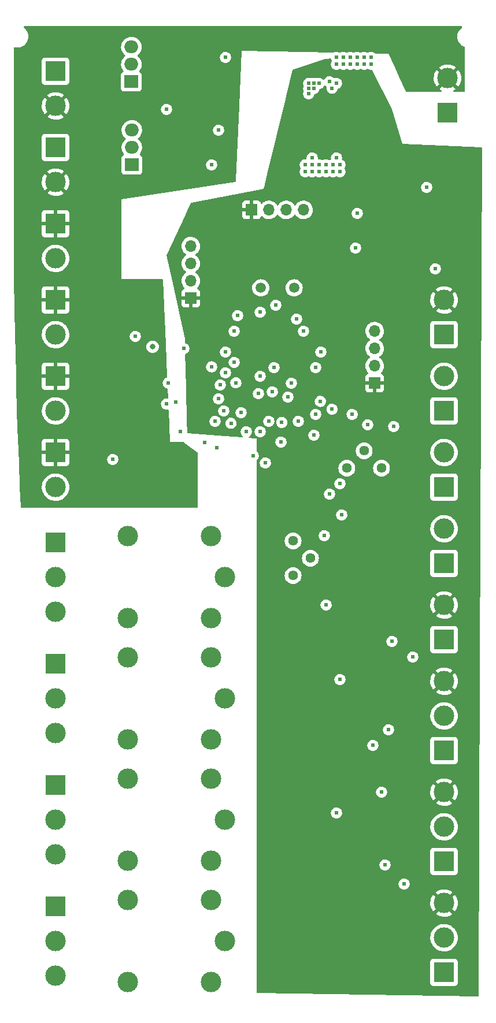
<source format=gbr>
%TF.GenerationSoftware,KiCad,Pcbnew,(6.0.5)*%
%TF.CreationDate,2022-07-22T19:12:55-04:00*%
%TF.ProjectId,LIFFY_KICAD,4c494646-595f-44b4-9943-41442e6b6963,rev?*%
%TF.SameCoordinates,Original*%
%TF.FileFunction,Copper,L3,Inr*%
%TF.FilePolarity,Positive*%
%FSLAX46Y46*%
G04 Gerber Fmt 4.6, Leading zero omitted, Abs format (unit mm)*
G04 Created by KiCad (PCBNEW (6.0.5)) date 2022-07-22 19:12:55*
%MOMM*%
%LPD*%
G01*
G04 APERTURE LIST*
%TA.AperFunction,ComponentPad*%
%ADD10R,3.000000X3.000000*%
%TD*%
%TA.AperFunction,ComponentPad*%
%ADD11C,3.000000*%
%TD*%
%TA.AperFunction,ComponentPad*%
%ADD12C,1.440000*%
%TD*%
%TA.AperFunction,ComponentPad*%
%ADD13R,2.000000X1.905000*%
%TD*%
%TA.AperFunction,ComponentPad*%
%ADD14O,2.000000X1.905000*%
%TD*%
%TA.AperFunction,ComponentPad*%
%ADD15R,1.700000X1.700000*%
%TD*%
%TA.AperFunction,ComponentPad*%
%ADD16O,1.700000X1.700000*%
%TD*%
%TA.AperFunction,ComponentPad*%
%ADD17C,1.500000*%
%TD*%
%TA.AperFunction,ViaPad*%
%ADD18C,0.609600*%
%TD*%
%TA.AperFunction,ViaPad*%
%ADD19C,0.800000*%
%TD*%
G04 APERTURE END LIST*
D10*
%TO.N,Net-(J20-Pad1)*%
%TO.C,J20*%
X64516000Y-117856000D03*
D11*
%TO.N,Net-(J20-Pad2)*%
X64516000Y-122936000D03*
%TO.N,Net-(J20-Pad3)*%
X64516000Y-128016000D03*
%TD*%
D12*
%TO.N,+6V*%
%TO.C,RV2*%
X99314000Y-99822000D03*
%TO.N,Net-(RV2-Pad2)*%
X101854000Y-102362000D03*
%TO.N,unconnected-(RV2-Pad3)*%
X99314000Y-104902000D03*
%TD*%
D10*
%TO.N,+12V*%
%TO.C,J12*%
X64516000Y-64516000D03*
D11*
%TO.N,Net-(J12-Pad2)*%
X64516000Y-69596000D03*
%TD*%
D12*
%TO.N,+6V*%
%TO.C,RV1*%
X107178000Y-89159000D03*
%TO.N,Net-(RV1-Pad2)*%
X109718000Y-86619000D03*
%TO.N,unconnected-(RV1-Pad3)*%
X112258000Y-89159000D03*
%TD*%
D13*
%TO.N,Net-(Q2-Pad1)*%
%TO.C,Q2*%
X75692000Y-44704000D03*
D14*
%TO.N,Net-(J7-Pad1)*%
X75692000Y-42164000D03*
%TO.N,GND*%
X75692000Y-39624000D03*
%TD*%
D10*
%TO.N,+12V*%
%TO.C,J10*%
X64516000Y-86868000D03*
D11*
%TO.N,Net-(J10-Pad2)*%
X64516000Y-91948000D03*
%TD*%
%TO.N,Net-(J18-Pad2)*%
%TO.C,K1*%
X89330000Y-158496000D03*
%TO.N,Net-(J18-Pad3)*%
X75130000Y-164496000D03*
%TO.N,Net-(J18-Pad1)*%
X75130000Y-152496000D03*
%TO.N,+12V*%
X87330000Y-152496000D03*
%TO.N,Net-(K1-PadA2)*%
X87330000Y-164496000D03*
%TD*%
D10*
%TO.N,GND*%
%TO.C,J1*%
X121920000Y-37084000D03*
D11*
%TO.N,+12V*%
X121920000Y-32004000D03*
%TD*%
D10*
%TO.N,+12V*%
%TO.C,J17*%
X64516000Y-53340000D03*
D11*
%TO.N,Net-(J17-Pad2)*%
X64516000Y-58420000D03*
%TD*%
D10*
%TO.N,GND*%
%TO.C,J5*%
X121412000Y-163068000D03*
D11*
%TO.N,/Sensores LIFFY/TEMP_HUM*%
X121412000Y-157988000D03*
%TO.N,+5V*%
X121412000Y-152908000D03*
%TD*%
D10*
%TO.N,Net-(J18-Pad1)*%
%TO.C,J18*%
X64516000Y-153416000D03*
D11*
%TO.N,Net-(J18-Pad2)*%
X64516000Y-158496000D03*
%TO.N,Net-(J18-Pad3)*%
X64516000Y-163576000D03*
%TD*%
D15*
%TO.N,+5V*%
%TO.C,J15*%
X111252000Y-76708000D03*
D16*
%TO.N,/Comunic. & Program./RESET_PIN*%
X111252000Y-74168000D03*
%TO.N,/Comunic. & Program./BKGD_PIN*%
X111252000Y-71628000D03*
%TO.N,GND*%
X111252000Y-69088000D03*
%TD*%
D10*
%TO.N,GND*%
%TO.C,J3*%
X121412000Y-146812000D03*
D11*
%TO.N,Net-(J3-Pad2)*%
X121412000Y-141732000D03*
%TO.N,+5V*%
X121412000Y-136652000D03*
%TD*%
D10*
%TO.N,GND*%
%TO.C,J8*%
X121412000Y-69596000D03*
D11*
%TO.N,+5V*%
X121412000Y-64516000D03*
%TD*%
D15*
%TO.N,+5V*%
%TO.C,J21*%
X84328000Y-64252000D03*
D16*
%TO.N,/Comunic. & Program./TX_PIN*%
X84328000Y-61712000D03*
%TO.N,/Comunic. & Program./RX_PIN*%
X84328000Y-59172000D03*
%TO.N,GND*%
X84328000Y-56632000D03*
%TD*%
D11*
%TO.N,Net-(J22-Pad2)*%
%TO.C,K4*%
X89330000Y-105156000D03*
%TO.N,Net-(J22-Pad3)*%
X75130000Y-111156000D03*
%TO.N,Net-(J22-Pad1)*%
X75130000Y-99156000D03*
%TO.N,+12V*%
X87330000Y-99156000D03*
%TO.N,Net-(K4-PadA2)*%
X87330000Y-111156000D03*
%TD*%
D15*
%TO.N,+5V*%
%TO.C,J16*%
X93228000Y-51308000D03*
D16*
%TO.N,/Comunic. & Program./SDA_PIN*%
X95768000Y-51308000D03*
%TO.N,/Comunic. & Program./SCL_PIN*%
X98308000Y-51308000D03*
%TO.N,GND*%
X100848000Y-51308000D03*
%TD*%
D10*
%TO.N,GND1*%
%TO.C,J9*%
X121412000Y-103124000D03*
D11*
%TO.N,Net-(J9-Pad2)*%
X121412000Y-98044000D03*
%TD*%
D10*
%TO.N,Net-(J4-Pad1)*%
%TO.C,J4*%
X121412000Y-114300000D03*
D11*
%TO.N,+5V*%
X121412000Y-109220000D03*
%TD*%
D10*
%TO.N,+12V*%
%TO.C,J11*%
X64516000Y-75692000D03*
D11*
%TO.N,Net-(J11-Pad2)*%
X64516000Y-80772000D03*
%TD*%
D17*
%TO.N,Net-(C2-Pad2)*%
%TO.C,Y1*%
X94578000Y-62738000D03*
%TO.N,Net-(C1-Pad2)*%
X99458000Y-62738000D03*
%TD*%
D10*
%TO.N,GND1*%
%TO.C,J14*%
X121412000Y-80772000D03*
D11*
%TO.N,+6V*%
X121412000Y-75692000D03*
%TD*%
D10*
%TO.N,GND*%
%TO.C,J2*%
X121412000Y-130556000D03*
D11*
%TO.N,Net-(J2-Pad2)*%
X121412000Y-125476000D03*
%TO.N,+5V*%
X121412000Y-120396000D03*
%TD*%
%TO.N,Net-(J20-Pad2)*%
%TO.C,K3*%
X89330000Y-122936000D03*
%TO.N,Net-(J20-Pad3)*%
X75130000Y-128936000D03*
%TO.N,Net-(J20-Pad1)*%
X75130000Y-116936000D03*
%TO.N,+12V*%
X87330000Y-116936000D03*
%TO.N,Net-(K3-PadA2)*%
X87330000Y-128936000D03*
%TD*%
D10*
%TO.N,Net-(J19-Pad1)*%
%TO.C,J19*%
X64516000Y-135636000D03*
D11*
%TO.N,Net-(J19-Pad2)*%
X64516000Y-140716000D03*
%TO.N,Net-(J19-Pad3)*%
X64516000Y-145796000D03*
%TD*%
D13*
%TO.N,Net-(Q1-Pad1)*%
%TO.C,Q1*%
X75621000Y-32512000D03*
D14*
%TO.N,Net-(J13-Pad1)*%
X75621000Y-29972000D03*
%TO.N,GND*%
X75621000Y-27432000D03*
%TD*%
D10*
%TO.N,Net-(J22-Pad1)*%
%TO.C,J22*%
X64516000Y-100076000D03*
D11*
%TO.N,Net-(J22-Pad2)*%
X64516000Y-105156000D03*
%TO.N,Net-(J22-Pad3)*%
X64516000Y-110236000D03*
%TD*%
D10*
%TO.N,Net-(J7-Pad1)*%
%TO.C,J7*%
X64516000Y-42164000D03*
D11*
%TO.N,+12V*%
X64516000Y-47244000D03*
%TD*%
%TO.N,Net-(J19-Pad2)*%
%TO.C,K2*%
X89330000Y-140716000D03*
%TO.N,Net-(J19-Pad3)*%
X75130000Y-146716000D03*
%TO.N,Net-(J19-Pad1)*%
X75130000Y-134716000D03*
%TO.N,+12V*%
X87330000Y-134716000D03*
%TO.N,Net-(K2-PadA2)*%
X87330000Y-146716000D03*
%TD*%
D10*
%TO.N,Net-(J13-Pad1)*%
%TO.C,J13*%
X64516000Y-30988000D03*
D11*
%TO.N,+12V*%
X64516000Y-36068000D03*
%TD*%
D10*
%TO.N,GND1*%
%TO.C,J6*%
X121412000Y-91948000D03*
D11*
%TO.N,Net-(J6-Pad2)*%
X121412000Y-86868000D03*
%TD*%
D18*
%TO.N,+12V*%
X73660000Y-71628000D03*
X83820000Y-27432000D03*
%TO.N,/Sensores LIFFY/TDS_DATA*%
X112268000Y-136652000D03*
X106172000Y-91440000D03*
%TO.N,+5V*%
X102616000Y-38100000D03*
X112776000Y-145288000D03*
X103632000Y-38100000D03*
X101600000Y-38100000D03*
X109220000Y-119888000D03*
X105156000Y-51816000D03*
X104648000Y-37084000D03*
X107188000Y-104648000D03*
X107696000Y-114808000D03*
X102616000Y-37084000D03*
X104648000Y-38100000D03*
X101600000Y-37084000D03*
X114300000Y-73152000D03*
X103632000Y-37084000D03*
X84836000Y-79756000D03*
X105664000Y-38100000D03*
X113792000Y-79756000D03*
%TO.N,GND*%
X106172000Y-45720000D03*
X107696000Y-29972000D03*
X103300900Y-79388802D03*
X96774000Y-65278000D03*
X109728000Y-29972000D03*
X104140000Y-45720000D03*
X96520000Y-74422000D03*
X116840000Y-116840000D03*
X88392000Y-78994000D03*
X102108000Y-44704000D03*
X105664000Y-29972000D03*
X109728000Y-28956000D03*
X106680000Y-29972000D03*
D19*
X78740000Y-71374000D03*
D18*
X105156000Y-45720000D03*
X102108000Y-43688000D03*
X89408000Y-28956000D03*
X105156000Y-44704000D03*
X104140000Y-109220000D03*
X99822000Y-67310000D03*
X104140000Y-44704000D03*
X101092000Y-45720000D03*
X102616000Y-81280000D03*
X101092000Y-44704000D03*
X112776000Y-147320000D03*
X105664000Y-139700000D03*
X108712000Y-28956000D03*
X107696000Y-28956000D03*
X103124000Y-45720000D03*
X113284000Y-127508000D03*
X87376000Y-74319900D03*
X118872000Y-48006000D03*
X103124000Y-44704000D03*
X110744000Y-29972000D03*
X106172000Y-44704000D03*
X110744000Y-28956000D03*
X106172000Y-120142000D03*
X103378000Y-72136000D03*
X102108000Y-45720000D03*
X106680000Y-28956000D03*
X72898000Y-87884000D03*
X106426000Y-96012000D03*
X94234000Y-78232000D03*
X108712000Y-29972000D03*
X105664000Y-28956000D03*
X105664000Y-43688000D03*
%TO.N,/Sensores LIFFY/pH_DATA*%
X102362000Y-84328000D03*
X105004100Y-80518000D03*
%TO.N,/Sensores LIFFY/LDR_DATA*%
X104648000Y-92964000D03*
X110998000Y-129794000D03*
%TO.N,/Sensores LIFFY/LV2*%
X114046000Y-83058000D03*
X113792000Y-114554000D03*
%TO.N,/Sensores LIFFY/LV1*%
X110236000Y-82804000D03*
X103886000Y-99060000D03*
%TO.N,/Fuente Conmutada 5V/SW*%
X104648000Y-32512000D03*
X105664000Y-32766000D03*
X102362000Y-33528000D03*
X102362000Y-32766000D03*
X105007000Y-33485000D03*
X101600000Y-34290000D03*
X103124000Y-32766000D03*
X101600000Y-33528000D03*
X101600000Y-32766000D03*
%TO.N,/Motor Drivers/PW_MOTOR1*%
X80771989Y-79756000D03*
X90678000Y-73660000D03*
%TO.N,/Motor Drivers/PW_MOTOR2*%
X76200000Y-69850000D03*
X89408000Y-72136000D03*
%TO.N,/Motor Drivers/MOTOR1*%
X82106024Y-79489857D03*
X89408000Y-75184000D03*
%TO.N,/Motor Drivers/MOTOR2*%
X90932000Y-76650291D03*
X81026000Y-76685470D03*
%TO.N,Net-(Q2-Pad1)*%
X87376000Y-44704000D03*
%TO.N,/Sensores LIFFY/TEMP_HUM*%
X88646000Y-76962000D03*
X115570000Y-150114000D03*
%TO.N,/Comunic. & Program./TX_PIN*%
X83312000Y-71628000D03*
X82804000Y-83820000D03*
X91694000Y-81026000D03*
%TO.N,/Comunic. & Program./RX_PIN*%
X94488000Y-75692000D03*
%TO.N,/Comunic. & Program./SCL_PIN*%
X96266000Y-77978000D03*
%TO.N,/Comunic. & Program./RESET_PIN*%
X92456000Y-83820000D03*
X97536000Y-85344000D03*
X98552000Y-78740000D03*
%TO.N,/4 Relays/RELE1*%
X88138000Y-86208100D03*
X95758000Y-82296000D03*
%TO.N,/4 Relays/RELE2*%
X97646381Y-82457761D03*
X93472000Y-87376000D03*
%TO.N,/4 Relays/RELE3*%
X86360000Y-85401709D03*
X94488000Y-83820000D03*
%TO.N,/4 Relays/RELE4*%
X95250000Y-88392000D03*
X100076000Y-82296000D03*
%TO.N,/DIPSWITCHES/DIP1*%
X120142000Y-59944000D03*
X108458000Y-56896000D03*
%TO.N,/DIPSWITCHES/DIP2*%
X102616000Y-74422000D03*
X100838000Y-69088000D03*
%TO.N,/DIPSWITCHES/DIP3*%
X108712000Y-51816000D03*
X107956909Y-81280000D03*
%TO.N,/Comunic. & Program./BKGD_PIN*%
X94488000Y-66294000D03*
%TO.N,/Driver MOSFET para PWM 2 Outputs/PWM_R*%
X91186000Y-66802000D03*
X88392000Y-39624000D03*
%TO.N,/Driver MOSFET para PWM 2 Outputs/PWM_A*%
X80772000Y-36576000D03*
X90678000Y-69088000D03*
%TO.N,Net-(C7-Pad2)*%
X99060000Y-76708000D03*
X89154000Y-80772000D03*
X87884000Y-82296000D03*
X90211380Y-82591380D03*
%TD*%
%TA.AperFunction,Conductor*%
%TO.N,+12V*%
G36*
X91787705Y-27990632D02*
G01*
X91787136Y-28003425D01*
X91787136Y-28003427D01*
X91429457Y-36051204D01*
X90943951Y-46975123D01*
X90936599Y-47140532D01*
X90913592Y-47207698D01*
X90857925Y-47251763D01*
X90829602Y-47259515D01*
X74168000Y-49784000D01*
X74168000Y-61976000D01*
X58426457Y-61976000D01*
X58425962Y-61974447D01*
X58420000Y-61936149D01*
X58420000Y-58398918D01*
X62502917Y-58398918D01*
X62518682Y-58672320D01*
X62519507Y-58676525D01*
X62519508Y-58676533D01*
X62530127Y-58730657D01*
X62571405Y-58941053D01*
X62572792Y-58945103D01*
X62572793Y-58945108D01*
X62593605Y-59005895D01*
X62660112Y-59200144D01*
X62783160Y-59444799D01*
X62785586Y-59448328D01*
X62785589Y-59448334D01*
X62875833Y-59579639D01*
X62938274Y-59670490D01*
X63122582Y-59873043D01*
X63332675Y-60048707D01*
X63336316Y-60050991D01*
X63561024Y-60191951D01*
X63561028Y-60191953D01*
X63564664Y-60194234D01*
X63632544Y-60224883D01*
X63810345Y-60305164D01*
X63810349Y-60305166D01*
X63814257Y-60306930D01*
X63818377Y-60308150D01*
X63818376Y-60308150D01*
X64072723Y-60383491D01*
X64072727Y-60383492D01*
X64076836Y-60384709D01*
X64081070Y-60385357D01*
X64081075Y-60385358D01*
X64343298Y-60425483D01*
X64343300Y-60425483D01*
X64347540Y-60426132D01*
X64486912Y-60428322D01*
X64617071Y-60430367D01*
X64617077Y-60430367D01*
X64621362Y-60430434D01*
X64893235Y-60397534D01*
X65158127Y-60328041D01*
X65162087Y-60326401D01*
X65162092Y-60326399D01*
X65284631Y-60275641D01*
X65411136Y-60223241D01*
X65647582Y-60085073D01*
X65863089Y-59916094D01*
X65903807Y-59874077D01*
X66050686Y-59722509D01*
X66053669Y-59719431D01*
X66056202Y-59715983D01*
X66056206Y-59715978D01*
X66213257Y-59502178D01*
X66215795Y-59498723D01*
X66217841Y-59494955D01*
X66344418Y-59261830D01*
X66344419Y-59261828D01*
X66346468Y-59258054D01*
X66443269Y-59001877D01*
X66504407Y-58734933D01*
X66507409Y-58701305D01*
X66528531Y-58464627D01*
X66528531Y-58464625D01*
X66528751Y-58462161D01*
X66529193Y-58420000D01*
X66521976Y-58314138D01*
X66510859Y-58151055D01*
X66510858Y-58151049D01*
X66510567Y-58146778D01*
X66455032Y-57878612D01*
X66363617Y-57620465D01*
X66238013Y-57377112D01*
X66228040Y-57362921D01*
X66083008Y-57156562D01*
X66080545Y-57153057D01*
X65894125Y-56952445D01*
X65890810Y-56949731D01*
X65890806Y-56949728D01*
X65685523Y-56781706D01*
X65682205Y-56778990D01*
X65448704Y-56635901D01*
X65444768Y-56634173D01*
X65201873Y-56527549D01*
X65201869Y-56527548D01*
X65197945Y-56525825D01*
X64934566Y-56450800D01*
X64930324Y-56450196D01*
X64930318Y-56450195D01*
X64729834Y-56421662D01*
X64663443Y-56412213D01*
X64519589Y-56411460D01*
X64393877Y-56410802D01*
X64393871Y-56410802D01*
X64389591Y-56410780D01*
X64385347Y-56411339D01*
X64385343Y-56411339D01*
X64266302Y-56427011D01*
X64118078Y-56446525D01*
X64113938Y-56447658D01*
X64113936Y-56447658D01*
X64041008Y-56467609D01*
X63853928Y-56518788D01*
X63849980Y-56520472D01*
X63605982Y-56624546D01*
X63605978Y-56624548D01*
X63602030Y-56626232D01*
X63582125Y-56638145D01*
X63370725Y-56764664D01*
X63370721Y-56764667D01*
X63367043Y-56766868D01*
X63153318Y-56938094D01*
X62964808Y-57136742D01*
X62805002Y-57359136D01*
X62676857Y-57601161D01*
X62675385Y-57605184D01*
X62675383Y-57605188D01*
X62668314Y-57624506D01*
X62582743Y-57858337D01*
X62524404Y-58125907D01*
X62524068Y-58130177D01*
X62509590Y-58314138D01*
X62502917Y-58398918D01*
X58420000Y-58398918D01*
X58420000Y-54884669D01*
X62508001Y-54884669D01*
X62508371Y-54891490D01*
X62513895Y-54942352D01*
X62517521Y-54957604D01*
X62562676Y-55078054D01*
X62571214Y-55093649D01*
X62647715Y-55195724D01*
X62660276Y-55208285D01*
X62762351Y-55284786D01*
X62777946Y-55293324D01*
X62898394Y-55338478D01*
X62913649Y-55342105D01*
X62964514Y-55347631D01*
X62971328Y-55348000D01*
X64243885Y-55348000D01*
X64259124Y-55343525D01*
X64260329Y-55342135D01*
X64262000Y-55334452D01*
X64262000Y-55329884D01*
X64770000Y-55329884D01*
X64774475Y-55345123D01*
X64775865Y-55346328D01*
X64783548Y-55347999D01*
X66060669Y-55347999D01*
X66067490Y-55347629D01*
X66118352Y-55342105D01*
X66133604Y-55338479D01*
X66254054Y-55293324D01*
X66269649Y-55284786D01*
X66371724Y-55208285D01*
X66384285Y-55195724D01*
X66460786Y-55093649D01*
X66469324Y-55078054D01*
X66514478Y-54957606D01*
X66518105Y-54942351D01*
X66523631Y-54891486D01*
X66524000Y-54884672D01*
X66524000Y-53612115D01*
X66519525Y-53596876D01*
X66518135Y-53595671D01*
X66510452Y-53594000D01*
X64788115Y-53594000D01*
X64772876Y-53598475D01*
X64771671Y-53599865D01*
X64770000Y-53607548D01*
X64770000Y-55329884D01*
X64262000Y-55329884D01*
X64262000Y-53612115D01*
X64257525Y-53596876D01*
X64256135Y-53595671D01*
X64248452Y-53594000D01*
X62526116Y-53594000D01*
X62510877Y-53598475D01*
X62509672Y-53599865D01*
X62508001Y-53607548D01*
X62508001Y-54884669D01*
X58420000Y-54884669D01*
X58420000Y-53067885D01*
X62508000Y-53067885D01*
X62512475Y-53083124D01*
X62513865Y-53084329D01*
X62521548Y-53086000D01*
X64243885Y-53086000D01*
X64259124Y-53081525D01*
X64260329Y-53080135D01*
X64262000Y-53072452D01*
X64262000Y-53067885D01*
X64770000Y-53067885D01*
X64774475Y-53083124D01*
X64775865Y-53084329D01*
X64783548Y-53086000D01*
X66505884Y-53086000D01*
X66521123Y-53081525D01*
X66522328Y-53080135D01*
X66523999Y-53072452D01*
X66523999Y-51795331D01*
X66523629Y-51788510D01*
X66518105Y-51737648D01*
X66514479Y-51722396D01*
X66469324Y-51601946D01*
X66460786Y-51586351D01*
X66384285Y-51484276D01*
X66371724Y-51471715D01*
X66269649Y-51395214D01*
X66254054Y-51386676D01*
X66133606Y-51341522D01*
X66118351Y-51337895D01*
X66067486Y-51332369D01*
X66060672Y-51332000D01*
X64788115Y-51332000D01*
X64772876Y-51336475D01*
X64771671Y-51337865D01*
X64770000Y-51345548D01*
X64770000Y-53067885D01*
X64262000Y-53067885D01*
X64262000Y-51350116D01*
X64257525Y-51334877D01*
X64256135Y-51333672D01*
X64248452Y-51332001D01*
X62971331Y-51332001D01*
X62964510Y-51332371D01*
X62913648Y-51337895D01*
X62898396Y-51341521D01*
X62777946Y-51386676D01*
X62762351Y-51395214D01*
X62660276Y-51471715D01*
X62647715Y-51484276D01*
X62571214Y-51586351D01*
X62562676Y-51601946D01*
X62517522Y-51722394D01*
X62513895Y-51737649D01*
X62508369Y-51788514D01*
X62508000Y-51795328D01*
X62508000Y-53067885D01*
X58420000Y-53067885D01*
X58420000Y-48833654D01*
X63291618Y-48833654D01*
X63298673Y-48843627D01*
X63329679Y-48869551D01*
X63336598Y-48874579D01*
X63561272Y-49015515D01*
X63568807Y-49019556D01*
X63810520Y-49128694D01*
X63818551Y-49131680D01*
X64072832Y-49207002D01*
X64081184Y-49208869D01*
X64343340Y-49248984D01*
X64351874Y-49249700D01*
X64617045Y-49253867D01*
X64625596Y-49253418D01*
X64888883Y-49221557D01*
X64897284Y-49219955D01*
X65153824Y-49152653D01*
X65161926Y-49149926D01*
X65406949Y-49048434D01*
X65414617Y-49044628D01*
X65643598Y-48910822D01*
X65650679Y-48906009D01*
X65730655Y-48843301D01*
X65739125Y-48831442D01*
X65732608Y-48819818D01*
X64528812Y-47616022D01*
X64514868Y-47608408D01*
X64513035Y-47608539D01*
X64506420Y-47612790D01*
X63298910Y-48820300D01*
X63291618Y-48833654D01*
X58420000Y-48833654D01*
X58420000Y-47227204D01*
X62503665Y-47227204D01*
X62518932Y-47491969D01*
X62520005Y-47500470D01*
X62571065Y-47760722D01*
X62573276Y-47768974D01*
X62659184Y-48019894D01*
X62662499Y-48027779D01*
X62781664Y-48264713D01*
X62786020Y-48272079D01*
X62915347Y-48460250D01*
X62925601Y-48468594D01*
X62939342Y-48461448D01*
X64143978Y-47256812D01*
X64150356Y-47245132D01*
X64880408Y-47245132D01*
X64880539Y-47246965D01*
X64884790Y-47253580D01*
X66091730Y-48460520D01*
X66103939Y-48467187D01*
X66115439Y-48458497D01*
X66212831Y-48325913D01*
X66217418Y-48318685D01*
X66343962Y-48085621D01*
X66347530Y-48077827D01*
X66441271Y-47829750D01*
X66443748Y-47821544D01*
X66502954Y-47563038D01*
X66504294Y-47554577D01*
X66528031Y-47288616D01*
X66528277Y-47283677D01*
X66528666Y-47246485D01*
X66528523Y-47241519D01*
X66510362Y-46975123D01*
X66509201Y-46966649D01*
X66455419Y-46706944D01*
X66453120Y-46698709D01*
X66364588Y-46448705D01*
X66361191Y-46440854D01*
X66239550Y-46205178D01*
X66235122Y-46197866D01*
X66116031Y-46028417D01*
X66105509Y-46020037D01*
X66092121Y-46027089D01*
X64888022Y-47231188D01*
X64880408Y-47245132D01*
X64150356Y-47245132D01*
X64151592Y-47242868D01*
X64151461Y-47241035D01*
X64147210Y-47234420D01*
X62939814Y-46027024D01*
X62927804Y-46020466D01*
X62916064Y-46029434D01*
X62807935Y-46179911D01*
X62803418Y-46187196D01*
X62679325Y-46421567D01*
X62675839Y-46429395D01*
X62584700Y-46678446D01*
X62582311Y-46686670D01*
X62525812Y-46945795D01*
X62524563Y-46954250D01*
X62503754Y-47218653D01*
X62503665Y-47227204D01*
X58420000Y-47227204D01*
X58420000Y-45656500D01*
X63292584Y-45656500D01*
X63298980Y-45667770D01*
X64503188Y-46871978D01*
X64517132Y-46879592D01*
X64518965Y-46879461D01*
X64525580Y-46875210D01*
X65732604Y-45668186D01*
X65739795Y-45655017D01*
X65732473Y-45644780D01*
X65685233Y-45606115D01*
X65678261Y-45601160D01*
X65452122Y-45462582D01*
X65444552Y-45458624D01*
X65201704Y-45352022D01*
X65193644Y-45349120D01*
X64938592Y-45276467D01*
X64930214Y-45274685D01*
X64667656Y-45237318D01*
X64659111Y-45236691D01*
X64393908Y-45235302D01*
X64385374Y-45235839D01*
X64122433Y-45270456D01*
X64114035Y-45272149D01*
X63858238Y-45342127D01*
X63850143Y-45344946D01*
X63606199Y-45448997D01*
X63598577Y-45452881D01*
X63371013Y-45589075D01*
X63363981Y-45593962D01*
X63301053Y-45644377D01*
X63292584Y-45656500D01*
X58420000Y-45656500D01*
X58420000Y-43712134D01*
X62507500Y-43712134D01*
X62514255Y-43774316D01*
X62565385Y-43910705D01*
X62652739Y-44027261D01*
X62769295Y-44114615D01*
X62905684Y-44165745D01*
X62967866Y-44172500D01*
X66064134Y-44172500D01*
X66126316Y-44165745D01*
X66262705Y-44114615D01*
X66379261Y-44027261D01*
X66466615Y-43910705D01*
X66517745Y-43774316D01*
X66524500Y-43712134D01*
X66524500Y-42266263D01*
X74182064Y-42266263D01*
X74218404Y-42503744D01*
X74255094Y-42615997D01*
X74291434Y-42727183D01*
X74291437Y-42727189D01*
X74293042Y-42732101D01*
X74403975Y-42945200D01*
X74520415Y-43100283D01*
X74545320Y-43166765D01*
X74530328Y-43236161D01*
X74480198Y-43286435D01*
X74463885Y-43293915D01*
X74453707Y-43297731D01*
X74453704Y-43297733D01*
X74445295Y-43300885D01*
X74328739Y-43388239D01*
X74241385Y-43504795D01*
X74190255Y-43641184D01*
X74183500Y-43703366D01*
X74183500Y-45704634D01*
X74190255Y-45766816D01*
X74241385Y-45903205D01*
X74328739Y-46019761D01*
X74445295Y-46107115D01*
X74581684Y-46158245D01*
X74643866Y-46165000D01*
X76740134Y-46165000D01*
X76802316Y-46158245D01*
X76938705Y-46107115D01*
X77055261Y-46019761D01*
X77142615Y-45903205D01*
X77193745Y-45766816D01*
X77200500Y-45704634D01*
X77200500Y-44692573D01*
X86557634Y-44692573D01*
X86558321Y-44699580D01*
X86558321Y-44699583D01*
X86567967Y-44797957D01*
X86575439Y-44874164D01*
X86633033Y-45047299D01*
X86727554Y-45203371D01*
X86732445Y-45208436D01*
X86732446Y-45208437D01*
X86758908Y-45235839D01*
X86854303Y-45334623D01*
X86860195Y-45338478D01*
X86860199Y-45338482D01*
X87001085Y-45430675D01*
X87006981Y-45434533D01*
X87013585Y-45436989D01*
X87013587Y-45436990D01*
X87056317Y-45452881D01*
X87178000Y-45498135D01*
X87358860Y-45522267D01*
X87365871Y-45521629D01*
X87365875Y-45521629D01*
X87505580Y-45508914D01*
X87540571Y-45505729D01*
X87547273Y-45503551D01*
X87547275Y-45503551D01*
X87707405Y-45451522D01*
X87707408Y-45451521D01*
X87714104Y-45449345D01*
X87738952Y-45434533D01*
X87864777Y-45359527D01*
X87864780Y-45359525D01*
X87870832Y-45355917D01*
X87942139Y-45288012D01*
X87997862Y-45234948D01*
X87997864Y-45234945D01*
X88002966Y-45230087D01*
X88103939Y-45078110D01*
X88118938Y-45038625D01*
X88166233Y-44914122D01*
X88166234Y-44914117D01*
X88168733Y-44907539D01*
X88194127Y-44726852D01*
X88194446Y-44704000D01*
X88174107Y-44522675D01*
X88114101Y-44350361D01*
X88017411Y-44195624D01*
X87931617Y-44109229D01*
X87893804Y-44071151D01*
X87893800Y-44071148D01*
X87888841Y-44066154D01*
X87877657Y-44059056D01*
X87816241Y-44020081D01*
X87734783Y-43968386D01*
X87628090Y-43930394D01*
X87569527Y-43909540D01*
X87569525Y-43909539D01*
X87562893Y-43907178D01*
X87555907Y-43906345D01*
X87555903Y-43906344D01*
X87426326Y-43890894D01*
X87381714Y-43885574D01*
X87374711Y-43886310D01*
X87374710Y-43886310D01*
X87328475Y-43891170D01*
X87200251Y-43904646D01*
X87193583Y-43906916D01*
X87034190Y-43961178D01*
X87034187Y-43961179D01*
X87027523Y-43963448D01*
X86872114Y-44059056D01*
X86867081Y-44063985D01*
X86766000Y-44162971D01*
X86741750Y-44186718D01*
X86642908Y-44340090D01*
X86640499Y-44346710D01*
X86640497Y-44346713D01*
X86582910Y-44504932D01*
X86580502Y-44511549D01*
X86557634Y-44692573D01*
X77200500Y-44692573D01*
X77200500Y-43703366D01*
X77193745Y-43641184D01*
X77142615Y-43504795D01*
X77055261Y-43388239D01*
X76938705Y-43300885D01*
X76918811Y-43293427D01*
X76862047Y-43250787D01*
X76837346Y-43184226D01*
X76852553Y-43114877D01*
X76864158Y-43097353D01*
X76957367Y-42979330D01*
X76957370Y-42979325D01*
X76960568Y-42975276D01*
X76974885Y-42949342D01*
X77074177Y-42769474D01*
X77074179Y-42769470D01*
X77076674Y-42764950D01*
X77156870Y-42538485D01*
X77162183Y-42508659D01*
X77198095Y-42307052D01*
X77198096Y-42307046D01*
X77199001Y-42301963D01*
X77201936Y-42061737D01*
X77165596Y-41824256D01*
X77128906Y-41712003D01*
X77092566Y-41600817D01*
X77092563Y-41600811D01*
X77090958Y-41595899D01*
X76980025Y-41382800D01*
X76835777Y-41190680D01*
X76662088Y-41024699D01*
X76625097Y-40999465D01*
X76580096Y-40944556D01*
X76571925Y-40874032D01*
X76603179Y-40810284D01*
X76627660Y-40789589D01*
X76629635Y-40788311D01*
X76633977Y-40785502D01*
X76811670Y-40623814D01*
X76955551Y-40441629D01*
X76957367Y-40439330D01*
X76957370Y-40439325D01*
X76960568Y-40435276D01*
X76965486Y-40426368D01*
X77074177Y-40229474D01*
X77074179Y-40229470D01*
X77076674Y-40224950D01*
X77080770Y-40213385D01*
X77155144Y-40003360D01*
X77155145Y-40003356D01*
X77156870Y-39998485D01*
X77162425Y-39967299D01*
X77198095Y-39767052D01*
X77198096Y-39767046D01*
X77199001Y-39761963D01*
X77200826Y-39612573D01*
X87573634Y-39612573D01*
X87574321Y-39619580D01*
X87574321Y-39619583D01*
X87583967Y-39717957D01*
X87591439Y-39794164D01*
X87649033Y-39967299D01*
X87743554Y-40123371D01*
X87870303Y-40254623D01*
X87876195Y-40258478D01*
X87876199Y-40258482D01*
X88017085Y-40350675D01*
X88022981Y-40354533D01*
X88029585Y-40356989D01*
X88029587Y-40356990D01*
X88108490Y-40386334D01*
X88194000Y-40418135D01*
X88374860Y-40442267D01*
X88381871Y-40441629D01*
X88381875Y-40441629D01*
X88521580Y-40428914D01*
X88556571Y-40425729D01*
X88563273Y-40423551D01*
X88563275Y-40423551D01*
X88723405Y-40371522D01*
X88723408Y-40371521D01*
X88730104Y-40369345D01*
X88754952Y-40354533D01*
X88880777Y-40279527D01*
X88880780Y-40279525D01*
X88886832Y-40275917D01*
X88980012Y-40187183D01*
X89013862Y-40154948D01*
X89013864Y-40154945D01*
X89018966Y-40150087D01*
X89119939Y-39998110D01*
X89134938Y-39958625D01*
X89182233Y-39834122D01*
X89182234Y-39834117D01*
X89184733Y-39827539D01*
X89198248Y-39731377D01*
X89209576Y-39650775D01*
X89209576Y-39650770D01*
X89210127Y-39646852D01*
X89210446Y-39624000D01*
X89190107Y-39442675D01*
X89130101Y-39270361D01*
X89033411Y-39115624D01*
X88936988Y-39018526D01*
X88909804Y-38991151D01*
X88909800Y-38991148D01*
X88904841Y-38986154D01*
X88893657Y-38979056D01*
X88845451Y-38948464D01*
X88750783Y-38888386D01*
X88622764Y-38842800D01*
X88585527Y-38829540D01*
X88585525Y-38829539D01*
X88578893Y-38827178D01*
X88571907Y-38826345D01*
X88571903Y-38826344D01*
X88423678Y-38808670D01*
X88397714Y-38805574D01*
X88390711Y-38806310D01*
X88390710Y-38806310D01*
X88344475Y-38811170D01*
X88216251Y-38824646D01*
X88209583Y-38826916D01*
X88050190Y-38881178D01*
X88050187Y-38881179D01*
X88043523Y-38883448D01*
X87888114Y-38979056D01*
X87883081Y-38983985D01*
X87804623Y-39060817D01*
X87757750Y-39106718D01*
X87658908Y-39260090D01*
X87656499Y-39266710D01*
X87656497Y-39266713D01*
X87651901Y-39279341D01*
X87596502Y-39431549D01*
X87573634Y-39612573D01*
X77200826Y-39612573D01*
X77201936Y-39521737D01*
X77165596Y-39284256D01*
X77109504Y-39112641D01*
X77092566Y-39060817D01*
X77092563Y-39060811D01*
X77090958Y-39055899D01*
X77000004Y-38881178D01*
X76982416Y-38847393D01*
X76980025Y-38842800D01*
X76835777Y-38650680D01*
X76662088Y-38484699D01*
X76463622Y-38349314D01*
X76458939Y-38347140D01*
X76458935Y-38347138D01*
X76250405Y-38250342D01*
X76250401Y-38250341D01*
X76245710Y-38248163D01*
X76014202Y-38183960D01*
X76009065Y-38183411D01*
X75821407Y-38163356D01*
X75821399Y-38163356D01*
X75818072Y-38163000D01*
X75583598Y-38163000D01*
X75581025Y-38163212D01*
X75581014Y-38163212D01*
X75480054Y-38171513D01*
X75405063Y-38177678D01*
X75172056Y-38236206D01*
X75043229Y-38292221D01*
X74956474Y-38329943D01*
X74956471Y-38329945D01*
X74951737Y-38332003D01*
X74750023Y-38462498D01*
X74572330Y-38624186D01*
X74548141Y-38654815D01*
X74426633Y-38808670D01*
X74426630Y-38808675D01*
X74423432Y-38812724D01*
X74420939Y-38817240D01*
X74420937Y-38817243D01*
X74324935Y-38991151D01*
X74307326Y-39023050D01*
X74305602Y-39027919D01*
X74305600Y-39027923D01*
X74272428Y-39121598D01*
X74227130Y-39249515D01*
X74226223Y-39254608D01*
X74226222Y-39254611D01*
X74193461Y-39438532D01*
X74184999Y-39486037D01*
X74184936Y-39491201D01*
X74183362Y-39620062D01*
X74182064Y-39726263D01*
X74218404Y-39963744D01*
X74255094Y-40075997D01*
X74291434Y-40187183D01*
X74291437Y-40187189D01*
X74293042Y-40192101D01*
X74295429Y-40196687D01*
X74295431Y-40196691D01*
X74353333Y-40307919D01*
X74403975Y-40405200D01*
X74407085Y-40409342D01*
X74521359Y-40561540D01*
X74548223Y-40597320D01*
X74721912Y-40763301D01*
X74758903Y-40788535D01*
X74803904Y-40843444D01*
X74812075Y-40913968D01*
X74780821Y-40977716D01*
X74756340Y-40998411D01*
X74754707Y-40999468D01*
X74750023Y-41002498D01*
X74572330Y-41164186D01*
X74548141Y-41194815D01*
X74426633Y-41348670D01*
X74426630Y-41348675D01*
X74423432Y-41352724D01*
X74420939Y-41357240D01*
X74420937Y-41357243D01*
X74309823Y-41558526D01*
X74307326Y-41563050D01*
X74227130Y-41789515D01*
X74226223Y-41794608D01*
X74226222Y-41794611D01*
X74220942Y-41824256D01*
X74184999Y-42026037D01*
X74182064Y-42266263D01*
X66524500Y-42266263D01*
X66524500Y-40615866D01*
X66517745Y-40553684D01*
X66466615Y-40417295D01*
X66379261Y-40300739D01*
X66262705Y-40213385D01*
X66126316Y-40162255D01*
X66064134Y-40155500D01*
X62967866Y-40155500D01*
X62905684Y-40162255D01*
X62769295Y-40213385D01*
X62652739Y-40300739D01*
X62565385Y-40417295D01*
X62514255Y-40553684D01*
X62507500Y-40615866D01*
X62507500Y-43712134D01*
X58420000Y-43712134D01*
X58420000Y-37657654D01*
X63291618Y-37657654D01*
X63298673Y-37667627D01*
X63329679Y-37693551D01*
X63336598Y-37698579D01*
X63561272Y-37839515D01*
X63568807Y-37843556D01*
X63810520Y-37952694D01*
X63818551Y-37955680D01*
X64072832Y-38031002D01*
X64081184Y-38032869D01*
X64343340Y-38072984D01*
X64351874Y-38073700D01*
X64617045Y-38077867D01*
X64625596Y-38077418D01*
X64888883Y-38045557D01*
X64897284Y-38043955D01*
X65153824Y-37976653D01*
X65161926Y-37973926D01*
X65406949Y-37872434D01*
X65414617Y-37868628D01*
X65643598Y-37734822D01*
X65650679Y-37730009D01*
X65730655Y-37667301D01*
X65739125Y-37655442D01*
X65732608Y-37643818D01*
X64528812Y-36440022D01*
X64514868Y-36432408D01*
X64513035Y-36432539D01*
X64506420Y-36436790D01*
X63298910Y-37644300D01*
X63291618Y-37657654D01*
X58420000Y-37657654D01*
X58420000Y-36051204D01*
X62503665Y-36051204D01*
X62518932Y-36315969D01*
X62520005Y-36324470D01*
X62571065Y-36584722D01*
X62573276Y-36592974D01*
X62659184Y-36843894D01*
X62662499Y-36851779D01*
X62781664Y-37088713D01*
X62786020Y-37096079D01*
X62915347Y-37284250D01*
X62925601Y-37292594D01*
X62939342Y-37285448D01*
X64143978Y-36080812D01*
X64150356Y-36069132D01*
X64880408Y-36069132D01*
X64880539Y-36070965D01*
X64884790Y-36077580D01*
X66091730Y-37284520D01*
X66103939Y-37291187D01*
X66115439Y-37282497D01*
X66212831Y-37149913D01*
X66217418Y-37142685D01*
X66343962Y-36909621D01*
X66347530Y-36901827D01*
X66441271Y-36653750D01*
X66443748Y-36645544D01*
X66462293Y-36564573D01*
X79953634Y-36564573D01*
X79954321Y-36571580D01*
X79954321Y-36571583D01*
X79961573Y-36645544D01*
X79971439Y-36746164D01*
X80029033Y-36919299D01*
X80123554Y-37075371D01*
X80128445Y-37080436D01*
X80128446Y-37080437D01*
X80143685Y-37096217D01*
X80250303Y-37206623D01*
X80256195Y-37210478D01*
X80256199Y-37210482D01*
X80381680Y-37292594D01*
X80402981Y-37306533D01*
X80409585Y-37308989D01*
X80409587Y-37308990D01*
X80488490Y-37338334D01*
X80574000Y-37370135D01*
X80754860Y-37394267D01*
X80761871Y-37393629D01*
X80761875Y-37393629D01*
X80901580Y-37380914D01*
X80936571Y-37377729D01*
X80943273Y-37375551D01*
X80943275Y-37375551D01*
X81103405Y-37323522D01*
X81103408Y-37323521D01*
X81110104Y-37321345D01*
X81134952Y-37306533D01*
X81260777Y-37231527D01*
X81260780Y-37231525D01*
X81266832Y-37227917D01*
X81356334Y-37142685D01*
X81393862Y-37106948D01*
X81393864Y-37106945D01*
X81398966Y-37102087D01*
X81499939Y-36950110D01*
X81540287Y-36843894D01*
X81562233Y-36786122D01*
X81562234Y-36786117D01*
X81564733Y-36779539D01*
X81590127Y-36598852D01*
X81590446Y-36576000D01*
X81570107Y-36394675D01*
X81510101Y-36222361D01*
X81413411Y-36067624D01*
X81348847Y-36002608D01*
X81289804Y-35943151D01*
X81289800Y-35943148D01*
X81284841Y-35938154D01*
X81273657Y-35931056D01*
X81225451Y-35900464D01*
X81130783Y-35840386D01*
X81024090Y-35802394D01*
X80965527Y-35781540D01*
X80965525Y-35781539D01*
X80958893Y-35779178D01*
X80951907Y-35778345D01*
X80951903Y-35778344D01*
X80822326Y-35762894D01*
X80777714Y-35757574D01*
X80770711Y-35758310D01*
X80770710Y-35758310D01*
X80724475Y-35763170D01*
X80596251Y-35776646D01*
X80589583Y-35778916D01*
X80430190Y-35833178D01*
X80430187Y-35833179D01*
X80423523Y-35835448D01*
X80268114Y-35931056D01*
X80137750Y-36058718D01*
X80038908Y-36212090D01*
X80036499Y-36218710D01*
X80036497Y-36218713D01*
X80001099Y-36315969D01*
X79976502Y-36383549D01*
X79953634Y-36564573D01*
X66462293Y-36564573D01*
X66502954Y-36387038D01*
X66504294Y-36378577D01*
X66528031Y-36112616D01*
X66528277Y-36107677D01*
X66528666Y-36070485D01*
X66528523Y-36065519D01*
X66510362Y-35799123D01*
X66509201Y-35790649D01*
X66455419Y-35530944D01*
X66453120Y-35522709D01*
X66364588Y-35272705D01*
X66361191Y-35264854D01*
X66239550Y-35029178D01*
X66235122Y-35021866D01*
X66116031Y-34852417D01*
X66105509Y-34844037D01*
X66092121Y-34851089D01*
X64888022Y-36055188D01*
X64880408Y-36069132D01*
X64150356Y-36069132D01*
X64151592Y-36066868D01*
X64151461Y-36065035D01*
X64147210Y-36058420D01*
X62939814Y-34851024D01*
X62927804Y-34844466D01*
X62916064Y-34853434D01*
X62807935Y-35003911D01*
X62803418Y-35011196D01*
X62679325Y-35245567D01*
X62675839Y-35253395D01*
X62584700Y-35502446D01*
X62582311Y-35510670D01*
X62525812Y-35769795D01*
X62524563Y-35778250D01*
X62503754Y-36042653D01*
X62503665Y-36051204D01*
X58420000Y-36051204D01*
X58420000Y-34480500D01*
X63292584Y-34480500D01*
X63298980Y-34491770D01*
X64503188Y-35695978D01*
X64517132Y-35703592D01*
X64518965Y-35703461D01*
X64525580Y-35699210D01*
X65732604Y-34492186D01*
X65739795Y-34479017D01*
X65732473Y-34468780D01*
X65685233Y-34430115D01*
X65678261Y-34425160D01*
X65452122Y-34286582D01*
X65444552Y-34282624D01*
X65201704Y-34176022D01*
X65193644Y-34173120D01*
X64938592Y-34100467D01*
X64930214Y-34098685D01*
X64667656Y-34061318D01*
X64659111Y-34060691D01*
X64393908Y-34059302D01*
X64385374Y-34059839D01*
X64122433Y-34094456D01*
X64114035Y-34096149D01*
X63858238Y-34166127D01*
X63850143Y-34168946D01*
X63606199Y-34272997D01*
X63598577Y-34276881D01*
X63371013Y-34413075D01*
X63363981Y-34417962D01*
X63301053Y-34468377D01*
X63292584Y-34480500D01*
X58420000Y-34480500D01*
X58420000Y-32536134D01*
X62507500Y-32536134D01*
X62514255Y-32598316D01*
X62565385Y-32734705D01*
X62652739Y-32851261D01*
X62769295Y-32938615D01*
X62905684Y-32989745D01*
X62967866Y-32996500D01*
X66064134Y-32996500D01*
X66126316Y-32989745D01*
X66262705Y-32938615D01*
X66379261Y-32851261D01*
X66466615Y-32734705D01*
X66517745Y-32598316D01*
X66524500Y-32536134D01*
X66524500Y-30074263D01*
X74111064Y-30074263D01*
X74147404Y-30311744D01*
X74184094Y-30423997D01*
X74220434Y-30535183D01*
X74220437Y-30535189D01*
X74222042Y-30540101D01*
X74332975Y-30753200D01*
X74449415Y-30908283D01*
X74474320Y-30974765D01*
X74459328Y-31044161D01*
X74409198Y-31094435D01*
X74392885Y-31101915D01*
X74382707Y-31105731D01*
X74382704Y-31105733D01*
X74374295Y-31108885D01*
X74257739Y-31196239D01*
X74170385Y-31312795D01*
X74119255Y-31449184D01*
X74112500Y-31511366D01*
X74112500Y-33512634D01*
X74119255Y-33574816D01*
X74170385Y-33711205D01*
X74257739Y-33827761D01*
X74374295Y-33915115D01*
X74510684Y-33966245D01*
X74572866Y-33973000D01*
X76669134Y-33973000D01*
X76731316Y-33966245D01*
X76867705Y-33915115D01*
X76984261Y-33827761D01*
X77071615Y-33711205D01*
X77122745Y-33574816D01*
X77129500Y-33512634D01*
X77129500Y-31511366D01*
X77122745Y-31449184D01*
X77071615Y-31312795D01*
X76984261Y-31196239D01*
X76867705Y-31108885D01*
X76847811Y-31101427D01*
X76791047Y-31058787D01*
X76766346Y-30992226D01*
X76781553Y-30922877D01*
X76793158Y-30905353D01*
X76886367Y-30787330D01*
X76886370Y-30787325D01*
X76889568Y-30783276D01*
X76903885Y-30757342D01*
X77003177Y-30577474D01*
X77003179Y-30577470D01*
X77005674Y-30572950D01*
X77085870Y-30346485D01*
X77091183Y-30316659D01*
X77127095Y-30115052D01*
X77127096Y-30115046D01*
X77128001Y-30109963D01*
X77130936Y-29869737D01*
X77094596Y-29632256D01*
X77057906Y-29520003D01*
X77021566Y-29408817D01*
X77021563Y-29408811D01*
X77019958Y-29403899D01*
X77006312Y-29377684D01*
X76911416Y-29195393D01*
X76909025Y-29190800D01*
X76764777Y-28998680D01*
X76708157Y-28944573D01*
X88589634Y-28944573D01*
X88590321Y-28951580D01*
X88590321Y-28951583D01*
X88598425Y-29034233D01*
X88607439Y-29126164D01*
X88665033Y-29299299D01*
X88668682Y-29305324D01*
X88750164Y-29439866D01*
X88759554Y-29455371D01*
X88886303Y-29586623D01*
X88892195Y-29590478D01*
X88892199Y-29590482D01*
X89033085Y-29682675D01*
X89038981Y-29686533D01*
X89045585Y-29688989D01*
X89045587Y-29688990D01*
X89124490Y-29718334D01*
X89210000Y-29750135D01*
X89390860Y-29774267D01*
X89397871Y-29773629D01*
X89397875Y-29773629D01*
X89537580Y-29760914D01*
X89572571Y-29757729D01*
X89579273Y-29755551D01*
X89579275Y-29755551D01*
X89739405Y-29703522D01*
X89739408Y-29703521D01*
X89746104Y-29701345D01*
X89770952Y-29686533D01*
X89896777Y-29611527D01*
X89896780Y-29611525D01*
X89902832Y-29607917D01*
X89974139Y-29540012D01*
X90029862Y-29486948D01*
X90029864Y-29486945D01*
X90034966Y-29482087D01*
X90135939Y-29330110D01*
X90169677Y-29241295D01*
X90198233Y-29166122D01*
X90198234Y-29166117D01*
X90200733Y-29159539D01*
X90218344Y-29034233D01*
X90225576Y-28982775D01*
X90225576Y-28982770D01*
X90226127Y-28978852D01*
X90226446Y-28956000D01*
X90206107Y-28774675D01*
X90181288Y-28703403D01*
X90148419Y-28609018D01*
X90146101Y-28602361D01*
X90049411Y-28447624D01*
X89984847Y-28382608D01*
X89925804Y-28323151D01*
X89925800Y-28323148D01*
X89920841Y-28318154D01*
X89909657Y-28311056D01*
X89809240Y-28247330D01*
X89766783Y-28220386D01*
X89660090Y-28182394D01*
X89601527Y-28161540D01*
X89601525Y-28161539D01*
X89594893Y-28159178D01*
X89587907Y-28158345D01*
X89587903Y-28158344D01*
X89458326Y-28142894D01*
X89413714Y-28137574D01*
X89406711Y-28138310D01*
X89406710Y-28138310D01*
X89360475Y-28143170D01*
X89232251Y-28156646D01*
X89225583Y-28158916D01*
X89066190Y-28213178D01*
X89066187Y-28213179D01*
X89059523Y-28215448D01*
X88904114Y-28311056D01*
X88773750Y-28438718D01*
X88674908Y-28592090D01*
X88672499Y-28598710D01*
X88672497Y-28598713D01*
X88634393Y-28703403D01*
X88612502Y-28763549D01*
X88589634Y-28944573D01*
X76708157Y-28944573D01*
X76591088Y-28832699D01*
X76554097Y-28807465D01*
X76509096Y-28752556D01*
X76500925Y-28682032D01*
X76532179Y-28618284D01*
X76556660Y-28597589D01*
X76558635Y-28596311D01*
X76562977Y-28593502D01*
X76740670Y-28431814D01*
X76832146Y-28315985D01*
X76886367Y-28247330D01*
X76886370Y-28247325D01*
X76889568Y-28243276D01*
X76902893Y-28219139D01*
X77003177Y-28037474D01*
X77003179Y-28037470D01*
X77005674Y-28032950D01*
X77016130Y-28003425D01*
X77084144Y-27811360D01*
X77084145Y-27811356D01*
X77085870Y-27806485D01*
X77091183Y-27776659D01*
X77127095Y-27575052D01*
X77127096Y-27575046D01*
X77128001Y-27569963D01*
X77130936Y-27329737D01*
X77094596Y-27092256D01*
X77057906Y-26980003D01*
X77021566Y-26868817D01*
X77021563Y-26868811D01*
X77019958Y-26863899D01*
X76909025Y-26650800D01*
X76764777Y-26458680D01*
X76591088Y-26292699D01*
X76392622Y-26157314D01*
X76387939Y-26155140D01*
X76387935Y-26155138D01*
X76179405Y-26058342D01*
X76179401Y-26058341D01*
X76174710Y-26056163D01*
X75943202Y-25991960D01*
X75938065Y-25991411D01*
X75750407Y-25971356D01*
X75750399Y-25971356D01*
X75747072Y-25971000D01*
X75512598Y-25971000D01*
X75510025Y-25971212D01*
X75510014Y-25971212D01*
X75409054Y-25979513D01*
X75334063Y-25985678D01*
X75101056Y-26044206D01*
X74972229Y-26100221D01*
X74885474Y-26137943D01*
X74885471Y-26137945D01*
X74880737Y-26140003D01*
X74679023Y-26270498D01*
X74501330Y-26432186D01*
X74477141Y-26462815D01*
X74355633Y-26616670D01*
X74355630Y-26616675D01*
X74352432Y-26620724D01*
X74349939Y-26625240D01*
X74349937Y-26625243D01*
X74238823Y-26826526D01*
X74236326Y-26831050D01*
X74234602Y-26835919D01*
X74234600Y-26835923D01*
X74159181Y-27048898D01*
X74156130Y-27057515D01*
X74155223Y-27062608D01*
X74155222Y-27062611D01*
X74127916Y-27215910D01*
X74113999Y-27294037D01*
X74111064Y-27534263D01*
X74147404Y-27771744D01*
X74184094Y-27883997D01*
X74220434Y-27995183D01*
X74220437Y-27995189D01*
X74222042Y-28000101D01*
X74224429Y-28004687D01*
X74224431Y-28004691D01*
X74304716Y-28158916D01*
X74332975Y-28213200D01*
X74477223Y-28405320D01*
X74650912Y-28571301D01*
X74687903Y-28596535D01*
X74732904Y-28651444D01*
X74741075Y-28721968D01*
X74709821Y-28785716D01*
X74685340Y-28806411D01*
X74683707Y-28807468D01*
X74679023Y-28810498D01*
X74501330Y-28972186D01*
X74477141Y-29002815D01*
X74355633Y-29156670D01*
X74355630Y-29156675D01*
X74352432Y-29160724D01*
X74349939Y-29165240D01*
X74349937Y-29165243D01*
X74262562Y-29323523D01*
X74236326Y-29371050D01*
X74234602Y-29375919D01*
X74234600Y-29375923D01*
X74157856Y-29592640D01*
X74156130Y-29597515D01*
X74155223Y-29602608D01*
X74155222Y-29602611D01*
X74124646Y-29774267D01*
X74113999Y-29834037D01*
X74111064Y-30074263D01*
X66524500Y-30074263D01*
X66524500Y-29439866D01*
X66517745Y-29377684D01*
X66466615Y-29241295D01*
X66379261Y-29124739D01*
X66262705Y-29037385D01*
X66126316Y-28986255D01*
X66064134Y-28979500D01*
X62967866Y-28979500D01*
X62905684Y-28986255D01*
X62769295Y-29037385D01*
X62652739Y-29124739D01*
X62565385Y-29241295D01*
X62514255Y-29377684D01*
X62507500Y-29439866D01*
X62507500Y-32536134D01*
X58420000Y-32536134D01*
X58420000Y-27600076D01*
X58440002Y-27531955D01*
X58493658Y-27485462D01*
X58563932Y-27475358D01*
X58575406Y-27477555D01*
X58618144Y-27487816D01*
X58670784Y-27500454D01*
X58670790Y-27500455D01*
X58675597Y-27501609D01*
X58775416Y-27509465D01*
X58862345Y-27516307D01*
X58862352Y-27516307D01*
X58864801Y-27516500D01*
X58991199Y-27516500D01*
X58993648Y-27516307D01*
X58993655Y-27516307D01*
X59080584Y-27509465D01*
X59180403Y-27501609D01*
X59185210Y-27500455D01*
X59185216Y-27500454D01*
X59341968Y-27462821D01*
X59426591Y-27442505D01*
X59431164Y-27440611D01*
X59655928Y-27347511D01*
X59655932Y-27347509D01*
X59660502Y-27345616D01*
X59876376Y-27213328D01*
X60068898Y-27048898D01*
X60233328Y-26856376D01*
X60365616Y-26640502D01*
X60371937Y-26625243D01*
X60460611Y-26411164D01*
X60460612Y-26411162D01*
X60462505Y-26406591D01*
X60521609Y-26160403D01*
X60541474Y-25908000D01*
X60521609Y-25655597D01*
X60462505Y-25409409D01*
X60365616Y-25175498D01*
X60233328Y-24959624D01*
X60068898Y-24767102D01*
X59880051Y-24605810D01*
X59841242Y-24546360D01*
X59840736Y-24475366D01*
X59878692Y-24415367D01*
X59943060Y-24385414D01*
X59961882Y-24384000D01*
X91948000Y-24384000D01*
X91787705Y-27990632D01*
G37*
%TD.AperFunction*%
%TD*%
%TA.AperFunction,Conductor*%
%TO.N,+12V*%
G36*
X124002239Y-24404002D02*
G01*
X124048732Y-24457658D01*
X124058836Y-24527932D01*
X124029342Y-24592512D01*
X124015951Y-24605809D01*
X123827102Y-24767102D01*
X123662672Y-24959624D01*
X123530384Y-25175498D01*
X123433495Y-25409409D01*
X123374391Y-25655597D01*
X123354526Y-25908000D01*
X123374391Y-26160403D01*
X123433495Y-26406591D01*
X123530384Y-26640502D01*
X123662672Y-26856376D01*
X123827102Y-27048898D01*
X124019624Y-27213328D01*
X124235498Y-27345616D01*
X124240068Y-27347509D01*
X124382219Y-27406390D01*
X124437499Y-27450939D01*
X124460000Y-27522799D01*
X124460000Y-33910000D01*
X124439998Y-33978121D01*
X124386342Y-34024614D01*
X124334000Y-34036000D01*
X122888034Y-34036000D01*
X122819913Y-34015998D01*
X122773420Y-33962342D01*
X122763316Y-33892068D01*
X122792810Y-33827488D01*
X122824463Y-33801212D01*
X123047598Y-33670822D01*
X123054679Y-33666009D01*
X123134655Y-33603301D01*
X123143125Y-33591442D01*
X123136608Y-33579818D01*
X121932812Y-32376022D01*
X121918868Y-32368408D01*
X121917035Y-32368539D01*
X121910420Y-32372790D01*
X120702910Y-33580300D01*
X120695618Y-33593654D01*
X120702673Y-33603627D01*
X120733679Y-33629551D01*
X120740598Y-33634579D01*
X120965272Y-33775515D01*
X120972807Y-33779556D01*
X121007373Y-33795163D01*
X121061227Y-33841426D01*
X121081521Y-33909461D01*
X121061810Y-33977667D01*
X121008354Y-34024389D01*
X120955522Y-34036000D01*
X115905133Y-34036000D01*
X115837012Y-34015998D01*
X115790427Y-33962139D01*
X114892729Y-31987204D01*
X119907665Y-31987204D01*
X119922932Y-32251969D01*
X119924005Y-32260470D01*
X119975065Y-32520722D01*
X119977276Y-32528974D01*
X120063184Y-32779894D01*
X120066499Y-32787779D01*
X120185664Y-33024713D01*
X120190020Y-33032079D01*
X120319347Y-33220250D01*
X120329601Y-33228594D01*
X120343342Y-33221448D01*
X121547978Y-32016812D01*
X121554356Y-32005132D01*
X122284408Y-32005132D01*
X122284539Y-32006965D01*
X122288790Y-32013580D01*
X123495730Y-33220520D01*
X123507939Y-33227187D01*
X123519439Y-33218497D01*
X123616831Y-33085913D01*
X123621418Y-33078685D01*
X123747962Y-32845621D01*
X123751530Y-32837827D01*
X123845271Y-32589750D01*
X123847748Y-32581544D01*
X123906954Y-32323038D01*
X123908294Y-32314577D01*
X123932031Y-32048616D01*
X123932277Y-32043677D01*
X123932666Y-32006485D01*
X123932523Y-32001519D01*
X123914362Y-31735123D01*
X123913201Y-31726649D01*
X123859419Y-31466944D01*
X123857120Y-31458709D01*
X123768588Y-31208705D01*
X123765191Y-31200854D01*
X123643550Y-30965178D01*
X123639122Y-30957866D01*
X123520031Y-30788417D01*
X123509509Y-30780037D01*
X123496121Y-30787089D01*
X122292022Y-31991188D01*
X122284408Y-32005132D01*
X121554356Y-32005132D01*
X121555592Y-32002868D01*
X121555461Y-32001035D01*
X121551210Y-31994420D01*
X120343814Y-30787024D01*
X120331804Y-30780466D01*
X120320064Y-30789434D01*
X120211935Y-30939911D01*
X120207418Y-30947196D01*
X120083325Y-31181567D01*
X120079839Y-31189395D01*
X119988700Y-31438446D01*
X119986311Y-31446670D01*
X119929812Y-31705795D01*
X119928563Y-31714250D01*
X119907754Y-31978653D01*
X119907665Y-31987204D01*
X114892729Y-31987204D01*
X114178773Y-30416500D01*
X120696584Y-30416500D01*
X120702980Y-30427770D01*
X121907188Y-31631978D01*
X121921132Y-31639592D01*
X121922965Y-31639461D01*
X121929580Y-31635210D01*
X123136604Y-30428186D01*
X123143795Y-30415017D01*
X123136473Y-30404780D01*
X123089233Y-30366115D01*
X123082261Y-30361160D01*
X122856122Y-30222582D01*
X122848552Y-30218624D01*
X122605704Y-30112022D01*
X122597644Y-30109120D01*
X122342592Y-30036467D01*
X122334214Y-30034685D01*
X122071656Y-29997318D01*
X122063111Y-29996691D01*
X121797908Y-29995302D01*
X121789374Y-29995839D01*
X121526433Y-30030456D01*
X121518035Y-30032149D01*
X121262238Y-30102127D01*
X121254143Y-30104946D01*
X121010199Y-30208997D01*
X121002577Y-30212881D01*
X120775013Y-30349075D01*
X120767981Y-30353962D01*
X120705053Y-30404377D01*
X120696584Y-30416500D01*
X114178773Y-30416500D01*
X113291497Y-28464493D01*
X113284000Y-28448000D01*
X113283999Y-28448000D01*
X112878222Y-28439366D01*
X111395684Y-28407823D01*
X111328004Y-28386377D01*
X111308958Y-28370636D01*
X111261804Y-28323151D01*
X111261800Y-28323148D01*
X111256841Y-28318154D01*
X111245657Y-28311056D01*
X111184328Y-28272136D01*
X111102783Y-28220386D01*
X110996090Y-28182394D01*
X110937527Y-28161540D01*
X110937525Y-28161539D01*
X110930893Y-28159178D01*
X110923907Y-28158345D01*
X110923903Y-28158344D01*
X110794326Y-28142894D01*
X110749714Y-28137574D01*
X110742711Y-28138310D01*
X110742710Y-28138310D01*
X110696475Y-28143170D01*
X110568251Y-28156646D01*
X110561583Y-28158916D01*
X110402190Y-28213178D01*
X110402187Y-28213179D01*
X110395523Y-28215448D01*
X110303378Y-28272136D01*
X110301863Y-28273068D01*
X110233362Y-28291726D01*
X110168329Y-28272137D01*
X110086783Y-28220386D01*
X109980090Y-28182394D01*
X109921527Y-28161540D01*
X109921525Y-28161539D01*
X109914893Y-28159178D01*
X109907907Y-28158345D01*
X109907903Y-28158344D01*
X109778326Y-28142894D01*
X109733714Y-28137574D01*
X109726711Y-28138310D01*
X109726710Y-28138310D01*
X109680475Y-28143170D01*
X109552251Y-28156646D01*
X109545583Y-28158916D01*
X109386190Y-28213178D01*
X109386187Y-28213179D01*
X109379523Y-28215448D01*
X109287378Y-28272136D01*
X109285863Y-28273068D01*
X109217362Y-28291726D01*
X109152329Y-28272137D01*
X109070783Y-28220386D01*
X108964090Y-28182394D01*
X108905527Y-28161540D01*
X108905525Y-28161539D01*
X108898893Y-28159178D01*
X108891907Y-28158345D01*
X108891903Y-28158344D01*
X108762326Y-28142894D01*
X108717714Y-28137574D01*
X108710711Y-28138310D01*
X108710710Y-28138310D01*
X108664475Y-28143170D01*
X108536251Y-28156646D01*
X108529583Y-28158916D01*
X108370190Y-28213178D01*
X108370187Y-28213179D01*
X108363523Y-28215448D01*
X108271378Y-28272136D01*
X108269863Y-28273068D01*
X108201362Y-28291726D01*
X108136329Y-28272137D01*
X108054783Y-28220386D01*
X107948090Y-28182394D01*
X107889527Y-28161540D01*
X107889525Y-28161539D01*
X107882893Y-28159178D01*
X107875907Y-28158345D01*
X107875903Y-28158344D01*
X107746326Y-28142894D01*
X107701714Y-28137574D01*
X107694711Y-28138310D01*
X107694710Y-28138310D01*
X107648475Y-28143170D01*
X107520251Y-28156646D01*
X107513583Y-28158916D01*
X107354190Y-28213178D01*
X107354187Y-28213179D01*
X107347523Y-28215448D01*
X107255378Y-28272136D01*
X107253863Y-28273068D01*
X107185362Y-28291726D01*
X107120329Y-28272137D01*
X107038783Y-28220386D01*
X106932090Y-28182394D01*
X106873527Y-28161540D01*
X106873525Y-28161539D01*
X106866893Y-28159178D01*
X106859907Y-28158345D01*
X106859903Y-28158344D01*
X106730326Y-28142894D01*
X106685714Y-28137574D01*
X106678711Y-28138310D01*
X106678710Y-28138310D01*
X106632475Y-28143170D01*
X106504251Y-28156646D01*
X106497583Y-28158916D01*
X106338190Y-28213178D01*
X106338187Y-28213179D01*
X106331523Y-28215448D01*
X106317354Y-28224165D01*
X106237862Y-28273068D01*
X106169361Y-28291726D01*
X106104327Y-28272135D01*
X106072209Y-28251752D01*
X106028737Y-28224164D01*
X106028731Y-28224161D01*
X106022783Y-28220386D01*
X105916090Y-28182394D01*
X105857527Y-28161540D01*
X105857525Y-28161539D01*
X105850893Y-28159178D01*
X105843907Y-28158345D01*
X105843903Y-28158344D01*
X105714326Y-28142894D01*
X105669714Y-28137574D01*
X105662711Y-28138310D01*
X105662710Y-28138310D01*
X105616475Y-28143170D01*
X105488251Y-28156646D01*
X105481583Y-28158916D01*
X105322190Y-28213178D01*
X105322187Y-28213179D01*
X105315523Y-28215448D01*
X105301354Y-28224165D01*
X105248129Y-28256909D01*
X105179429Y-28275562D01*
X96369256Y-28088112D01*
X91805818Y-27991017D01*
X91805817Y-27991017D01*
X91787705Y-27990632D01*
X89408000Y-27940000D01*
X89408000Y-24384000D01*
X123934118Y-24384000D01*
X124002239Y-24404002D01*
G37*
%TD.AperFunction*%
%TD*%
%TA.AperFunction,Conductor*%
%TO.N,+5V*%
G36*
X104827634Y-29138919D02*
G01*
X104880176Y-29186667D01*
X104892156Y-29212492D01*
X104921033Y-29299299D01*
X104924682Y-29305324D01*
X104981441Y-29399044D01*
X104999620Y-29467674D01*
X104979576Y-29532571D01*
X104934728Y-29602162D01*
X104930908Y-29608090D01*
X104928498Y-29614712D01*
X104876444Y-29757729D01*
X104868502Y-29779549D01*
X104845634Y-29960573D01*
X104846321Y-29967580D01*
X104846321Y-29967583D01*
X104852493Y-30030525D01*
X104863439Y-30142164D01*
X104921033Y-30315299D01*
X105015554Y-30471371D01*
X105142303Y-30602623D01*
X105148195Y-30606478D01*
X105148199Y-30606482D01*
X105289085Y-30698675D01*
X105294981Y-30702533D01*
X105301585Y-30704989D01*
X105301587Y-30704990D01*
X105343943Y-30720742D01*
X105466000Y-30766135D01*
X105646860Y-30790267D01*
X105653871Y-30789629D01*
X105653875Y-30789629D01*
X105793580Y-30776914D01*
X105828571Y-30773729D01*
X105835273Y-30771551D01*
X105835275Y-30771551D01*
X105995405Y-30719522D01*
X105995408Y-30719521D01*
X106002104Y-30717345D01*
X106026952Y-30702533D01*
X106107955Y-30654246D01*
X106176710Y-30636546D01*
X106241465Y-30657043D01*
X106310981Y-30702533D01*
X106317585Y-30704989D01*
X106317587Y-30704990D01*
X106359943Y-30720742D01*
X106482000Y-30766135D01*
X106662860Y-30790267D01*
X106669871Y-30789629D01*
X106669875Y-30789629D01*
X106809580Y-30776914D01*
X106844571Y-30773729D01*
X106851273Y-30771551D01*
X106851275Y-30771551D01*
X107011405Y-30719522D01*
X107011408Y-30719521D01*
X107018104Y-30717345D01*
X107042952Y-30702533D01*
X107123955Y-30654246D01*
X107192710Y-30636546D01*
X107257465Y-30657043D01*
X107326981Y-30702533D01*
X107333585Y-30704989D01*
X107333587Y-30704990D01*
X107375943Y-30720742D01*
X107498000Y-30766135D01*
X107678860Y-30790267D01*
X107685871Y-30789629D01*
X107685875Y-30789629D01*
X107825580Y-30776914D01*
X107860571Y-30773729D01*
X107867273Y-30771551D01*
X107867275Y-30771551D01*
X108027405Y-30719522D01*
X108027408Y-30719521D01*
X108034104Y-30717345D01*
X108058952Y-30702533D01*
X108139955Y-30654246D01*
X108208710Y-30636546D01*
X108273465Y-30657043D01*
X108342981Y-30702533D01*
X108349585Y-30704989D01*
X108349587Y-30704990D01*
X108391943Y-30720742D01*
X108514000Y-30766135D01*
X108694860Y-30790267D01*
X108701871Y-30789629D01*
X108701875Y-30789629D01*
X108841580Y-30776914D01*
X108876571Y-30773729D01*
X108883273Y-30771551D01*
X108883275Y-30771551D01*
X109043405Y-30719522D01*
X109043408Y-30719521D01*
X109050104Y-30717345D01*
X109074952Y-30702533D01*
X109155955Y-30654246D01*
X109224710Y-30636546D01*
X109289465Y-30657043D01*
X109358981Y-30702533D01*
X109365585Y-30704989D01*
X109365587Y-30704990D01*
X109407943Y-30720742D01*
X109530000Y-30766135D01*
X109710860Y-30790267D01*
X109717871Y-30789629D01*
X109717875Y-30789629D01*
X109857580Y-30776914D01*
X109892571Y-30773729D01*
X109899273Y-30771551D01*
X109899275Y-30771551D01*
X110059405Y-30719522D01*
X110059408Y-30719521D01*
X110066104Y-30717345D01*
X110090952Y-30702533D01*
X110171955Y-30654246D01*
X110240710Y-30636546D01*
X110305465Y-30657043D01*
X110374981Y-30702533D01*
X110381585Y-30704989D01*
X110381587Y-30704990D01*
X110423943Y-30720742D01*
X110546000Y-30766135D01*
X110726860Y-30790267D01*
X110733871Y-30789629D01*
X110733874Y-30789629D01*
X110769547Y-30786382D01*
X110803418Y-30783299D01*
X110873071Y-30797044D01*
X110927515Y-30852389D01*
X113787123Y-36566255D01*
X113795132Y-36586440D01*
X115316000Y-41656000D01*
X126878981Y-42158738D01*
X126946168Y-42181680D01*
X126990286Y-42237305D01*
X126999506Y-42285131D01*
X126692149Y-117587522D01*
X126492520Y-166496538D01*
X126472240Y-166564577D01*
X126418395Y-166610850D01*
X126364554Y-166622009D01*
X94104031Y-166117938D01*
X94036232Y-166096874D01*
X93990583Y-166042498D01*
X93980000Y-165991953D01*
X93980000Y-164616134D01*
X119403500Y-164616134D01*
X119410255Y-164678316D01*
X119461385Y-164814705D01*
X119548739Y-164931261D01*
X119665295Y-165018615D01*
X119801684Y-165069745D01*
X119863866Y-165076500D01*
X122960134Y-165076500D01*
X123022316Y-165069745D01*
X123158705Y-165018615D01*
X123275261Y-164931261D01*
X123362615Y-164814705D01*
X123413745Y-164678316D01*
X123420500Y-164616134D01*
X123420500Y-161519866D01*
X123413745Y-161457684D01*
X123362615Y-161321295D01*
X123275261Y-161204739D01*
X123158705Y-161117385D01*
X123022316Y-161066255D01*
X122960134Y-161059500D01*
X119863866Y-161059500D01*
X119801684Y-161066255D01*
X119665295Y-161117385D01*
X119548739Y-161204739D01*
X119461385Y-161321295D01*
X119410255Y-161457684D01*
X119403500Y-161519866D01*
X119403500Y-164616134D01*
X93980000Y-164616134D01*
X93980000Y-157966918D01*
X119398917Y-157966918D01*
X119414682Y-158240320D01*
X119415507Y-158244525D01*
X119415508Y-158244533D01*
X119426127Y-158298657D01*
X119467405Y-158509053D01*
X119468792Y-158513103D01*
X119468793Y-158513108D01*
X119554723Y-158764088D01*
X119556112Y-158768144D01*
X119679160Y-159012799D01*
X119681586Y-159016328D01*
X119681589Y-159016334D01*
X119723887Y-159077877D01*
X119834274Y-159238490D01*
X120018582Y-159441043D01*
X120228675Y-159616707D01*
X120232316Y-159618991D01*
X120457024Y-159759951D01*
X120457028Y-159759953D01*
X120460664Y-159762234D01*
X120528544Y-159792883D01*
X120706345Y-159873164D01*
X120706349Y-159873166D01*
X120710257Y-159874930D01*
X120714377Y-159876150D01*
X120714376Y-159876150D01*
X120968723Y-159951491D01*
X120968727Y-159951492D01*
X120972836Y-159952709D01*
X120977070Y-159953357D01*
X120977075Y-159953358D01*
X121239298Y-159993483D01*
X121239300Y-159993483D01*
X121243540Y-159994132D01*
X121382912Y-159996322D01*
X121513071Y-159998367D01*
X121513077Y-159998367D01*
X121517362Y-159998434D01*
X121789235Y-159965534D01*
X122054127Y-159896041D01*
X122058087Y-159894401D01*
X122058092Y-159894399D01*
X122297020Y-159795431D01*
X122307136Y-159791241D01*
X122543582Y-159653073D01*
X122759089Y-159484094D01*
X122800809Y-159441043D01*
X122946686Y-159290509D01*
X122949669Y-159287431D01*
X122952202Y-159283983D01*
X122952206Y-159283978D01*
X123109257Y-159070178D01*
X123111795Y-159066723D01*
X123139154Y-159016334D01*
X123240418Y-158829830D01*
X123240419Y-158829828D01*
X123242468Y-158826054D01*
X123339269Y-158569877D01*
X123400407Y-158302933D01*
X123409424Y-158201907D01*
X123424531Y-158032627D01*
X123424531Y-158032625D01*
X123424751Y-158030161D01*
X123425193Y-157988000D01*
X123406567Y-157714778D01*
X123351032Y-157446612D01*
X123259617Y-157188465D01*
X123134013Y-156945112D01*
X123124040Y-156930921D01*
X122979008Y-156724562D01*
X122976545Y-156721057D01*
X122859209Y-156594788D01*
X122793046Y-156523588D01*
X122793043Y-156523585D01*
X122790125Y-156520445D01*
X122786810Y-156517731D01*
X122786806Y-156517728D01*
X122581523Y-156349706D01*
X122578205Y-156346990D01*
X122344704Y-156203901D01*
X122340768Y-156202173D01*
X122097873Y-156095549D01*
X122097869Y-156095548D01*
X122093945Y-156093825D01*
X121830566Y-156018800D01*
X121826324Y-156018196D01*
X121826318Y-156018195D01*
X121625834Y-155989662D01*
X121559443Y-155980213D01*
X121415589Y-155979460D01*
X121289877Y-155978802D01*
X121289871Y-155978802D01*
X121285591Y-155978780D01*
X121281347Y-155979339D01*
X121281343Y-155979339D01*
X121162302Y-155995011D01*
X121014078Y-156014525D01*
X121009938Y-156015658D01*
X121009936Y-156015658D01*
X120937008Y-156035609D01*
X120749928Y-156086788D01*
X120745980Y-156088472D01*
X120501982Y-156192546D01*
X120501978Y-156192548D01*
X120498030Y-156194232D01*
X120478125Y-156206145D01*
X120266725Y-156332664D01*
X120266721Y-156332667D01*
X120263043Y-156334868D01*
X120049318Y-156506094D01*
X119860808Y-156704742D01*
X119701002Y-156927136D01*
X119572857Y-157169161D01*
X119571385Y-157173184D01*
X119571383Y-157173188D01*
X119564314Y-157192506D01*
X119478743Y-157426337D01*
X119420404Y-157693907D01*
X119420068Y-157698177D01*
X119399886Y-157954612D01*
X119398917Y-157966918D01*
X93980000Y-157966918D01*
X93980000Y-154497654D01*
X120187618Y-154497654D01*
X120194673Y-154507627D01*
X120225679Y-154533551D01*
X120232598Y-154538579D01*
X120457272Y-154679515D01*
X120464807Y-154683556D01*
X120706520Y-154792694D01*
X120714551Y-154795680D01*
X120968832Y-154871002D01*
X120977184Y-154872869D01*
X121239340Y-154912984D01*
X121247874Y-154913700D01*
X121513045Y-154917867D01*
X121521596Y-154917418D01*
X121784883Y-154885557D01*
X121793284Y-154883955D01*
X122049824Y-154816653D01*
X122057926Y-154813926D01*
X122302949Y-154712434D01*
X122310617Y-154708628D01*
X122539598Y-154574822D01*
X122546679Y-154570009D01*
X122626655Y-154507301D01*
X122635125Y-154495442D01*
X122628608Y-154483818D01*
X121424812Y-153280022D01*
X121410868Y-153272408D01*
X121409035Y-153272539D01*
X121402420Y-153276790D01*
X120194910Y-154484300D01*
X120187618Y-154497654D01*
X93980000Y-154497654D01*
X93980000Y-152891204D01*
X119399665Y-152891204D01*
X119414932Y-153155969D01*
X119416005Y-153164470D01*
X119467065Y-153424722D01*
X119469276Y-153432974D01*
X119555184Y-153683894D01*
X119558499Y-153691779D01*
X119677664Y-153928713D01*
X119682020Y-153936079D01*
X119811347Y-154124250D01*
X119821601Y-154132594D01*
X119835342Y-154125448D01*
X121039978Y-152920812D01*
X121046356Y-152909132D01*
X121776408Y-152909132D01*
X121776539Y-152910965D01*
X121780790Y-152917580D01*
X122987730Y-154124520D01*
X122999939Y-154131187D01*
X123011439Y-154122497D01*
X123108831Y-153989913D01*
X123113418Y-153982685D01*
X123239962Y-153749621D01*
X123243530Y-153741827D01*
X123337271Y-153493750D01*
X123339748Y-153485544D01*
X123398954Y-153227038D01*
X123400294Y-153218577D01*
X123424031Y-152952616D01*
X123424277Y-152947677D01*
X123424666Y-152910485D01*
X123424523Y-152905519D01*
X123406362Y-152639123D01*
X123405201Y-152630649D01*
X123351419Y-152370944D01*
X123349120Y-152362709D01*
X123260588Y-152112705D01*
X123257191Y-152104854D01*
X123135550Y-151869178D01*
X123131122Y-151861866D01*
X123012031Y-151692417D01*
X123001509Y-151684037D01*
X122988121Y-151691089D01*
X121784022Y-152895188D01*
X121776408Y-152909132D01*
X121046356Y-152909132D01*
X121047592Y-152906868D01*
X121047461Y-152905035D01*
X121043210Y-152898420D01*
X119835814Y-151691024D01*
X119823804Y-151684466D01*
X119812064Y-151693434D01*
X119703935Y-151843911D01*
X119699418Y-151851196D01*
X119575325Y-152085567D01*
X119571839Y-152093395D01*
X119480700Y-152342446D01*
X119478311Y-152350670D01*
X119421812Y-152609795D01*
X119420563Y-152618250D01*
X119399754Y-152882653D01*
X119399665Y-152891204D01*
X93980000Y-152891204D01*
X93980000Y-151320500D01*
X120188584Y-151320500D01*
X120194980Y-151331770D01*
X121399188Y-152535978D01*
X121413132Y-152543592D01*
X121414965Y-152543461D01*
X121421580Y-152539210D01*
X122628604Y-151332186D01*
X122635795Y-151319017D01*
X122628473Y-151308780D01*
X122581233Y-151270115D01*
X122574261Y-151265160D01*
X122348122Y-151126582D01*
X122340552Y-151122624D01*
X122097704Y-151016022D01*
X122089644Y-151013120D01*
X121834592Y-150940467D01*
X121826214Y-150938685D01*
X121563656Y-150901318D01*
X121555111Y-150900691D01*
X121289908Y-150899302D01*
X121281374Y-150899839D01*
X121018433Y-150934456D01*
X121010035Y-150936149D01*
X120754238Y-151006127D01*
X120746143Y-151008946D01*
X120502199Y-151112997D01*
X120494577Y-151116881D01*
X120267013Y-151253075D01*
X120259981Y-151257962D01*
X120197053Y-151308377D01*
X120188584Y-151320500D01*
X93980000Y-151320500D01*
X93980000Y-150102573D01*
X114751634Y-150102573D01*
X114752321Y-150109580D01*
X114752321Y-150109583D01*
X114761967Y-150207957D01*
X114769439Y-150284164D01*
X114827033Y-150457299D01*
X114830682Y-150463324D01*
X114910300Y-150594788D01*
X114921554Y-150613371D01*
X115048303Y-150744623D01*
X115054195Y-150748478D01*
X115054199Y-150748482D01*
X115195085Y-150840675D01*
X115200981Y-150844533D01*
X115207585Y-150846989D01*
X115207587Y-150846990D01*
X115286491Y-150876334D01*
X115372000Y-150908135D01*
X115552860Y-150932267D01*
X115559871Y-150931629D01*
X115559875Y-150931629D01*
X115699580Y-150918914D01*
X115734571Y-150915729D01*
X115741273Y-150913551D01*
X115741275Y-150913551D01*
X115901405Y-150861522D01*
X115901408Y-150861521D01*
X115908104Y-150859345D01*
X115935745Y-150842868D01*
X116058777Y-150769527D01*
X116058780Y-150769525D01*
X116064832Y-150765917D01*
X116136139Y-150698012D01*
X116191862Y-150644948D01*
X116191864Y-150644945D01*
X116196966Y-150640087D01*
X116297939Y-150488110D01*
X116312938Y-150448625D01*
X116360233Y-150324122D01*
X116360234Y-150324117D01*
X116362733Y-150317539D01*
X116388127Y-150136852D01*
X116388446Y-150114000D01*
X116368107Y-149932675D01*
X116308101Y-149760361D01*
X116211411Y-149605624D01*
X116146847Y-149540608D01*
X116087804Y-149481151D01*
X116087800Y-149481148D01*
X116082841Y-149476154D01*
X116071657Y-149469056D01*
X116023451Y-149438464D01*
X115928783Y-149378386D01*
X115822090Y-149340394D01*
X115763527Y-149319540D01*
X115763525Y-149319539D01*
X115756893Y-149317178D01*
X115749907Y-149316345D01*
X115749903Y-149316344D01*
X115620326Y-149300894D01*
X115575714Y-149295574D01*
X115568711Y-149296310D01*
X115568710Y-149296310D01*
X115522475Y-149301170D01*
X115394251Y-149314646D01*
X115387583Y-149316916D01*
X115228190Y-149371178D01*
X115228187Y-149371179D01*
X115221523Y-149373448D01*
X115066114Y-149469056D01*
X114935750Y-149596718D01*
X114836908Y-149750090D01*
X114834499Y-149756710D01*
X114834497Y-149756713D01*
X114776910Y-149914932D01*
X114774502Y-149921549D01*
X114751634Y-150102573D01*
X93980000Y-150102573D01*
X93980000Y-148360134D01*
X119403500Y-148360134D01*
X119410255Y-148422316D01*
X119461385Y-148558705D01*
X119548739Y-148675261D01*
X119665295Y-148762615D01*
X119801684Y-148813745D01*
X119863866Y-148820500D01*
X122960134Y-148820500D01*
X123022316Y-148813745D01*
X123158705Y-148762615D01*
X123275261Y-148675261D01*
X123362615Y-148558705D01*
X123413745Y-148422316D01*
X123420500Y-148360134D01*
X123420500Y-145263866D01*
X123413745Y-145201684D01*
X123362615Y-145065295D01*
X123275261Y-144948739D01*
X123158705Y-144861385D01*
X123022316Y-144810255D01*
X122960134Y-144803500D01*
X119863866Y-144803500D01*
X119801684Y-144810255D01*
X119665295Y-144861385D01*
X119548739Y-144948739D01*
X119461385Y-145065295D01*
X119410255Y-145201684D01*
X119403500Y-145263866D01*
X119403500Y-148360134D01*
X93980000Y-148360134D01*
X93980000Y-147308573D01*
X111957634Y-147308573D01*
X111958321Y-147315580D01*
X111958321Y-147315583D01*
X111967967Y-147413957D01*
X111975439Y-147490164D01*
X112033033Y-147663299D01*
X112036682Y-147669324D01*
X112112627Y-147794723D01*
X112127554Y-147819371D01*
X112254303Y-147950623D01*
X112260195Y-147954478D01*
X112260199Y-147954482D01*
X112401085Y-148046675D01*
X112406981Y-148050533D01*
X112413585Y-148052989D01*
X112413587Y-148052990D01*
X112492490Y-148082334D01*
X112578000Y-148114135D01*
X112758860Y-148138267D01*
X112765871Y-148137629D01*
X112765875Y-148137629D01*
X112905580Y-148124914D01*
X112940571Y-148121729D01*
X112947273Y-148119551D01*
X112947275Y-148119551D01*
X113107405Y-148067522D01*
X113107408Y-148067521D01*
X113114104Y-148065345D01*
X113138952Y-148050533D01*
X113264777Y-147975527D01*
X113264780Y-147975525D01*
X113270832Y-147971917D01*
X113342139Y-147904012D01*
X113397862Y-147850948D01*
X113397864Y-147850945D01*
X113402966Y-147846087D01*
X113503939Y-147694110D01*
X113518938Y-147654625D01*
X113566233Y-147530122D01*
X113566234Y-147530117D01*
X113568733Y-147523539D01*
X113594127Y-147342852D01*
X113594446Y-147320000D01*
X113574107Y-147138675D01*
X113514101Y-146966361D01*
X113417411Y-146811624D01*
X113322452Y-146716000D01*
X113293804Y-146687151D01*
X113293800Y-146687148D01*
X113288841Y-146682154D01*
X113277657Y-146675056D01*
X113229451Y-146644464D01*
X113134783Y-146584386D01*
X113028090Y-146546394D01*
X112969527Y-146525540D01*
X112969525Y-146525539D01*
X112962893Y-146523178D01*
X112955907Y-146522345D01*
X112955903Y-146522344D01*
X112826326Y-146506894D01*
X112781714Y-146501574D01*
X112774711Y-146502310D01*
X112774710Y-146502310D01*
X112728475Y-146507170D01*
X112600251Y-146520646D01*
X112593583Y-146522916D01*
X112434190Y-146577178D01*
X112434187Y-146577179D01*
X112427523Y-146579448D01*
X112272114Y-146675056D01*
X112141750Y-146802718D01*
X112042908Y-146956090D01*
X112040499Y-146962710D01*
X112040497Y-146962713D01*
X112015667Y-147030933D01*
X111980502Y-147127549D01*
X111957634Y-147308573D01*
X93980000Y-147308573D01*
X93980000Y-141710918D01*
X119398917Y-141710918D01*
X119414682Y-141984320D01*
X119415507Y-141988525D01*
X119415508Y-141988533D01*
X119426127Y-142042657D01*
X119467405Y-142253053D01*
X119468792Y-142257103D01*
X119468793Y-142257108D01*
X119554723Y-142508088D01*
X119556112Y-142512144D01*
X119679160Y-142756799D01*
X119681586Y-142760328D01*
X119681589Y-142760334D01*
X119831843Y-142978953D01*
X119834274Y-142982490D01*
X120018582Y-143185043D01*
X120228675Y-143360707D01*
X120232316Y-143362991D01*
X120457024Y-143503951D01*
X120457028Y-143503953D01*
X120460664Y-143506234D01*
X120528544Y-143536883D01*
X120706345Y-143617164D01*
X120706349Y-143617166D01*
X120710257Y-143618930D01*
X120714377Y-143620150D01*
X120714376Y-143620150D01*
X120968723Y-143695491D01*
X120968727Y-143695492D01*
X120972836Y-143696709D01*
X120977070Y-143697357D01*
X120977075Y-143697358D01*
X121239298Y-143737483D01*
X121239300Y-143737483D01*
X121243540Y-143738132D01*
X121382912Y-143740322D01*
X121513071Y-143742367D01*
X121513077Y-143742367D01*
X121517362Y-143742434D01*
X121789235Y-143709534D01*
X122054127Y-143640041D01*
X122058087Y-143638401D01*
X122058092Y-143638399D01*
X122180632Y-143587641D01*
X122307136Y-143535241D01*
X122543582Y-143397073D01*
X122759089Y-143228094D01*
X122800809Y-143185043D01*
X122946686Y-143034509D01*
X122949669Y-143031431D01*
X122952202Y-143027983D01*
X122952206Y-143027978D01*
X123109257Y-142814178D01*
X123111795Y-142810723D01*
X123139154Y-142760334D01*
X123240418Y-142573830D01*
X123240419Y-142573828D01*
X123242468Y-142570054D01*
X123313878Y-142381073D01*
X123337751Y-142317895D01*
X123337752Y-142317891D01*
X123339269Y-142313877D01*
X123400407Y-142046933D01*
X123403219Y-142015431D01*
X123424531Y-141776627D01*
X123424531Y-141776625D01*
X123424751Y-141774161D01*
X123425193Y-141732000D01*
X123413062Y-141554054D01*
X123406859Y-141463055D01*
X123406858Y-141463049D01*
X123406567Y-141458778D01*
X123351032Y-141190612D01*
X123259617Y-140932465D01*
X123134013Y-140689112D01*
X123124040Y-140674921D01*
X123013286Y-140517335D01*
X122976545Y-140465057D01*
X122855207Y-140334482D01*
X122793046Y-140267588D01*
X122793043Y-140267585D01*
X122790125Y-140264445D01*
X122786810Y-140261731D01*
X122786806Y-140261728D01*
X122581523Y-140093706D01*
X122578205Y-140090990D01*
X122344704Y-139947901D01*
X122340768Y-139946173D01*
X122097873Y-139839549D01*
X122097869Y-139839548D01*
X122093945Y-139837825D01*
X121830566Y-139762800D01*
X121826324Y-139762196D01*
X121826318Y-139762195D01*
X121577444Y-139726775D01*
X121559443Y-139724213D01*
X121415589Y-139723460D01*
X121289877Y-139722802D01*
X121289871Y-139722802D01*
X121285591Y-139722780D01*
X121281347Y-139723339D01*
X121281343Y-139723339D01*
X121162302Y-139739011D01*
X121014078Y-139758525D01*
X121009938Y-139759658D01*
X121009936Y-139759658D01*
X120937008Y-139779609D01*
X120749928Y-139830788D01*
X120745980Y-139832472D01*
X120501982Y-139936546D01*
X120501978Y-139936548D01*
X120498030Y-139938232D01*
X120478125Y-139950145D01*
X120266725Y-140076664D01*
X120266721Y-140076667D01*
X120263043Y-140078868D01*
X120049318Y-140250094D01*
X120032717Y-140267588D01*
X119864032Y-140445345D01*
X119860808Y-140448742D01*
X119701002Y-140671136D01*
X119572857Y-140913161D01*
X119571385Y-140917184D01*
X119571383Y-140917188D01*
X119564314Y-140936506D01*
X119478743Y-141170337D01*
X119420404Y-141437907D01*
X119398917Y-141710918D01*
X93980000Y-141710918D01*
X93980000Y-139688573D01*
X104845634Y-139688573D01*
X104846321Y-139695580D01*
X104846321Y-139695583D01*
X104852438Y-139757965D01*
X104863439Y-139870164D01*
X104921033Y-140043299D01*
X105015554Y-140199371D01*
X105142303Y-140330623D01*
X105148195Y-140334478D01*
X105148199Y-140334482D01*
X105281799Y-140421907D01*
X105294981Y-140430533D01*
X105301585Y-140432989D01*
X105301587Y-140432990D01*
X105343943Y-140448742D01*
X105466000Y-140494135D01*
X105646860Y-140518267D01*
X105653871Y-140517629D01*
X105653875Y-140517629D01*
X105793580Y-140504914D01*
X105828571Y-140501729D01*
X105835273Y-140499551D01*
X105835275Y-140499551D01*
X105995405Y-140447522D01*
X105995408Y-140447521D01*
X106002104Y-140445345D01*
X106026952Y-140430533D01*
X106152777Y-140355527D01*
X106152780Y-140355525D01*
X106158832Y-140351917D01*
X106250686Y-140264445D01*
X106285862Y-140230948D01*
X106285864Y-140230945D01*
X106290966Y-140226087D01*
X106391939Y-140074110D01*
X106439029Y-139950145D01*
X106454233Y-139910122D01*
X106454234Y-139910117D01*
X106456733Y-139903539D01*
X106467117Y-139829656D01*
X106481576Y-139726775D01*
X106481576Y-139726770D01*
X106482127Y-139722852D01*
X106482446Y-139700000D01*
X106462107Y-139518675D01*
X106402101Y-139346361D01*
X106305411Y-139191624D01*
X106189588Y-139074990D01*
X106181804Y-139067151D01*
X106181800Y-139067148D01*
X106176841Y-139062154D01*
X106165657Y-139055056D01*
X106117451Y-139024464D01*
X106022783Y-138964386D01*
X105904402Y-138922232D01*
X105857527Y-138905540D01*
X105857525Y-138905539D01*
X105850893Y-138903178D01*
X105843907Y-138902345D01*
X105843903Y-138902344D01*
X105714326Y-138886894D01*
X105669714Y-138881574D01*
X105662711Y-138882310D01*
X105662710Y-138882310D01*
X105616475Y-138887170D01*
X105488251Y-138900646D01*
X105481583Y-138902916D01*
X105322190Y-138957178D01*
X105322187Y-138957179D01*
X105315523Y-138959448D01*
X105160114Y-139055056D01*
X105029750Y-139182718D01*
X104930908Y-139336090D01*
X104928499Y-139342710D01*
X104928497Y-139342713D01*
X104889791Y-139449057D01*
X104868502Y-139507549D01*
X104845634Y-139688573D01*
X93980000Y-139688573D01*
X93980000Y-138241654D01*
X120187618Y-138241654D01*
X120194673Y-138251627D01*
X120225679Y-138277551D01*
X120232598Y-138282579D01*
X120457272Y-138423515D01*
X120464807Y-138427556D01*
X120706520Y-138536694D01*
X120714551Y-138539680D01*
X120968832Y-138615002D01*
X120977184Y-138616869D01*
X121239340Y-138656984D01*
X121247874Y-138657700D01*
X121513045Y-138661867D01*
X121521596Y-138661418D01*
X121784883Y-138629557D01*
X121793284Y-138627955D01*
X122049824Y-138560653D01*
X122057926Y-138557926D01*
X122302949Y-138456434D01*
X122310617Y-138452628D01*
X122539598Y-138318822D01*
X122546679Y-138314009D01*
X122626655Y-138251301D01*
X122635125Y-138239442D01*
X122628608Y-138227818D01*
X121424812Y-137024022D01*
X121410868Y-137016408D01*
X121409035Y-137016539D01*
X121402420Y-137020790D01*
X120194910Y-138228300D01*
X120187618Y-138241654D01*
X93980000Y-138241654D01*
X93980000Y-136640573D01*
X111449634Y-136640573D01*
X111450321Y-136647580D01*
X111450321Y-136647583D01*
X111453569Y-136680709D01*
X111467439Y-136822164D01*
X111525033Y-136995299D01*
X111619554Y-137151371D01*
X111624445Y-137156436D01*
X111624446Y-137156437D01*
X111645353Y-137178087D01*
X111746303Y-137282623D01*
X111752195Y-137286478D01*
X111752199Y-137286482D01*
X111893085Y-137378675D01*
X111898981Y-137382533D01*
X111905585Y-137384989D01*
X111905587Y-137384990D01*
X111984491Y-137414334D01*
X112070000Y-137446135D01*
X112250860Y-137470267D01*
X112257871Y-137469629D01*
X112257875Y-137469629D01*
X112397580Y-137456914D01*
X112432571Y-137453729D01*
X112439273Y-137451551D01*
X112439275Y-137451551D01*
X112599405Y-137399522D01*
X112599408Y-137399521D01*
X112606104Y-137397345D01*
X112630952Y-137382533D01*
X112756777Y-137307527D01*
X112756780Y-137307525D01*
X112762832Y-137303917D01*
X112840931Y-137229544D01*
X112889862Y-137182948D01*
X112889864Y-137182945D01*
X112894966Y-137178087D01*
X112995939Y-137026110D01*
X113020073Y-136962577D01*
X113058233Y-136862122D01*
X113058234Y-136862117D01*
X113060733Y-136855539D01*
X113079482Y-136722132D01*
X113085576Y-136678775D01*
X113085576Y-136678770D01*
X113086127Y-136674852D01*
X113086446Y-136652000D01*
X113084562Y-136635204D01*
X119399665Y-136635204D01*
X119414932Y-136899969D01*
X119416005Y-136908470D01*
X119467065Y-137168722D01*
X119469276Y-137176974D01*
X119555184Y-137427894D01*
X119558499Y-137435779D01*
X119677664Y-137672713D01*
X119682020Y-137680079D01*
X119811347Y-137868250D01*
X119821601Y-137876594D01*
X119835342Y-137869448D01*
X121039978Y-136664812D01*
X121046356Y-136653132D01*
X121776408Y-136653132D01*
X121776539Y-136654965D01*
X121780790Y-136661580D01*
X122987730Y-137868520D01*
X122999939Y-137875187D01*
X123011439Y-137866497D01*
X123108831Y-137733913D01*
X123113418Y-137726685D01*
X123239962Y-137493621D01*
X123243530Y-137485827D01*
X123337271Y-137237750D01*
X123339748Y-137229544D01*
X123398954Y-136971038D01*
X123400294Y-136962577D01*
X123424031Y-136696616D01*
X123424277Y-136691677D01*
X123424666Y-136654485D01*
X123424523Y-136649519D01*
X123406362Y-136383123D01*
X123405201Y-136374649D01*
X123351419Y-136114944D01*
X123349120Y-136106709D01*
X123260588Y-135856705D01*
X123257191Y-135848854D01*
X123135550Y-135613178D01*
X123131122Y-135605866D01*
X123012031Y-135436417D01*
X123001509Y-135428037D01*
X122988121Y-135435089D01*
X121784022Y-136639188D01*
X121776408Y-136653132D01*
X121046356Y-136653132D01*
X121047592Y-136650868D01*
X121047461Y-136649035D01*
X121043210Y-136642420D01*
X119835814Y-135435024D01*
X119823804Y-135428466D01*
X119812064Y-135437434D01*
X119703935Y-135587911D01*
X119699418Y-135595196D01*
X119575325Y-135829567D01*
X119571839Y-135837395D01*
X119480700Y-136086446D01*
X119478311Y-136094670D01*
X119421812Y-136353795D01*
X119420563Y-136362250D01*
X119399754Y-136626653D01*
X119399665Y-136635204D01*
X113084562Y-136635204D01*
X113066107Y-136470675D01*
X113006101Y-136298361D01*
X112932088Y-136179916D01*
X112913144Y-136149598D01*
X112909411Y-136143624D01*
X112844847Y-136078608D01*
X112785804Y-136019151D01*
X112785800Y-136019148D01*
X112780841Y-136014154D01*
X112769657Y-136007056D01*
X112705734Y-135966490D01*
X112626783Y-135916386D01*
X112520090Y-135878394D01*
X112461527Y-135857540D01*
X112461525Y-135857539D01*
X112454893Y-135855178D01*
X112447907Y-135854345D01*
X112447903Y-135854344D01*
X112305758Y-135837395D01*
X112273714Y-135833574D01*
X112266711Y-135834310D01*
X112266710Y-135834310D01*
X112220475Y-135839170D01*
X112092251Y-135852646D01*
X112085583Y-135854916D01*
X111926190Y-135909178D01*
X111926187Y-135909179D01*
X111919523Y-135911448D01*
X111764114Y-136007056D01*
X111759081Y-136011985D01*
X111653943Y-136114944D01*
X111633750Y-136134718D01*
X111534908Y-136288090D01*
X111532499Y-136294710D01*
X111532497Y-136294713D01*
X111474910Y-136452932D01*
X111472502Y-136459549D01*
X111449634Y-136640573D01*
X93980000Y-136640573D01*
X93980000Y-135064500D01*
X120188584Y-135064500D01*
X120194980Y-135075770D01*
X121399188Y-136279978D01*
X121413132Y-136287592D01*
X121414965Y-136287461D01*
X121421580Y-136283210D01*
X122628604Y-135076186D01*
X122635795Y-135063017D01*
X122628473Y-135052780D01*
X122581233Y-135014115D01*
X122574261Y-135009160D01*
X122348122Y-134870582D01*
X122340552Y-134866624D01*
X122097704Y-134760022D01*
X122089644Y-134757120D01*
X121834592Y-134684467D01*
X121826214Y-134682685D01*
X121563656Y-134645318D01*
X121555111Y-134644691D01*
X121289908Y-134643302D01*
X121281374Y-134643839D01*
X121018433Y-134678456D01*
X121010035Y-134680149D01*
X120754238Y-134750127D01*
X120746143Y-134752946D01*
X120502199Y-134856997D01*
X120494577Y-134860881D01*
X120267013Y-134997075D01*
X120259981Y-135001962D01*
X120197053Y-135052377D01*
X120188584Y-135064500D01*
X93980000Y-135064500D01*
X93980000Y-132104134D01*
X119403500Y-132104134D01*
X119410255Y-132166316D01*
X119461385Y-132302705D01*
X119548739Y-132419261D01*
X119665295Y-132506615D01*
X119801684Y-132557745D01*
X119863866Y-132564500D01*
X122960134Y-132564500D01*
X123022316Y-132557745D01*
X123158705Y-132506615D01*
X123275261Y-132419261D01*
X123362615Y-132302705D01*
X123413745Y-132166316D01*
X123420500Y-132104134D01*
X123420500Y-129007866D01*
X123413745Y-128945684D01*
X123362615Y-128809295D01*
X123275261Y-128692739D01*
X123158705Y-128605385D01*
X123022316Y-128554255D01*
X122960134Y-128547500D01*
X119863866Y-128547500D01*
X119801684Y-128554255D01*
X119665295Y-128605385D01*
X119548739Y-128692739D01*
X119461385Y-128809295D01*
X119410255Y-128945684D01*
X119403500Y-129007866D01*
X119403500Y-132104134D01*
X93980000Y-132104134D01*
X93980000Y-129782573D01*
X110179634Y-129782573D01*
X110180321Y-129789580D01*
X110180321Y-129789583D01*
X110189967Y-129887957D01*
X110197439Y-129964164D01*
X110255033Y-130137299D01*
X110349554Y-130293371D01*
X110476303Y-130424623D01*
X110482195Y-130428478D01*
X110482199Y-130428482D01*
X110623085Y-130520675D01*
X110628981Y-130524533D01*
X110635585Y-130526989D01*
X110635587Y-130526990D01*
X110714490Y-130556334D01*
X110800000Y-130588135D01*
X110980860Y-130612267D01*
X110987871Y-130611629D01*
X110987875Y-130611629D01*
X111127580Y-130598914D01*
X111162571Y-130595729D01*
X111169273Y-130593551D01*
X111169275Y-130593551D01*
X111329405Y-130541522D01*
X111329408Y-130541521D01*
X111336104Y-130539345D01*
X111360952Y-130524533D01*
X111486777Y-130449527D01*
X111486780Y-130449525D01*
X111492832Y-130445917D01*
X111564139Y-130378012D01*
X111619862Y-130324948D01*
X111619864Y-130324945D01*
X111624966Y-130320087D01*
X111725939Y-130168110D01*
X111740938Y-130128625D01*
X111788233Y-130004122D01*
X111788234Y-130004117D01*
X111790733Y-129997539D01*
X111795424Y-129964164D01*
X111815576Y-129820775D01*
X111815576Y-129820770D01*
X111816127Y-129816852D01*
X111816446Y-129794000D01*
X111796107Y-129612675D01*
X111736101Y-129440361D01*
X111639411Y-129285624D01*
X111574847Y-129220608D01*
X111515804Y-129161151D01*
X111515800Y-129161148D01*
X111510841Y-129156154D01*
X111499657Y-129149056D01*
X111451451Y-129118464D01*
X111356783Y-129058386D01*
X111224504Y-129011283D01*
X111191527Y-128999540D01*
X111191525Y-128999539D01*
X111184893Y-128997178D01*
X111177907Y-128996345D01*
X111177903Y-128996344D01*
X111048326Y-128980894D01*
X111003714Y-128975574D01*
X110996711Y-128976310D01*
X110996710Y-128976310D01*
X110950475Y-128981170D01*
X110822251Y-128994646D01*
X110815583Y-128996916D01*
X110656190Y-129051178D01*
X110656187Y-129051179D01*
X110649523Y-129053448D01*
X110494114Y-129149056D01*
X110363750Y-129276718D01*
X110264908Y-129430090D01*
X110262499Y-129436710D01*
X110262497Y-129436713D01*
X110255094Y-129457053D01*
X110202502Y-129601549D01*
X110179634Y-129782573D01*
X93980000Y-129782573D01*
X93980000Y-127496573D01*
X112465634Y-127496573D01*
X112466321Y-127503580D01*
X112466321Y-127503583D01*
X112475967Y-127601957D01*
X112483439Y-127678164D01*
X112541033Y-127851299D01*
X112635554Y-128007371D01*
X112762303Y-128138623D01*
X112768195Y-128142478D01*
X112768199Y-128142482D01*
X112909085Y-128234675D01*
X112914981Y-128238533D01*
X112921585Y-128240989D01*
X112921587Y-128240990D01*
X113000491Y-128270334D01*
X113086000Y-128302135D01*
X113266860Y-128326267D01*
X113273871Y-128325629D01*
X113273875Y-128325629D01*
X113413580Y-128312914D01*
X113448571Y-128309729D01*
X113455273Y-128307551D01*
X113455275Y-128307551D01*
X113615405Y-128255522D01*
X113615408Y-128255521D01*
X113622104Y-128253345D01*
X113646952Y-128238533D01*
X113772777Y-128163527D01*
X113772780Y-128163525D01*
X113778832Y-128159917D01*
X113850139Y-128092012D01*
X113905862Y-128038948D01*
X113905864Y-128038945D01*
X113910966Y-128034087D01*
X114011939Y-127882110D01*
X114026938Y-127842625D01*
X114074233Y-127718122D01*
X114074234Y-127718117D01*
X114076733Y-127711539D01*
X114082409Y-127671155D01*
X114101576Y-127534775D01*
X114101576Y-127534770D01*
X114102127Y-127530852D01*
X114102446Y-127508000D01*
X114082107Y-127326675D01*
X114022101Y-127154361D01*
X113925411Y-126999624D01*
X113860847Y-126934608D01*
X113801804Y-126875151D01*
X113801800Y-126875148D01*
X113796841Y-126870154D01*
X113785657Y-126863056D01*
X113652431Y-126778509D01*
X113642783Y-126772386D01*
X113503961Y-126722953D01*
X113477527Y-126713540D01*
X113477525Y-126713539D01*
X113470893Y-126711178D01*
X113463907Y-126710345D01*
X113463903Y-126710344D01*
X113334326Y-126694894D01*
X113289714Y-126689574D01*
X113282711Y-126690310D01*
X113282710Y-126690310D01*
X113236475Y-126695170D01*
X113108251Y-126708646D01*
X113101583Y-126710916D01*
X112942190Y-126765178D01*
X112942187Y-126765179D01*
X112935523Y-126767448D01*
X112780114Y-126863056D01*
X112649750Y-126990718D01*
X112550908Y-127144090D01*
X112548499Y-127150710D01*
X112548497Y-127150713D01*
X112490910Y-127308932D01*
X112488502Y-127315549D01*
X112465634Y-127496573D01*
X93980000Y-127496573D01*
X93980000Y-125454918D01*
X119398917Y-125454918D01*
X119414682Y-125728320D01*
X119415507Y-125732525D01*
X119415508Y-125732533D01*
X119426127Y-125786657D01*
X119467405Y-125997053D01*
X119468792Y-126001103D01*
X119468793Y-126001108D01*
X119489605Y-126061895D01*
X119556112Y-126256144D01*
X119679160Y-126500799D01*
X119681586Y-126504328D01*
X119681589Y-126504334D01*
X119808902Y-126689574D01*
X119834274Y-126726490D01*
X119837161Y-126729663D01*
X119837162Y-126729664D01*
X119881607Y-126778509D01*
X120018582Y-126929043D01*
X120228675Y-127104707D01*
X120232316Y-127106991D01*
X120457024Y-127247951D01*
X120457028Y-127247953D01*
X120460664Y-127250234D01*
X120528544Y-127280883D01*
X120706345Y-127361164D01*
X120706349Y-127361166D01*
X120710257Y-127362930D01*
X120714377Y-127364150D01*
X120714376Y-127364150D01*
X120968723Y-127439491D01*
X120968727Y-127439492D01*
X120972836Y-127440709D01*
X120977070Y-127441357D01*
X120977075Y-127441358D01*
X121239298Y-127481483D01*
X121239300Y-127481483D01*
X121243540Y-127482132D01*
X121382912Y-127484322D01*
X121513071Y-127486367D01*
X121513077Y-127486367D01*
X121517362Y-127486434D01*
X121789235Y-127453534D01*
X122054127Y-127384041D01*
X122058087Y-127382401D01*
X122058092Y-127382399D01*
X122192620Y-127326675D01*
X122307136Y-127279241D01*
X122509450Y-127161018D01*
X122539879Y-127143237D01*
X122539880Y-127143236D01*
X122543582Y-127141073D01*
X122759089Y-126972094D01*
X122764220Y-126966800D01*
X122946686Y-126778509D01*
X122949669Y-126775431D01*
X122952202Y-126771983D01*
X122952206Y-126771978D01*
X123109257Y-126558178D01*
X123111795Y-126554723D01*
X123139154Y-126504334D01*
X123240418Y-126317830D01*
X123240419Y-126317828D01*
X123242468Y-126314054D01*
X123339269Y-126057877D01*
X123400407Y-125790933D01*
X123424751Y-125518161D01*
X123425193Y-125476000D01*
X123406567Y-125202778D01*
X123351032Y-124934612D01*
X123259617Y-124676465D01*
X123134013Y-124433112D01*
X123124040Y-124418921D01*
X122979008Y-124212562D01*
X122976545Y-124209057D01*
X122790125Y-124008445D01*
X122786810Y-124005731D01*
X122786806Y-124005728D01*
X122581523Y-123837706D01*
X122578205Y-123834990D01*
X122344704Y-123691901D01*
X122340768Y-123690173D01*
X122097873Y-123583549D01*
X122097869Y-123583548D01*
X122093945Y-123581825D01*
X121830566Y-123506800D01*
X121826324Y-123506196D01*
X121826318Y-123506195D01*
X121625834Y-123477662D01*
X121559443Y-123468213D01*
X121415589Y-123467460D01*
X121289877Y-123466802D01*
X121289871Y-123466802D01*
X121285591Y-123466780D01*
X121281347Y-123467339D01*
X121281343Y-123467339D01*
X121162302Y-123483011D01*
X121014078Y-123502525D01*
X121009938Y-123503658D01*
X121009936Y-123503658D01*
X120957960Y-123517877D01*
X120749928Y-123574788D01*
X120745980Y-123576472D01*
X120501982Y-123680546D01*
X120501978Y-123680548D01*
X120498030Y-123682232D01*
X120478125Y-123694145D01*
X120266725Y-123820664D01*
X120266721Y-123820667D01*
X120263043Y-123822868D01*
X120049318Y-123994094D01*
X119860808Y-124192742D01*
X119701002Y-124415136D01*
X119572857Y-124657161D01*
X119571385Y-124661184D01*
X119571383Y-124661188D01*
X119504468Y-124844041D01*
X119478743Y-124914337D01*
X119420404Y-125181907D01*
X119398917Y-125454918D01*
X93980000Y-125454918D01*
X93980000Y-121985654D01*
X120187618Y-121985654D01*
X120194673Y-121995627D01*
X120225679Y-122021551D01*
X120232598Y-122026579D01*
X120457272Y-122167515D01*
X120464807Y-122171556D01*
X120706520Y-122280694D01*
X120714551Y-122283680D01*
X120968832Y-122359002D01*
X120977184Y-122360869D01*
X121239340Y-122400984D01*
X121247874Y-122401700D01*
X121513045Y-122405867D01*
X121521596Y-122405418D01*
X121784883Y-122373557D01*
X121793284Y-122371955D01*
X122049824Y-122304653D01*
X122057926Y-122301926D01*
X122302949Y-122200434D01*
X122310617Y-122196628D01*
X122539598Y-122062822D01*
X122546679Y-122058009D01*
X122626655Y-121995301D01*
X122635125Y-121983442D01*
X122628608Y-121971818D01*
X121424812Y-120768022D01*
X121410868Y-120760408D01*
X121409035Y-120760539D01*
X121402420Y-120764790D01*
X120194910Y-121972300D01*
X120187618Y-121985654D01*
X93980000Y-121985654D01*
X93980000Y-120130573D01*
X105353634Y-120130573D01*
X105354321Y-120137580D01*
X105354321Y-120137583D01*
X105363967Y-120235957D01*
X105371439Y-120312164D01*
X105429033Y-120485299D01*
X105523554Y-120641371D01*
X105650303Y-120772623D01*
X105656195Y-120776478D01*
X105656199Y-120776482D01*
X105797085Y-120868675D01*
X105802981Y-120872533D01*
X105809585Y-120874989D01*
X105809587Y-120874990D01*
X105888491Y-120904334D01*
X105974000Y-120936135D01*
X106154860Y-120960267D01*
X106161871Y-120959629D01*
X106161875Y-120959629D01*
X106301580Y-120946914D01*
X106336571Y-120943729D01*
X106343273Y-120941551D01*
X106343275Y-120941551D01*
X106503405Y-120889522D01*
X106503408Y-120889521D01*
X106510104Y-120887345D01*
X106534952Y-120872533D01*
X106660777Y-120797527D01*
X106660780Y-120797525D01*
X106666832Y-120793917D01*
X106758548Y-120706577D01*
X106793862Y-120672948D01*
X106793864Y-120672945D01*
X106798966Y-120668087D01*
X106899939Y-120516110D01*
X106941926Y-120405580D01*
X106951945Y-120379204D01*
X119399665Y-120379204D01*
X119414932Y-120643969D01*
X119416005Y-120652470D01*
X119467065Y-120912722D01*
X119469276Y-120920974D01*
X119555184Y-121171894D01*
X119558499Y-121179779D01*
X119677664Y-121416713D01*
X119682020Y-121424079D01*
X119811347Y-121612250D01*
X119821601Y-121620594D01*
X119835342Y-121613448D01*
X121039978Y-120408812D01*
X121046356Y-120397132D01*
X121776408Y-120397132D01*
X121776539Y-120398965D01*
X121780790Y-120405580D01*
X122987730Y-121612520D01*
X122999939Y-121619187D01*
X123011439Y-121610497D01*
X123108831Y-121477913D01*
X123113418Y-121470685D01*
X123239962Y-121237621D01*
X123243530Y-121229827D01*
X123337271Y-120981750D01*
X123339748Y-120973544D01*
X123398954Y-120715038D01*
X123400294Y-120706577D01*
X123424031Y-120440616D01*
X123424277Y-120435677D01*
X123424666Y-120398485D01*
X123424523Y-120393519D01*
X123406362Y-120127123D01*
X123405201Y-120118649D01*
X123351419Y-119858944D01*
X123349120Y-119850709D01*
X123260588Y-119600705D01*
X123257191Y-119592854D01*
X123135550Y-119357178D01*
X123131122Y-119349866D01*
X123012031Y-119180417D01*
X123001509Y-119172037D01*
X122988121Y-119179089D01*
X121784022Y-120383188D01*
X121776408Y-120397132D01*
X121046356Y-120397132D01*
X121047592Y-120394868D01*
X121047461Y-120393035D01*
X121043210Y-120386420D01*
X119835814Y-119179024D01*
X119823804Y-119172466D01*
X119812064Y-119181434D01*
X119703935Y-119331911D01*
X119699418Y-119339196D01*
X119575325Y-119573567D01*
X119571839Y-119581395D01*
X119480700Y-119830446D01*
X119478311Y-119838670D01*
X119421812Y-120097795D01*
X119420563Y-120106250D01*
X119399754Y-120370653D01*
X119399665Y-120379204D01*
X106951945Y-120379204D01*
X106962233Y-120352122D01*
X106962234Y-120352117D01*
X106964733Y-120345539D01*
X106990127Y-120164852D01*
X106990446Y-120142000D01*
X106970107Y-119960675D01*
X106910101Y-119788361D01*
X106813411Y-119633624D01*
X106748847Y-119568608D01*
X106689804Y-119509151D01*
X106689800Y-119509148D01*
X106684841Y-119504154D01*
X106673657Y-119497056D01*
X106625451Y-119466464D01*
X106530783Y-119406386D01*
X106392593Y-119357178D01*
X106365527Y-119347540D01*
X106365525Y-119347539D01*
X106358893Y-119345178D01*
X106351907Y-119344345D01*
X106351903Y-119344344D01*
X106222326Y-119328894D01*
X106177714Y-119323574D01*
X106170711Y-119324310D01*
X106170710Y-119324310D01*
X106124475Y-119329170D01*
X105996251Y-119342646D01*
X105989583Y-119344916D01*
X105830190Y-119399178D01*
X105830187Y-119399179D01*
X105823523Y-119401448D01*
X105668114Y-119497056D01*
X105537750Y-119624718D01*
X105438908Y-119778090D01*
X105436499Y-119784710D01*
X105436497Y-119784713D01*
X105378910Y-119942932D01*
X105376502Y-119949549D01*
X105353634Y-120130573D01*
X93980000Y-120130573D01*
X93980000Y-118808500D01*
X120188584Y-118808500D01*
X120194980Y-118819770D01*
X121399188Y-120023978D01*
X121413132Y-120031592D01*
X121414965Y-120031461D01*
X121421580Y-120027210D01*
X122628604Y-118820186D01*
X122635795Y-118807017D01*
X122628473Y-118796780D01*
X122581233Y-118758115D01*
X122574261Y-118753160D01*
X122348122Y-118614582D01*
X122340552Y-118610624D01*
X122097704Y-118504022D01*
X122089644Y-118501120D01*
X121834592Y-118428467D01*
X121826214Y-118426685D01*
X121563656Y-118389318D01*
X121555111Y-118388691D01*
X121289908Y-118387302D01*
X121281374Y-118387839D01*
X121018433Y-118422456D01*
X121010035Y-118424149D01*
X120754238Y-118494127D01*
X120746143Y-118496946D01*
X120502199Y-118600997D01*
X120494577Y-118604881D01*
X120267013Y-118741075D01*
X120259981Y-118745962D01*
X120197053Y-118796377D01*
X120188584Y-118808500D01*
X93980000Y-118808500D01*
X93980000Y-116828573D01*
X116021634Y-116828573D01*
X116022321Y-116835580D01*
X116022321Y-116835583D01*
X116030100Y-116914918D01*
X116039439Y-117010164D01*
X116097033Y-117183299D01*
X116191554Y-117339371D01*
X116318303Y-117470623D01*
X116324195Y-117474478D01*
X116324199Y-117474482D01*
X116390514Y-117517877D01*
X116470981Y-117570533D01*
X116477585Y-117572989D01*
X116477587Y-117572990D01*
X116556490Y-117602334D01*
X116642000Y-117634135D01*
X116822860Y-117658267D01*
X116829871Y-117657629D01*
X116829875Y-117657629D01*
X116969580Y-117644914D01*
X117004571Y-117641729D01*
X117011273Y-117639551D01*
X117011275Y-117639551D01*
X117171405Y-117587522D01*
X117171408Y-117587521D01*
X117178104Y-117585345D01*
X117202952Y-117570533D01*
X117328777Y-117495527D01*
X117328780Y-117495525D01*
X117334832Y-117491917D01*
X117406139Y-117424012D01*
X117461862Y-117370948D01*
X117461864Y-117370945D01*
X117466966Y-117366087D01*
X117567939Y-117214110D01*
X117582938Y-117174625D01*
X117630233Y-117050122D01*
X117630234Y-117050117D01*
X117632733Y-117043539D01*
X117638409Y-117003155D01*
X117657576Y-116866775D01*
X117657576Y-116866770D01*
X117658127Y-116862852D01*
X117658446Y-116840000D01*
X117638107Y-116658675D01*
X117578101Y-116486361D01*
X117481411Y-116331624D01*
X117395617Y-116245229D01*
X117357804Y-116207151D01*
X117357800Y-116207148D01*
X117352841Y-116202154D01*
X117341657Y-116195056D01*
X117280241Y-116156081D01*
X117198783Y-116104386D01*
X117092090Y-116066394D01*
X117033527Y-116045540D01*
X117033525Y-116045539D01*
X117026893Y-116043178D01*
X117019907Y-116042345D01*
X117019903Y-116042344D01*
X116890326Y-116026894D01*
X116845714Y-116021574D01*
X116838711Y-116022310D01*
X116838710Y-116022310D01*
X116792475Y-116027170D01*
X116664251Y-116040646D01*
X116657583Y-116042916D01*
X116498190Y-116097178D01*
X116498187Y-116097179D01*
X116491523Y-116099448D01*
X116336114Y-116195056D01*
X116331081Y-116199985D01*
X116230000Y-116298971D01*
X116205750Y-116322718D01*
X116106908Y-116476090D01*
X116104499Y-116482710D01*
X116104497Y-116482713D01*
X116046910Y-116640932D01*
X116044502Y-116647549D01*
X116021634Y-116828573D01*
X93980000Y-116828573D01*
X93980000Y-115848134D01*
X119403500Y-115848134D01*
X119410255Y-115910316D01*
X119461385Y-116046705D01*
X119548739Y-116163261D01*
X119665295Y-116250615D01*
X119801684Y-116301745D01*
X119863866Y-116308500D01*
X122960134Y-116308500D01*
X123022316Y-116301745D01*
X123158705Y-116250615D01*
X123275261Y-116163261D01*
X123362615Y-116046705D01*
X123413745Y-115910316D01*
X123420500Y-115848134D01*
X123420500Y-112751866D01*
X123413745Y-112689684D01*
X123362615Y-112553295D01*
X123275261Y-112436739D01*
X123158705Y-112349385D01*
X123022316Y-112298255D01*
X122960134Y-112291500D01*
X119863866Y-112291500D01*
X119801684Y-112298255D01*
X119665295Y-112349385D01*
X119548739Y-112436739D01*
X119461385Y-112553295D01*
X119410255Y-112689684D01*
X119403500Y-112751866D01*
X119403500Y-115848134D01*
X93980000Y-115848134D01*
X93980000Y-114542573D01*
X112973634Y-114542573D01*
X112974321Y-114549580D01*
X112974321Y-114549583D01*
X112983967Y-114647957D01*
X112991439Y-114724164D01*
X113049033Y-114897299D01*
X113052682Y-114903324D01*
X113132300Y-115034788D01*
X113143554Y-115053371D01*
X113270303Y-115184623D01*
X113276195Y-115188478D01*
X113276199Y-115188482D01*
X113417085Y-115280675D01*
X113422981Y-115284533D01*
X113429585Y-115286989D01*
X113429587Y-115286990D01*
X113508490Y-115316334D01*
X113594000Y-115348135D01*
X113774860Y-115372267D01*
X113781871Y-115371629D01*
X113781875Y-115371629D01*
X113921580Y-115358914D01*
X113956571Y-115355729D01*
X113963273Y-115353551D01*
X113963275Y-115353551D01*
X114123405Y-115301522D01*
X114123408Y-115301521D01*
X114130104Y-115299345D01*
X114157745Y-115282868D01*
X114280777Y-115209527D01*
X114280780Y-115209525D01*
X114286832Y-115205917D01*
X114358139Y-115138012D01*
X114413862Y-115084948D01*
X114413864Y-115084945D01*
X114418966Y-115080087D01*
X114519939Y-114928110D01*
X114534938Y-114888625D01*
X114582233Y-114764122D01*
X114582234Y-114764117D01*
X114584733Y-114757539D01*
X114610127Y-114576852D01*
X114610446Y-114554000D01*
X114590107Y-114372675D01*
X114530101Y-114200361D01*
X114433411Y-114045624D01*
X114368847Y-113980608D01*
X114309804Y-113921151D01*
X114309800Y-113921148D01*
X114304841Y-113916154D01*
X114293657Y-113909056D01*
X114245451Y-113878464D01*
X114150783Y-113818386D01*
X114044090Y-113780394D01*
X113985527Y-113759540D01*
X113985525Y-113759539D01*
X113978893Y-113757178D01*
X113971907Y-113756345D01*
X113971903Y-113756344D01*
X113842326Y-113740894D01*
X113797714Y-113735574D01*
X113790711Y-113736310D01*
X113790710Y-113736310D01*
X113744475Y-113741170D01*
X113616251Y-113754646D01*
X113609583Y-113756916D01*
X113450190Y-113811178D01*
X113450187Y-113811179D01*
X113443523Y-113813448D01*
X113288114Y-113909056D01*
X113157750Y-114036718D01*
X113058908Y-114190090D01*
X113056499Y-114196710D01*
X113056497Y-114196713D01*
X112998910Y-114354932D01*
X112996502Y-114361549D01*
X112973634Y-114542573D01*
X93980000Y-114542573D01*
X93980000Y-110809654D01*
X120187618Y-110809654D01*
X120194673Y-110819627D01*
X120225679Y-110845551D01*
X120232598Y-110850579D01*
X120457272Y-110991515D01*
X120464807Y-110995556D01*
X120706520Y-111104694D01*
X120714551Y-111107680D01*
X120968832Y-111183002D01*
X120977184Y-111184869D01*
X121239340Y-111224984D01*
X121247874Y-111225700D01*
X121513045Y-111229867D01*
X121521596Y-111229418D01*
X121784883Y-111197557D01*
X121793284Y-111195955D01*
X122049824Y-111128653D01*
X122057926Y-111125926D01*
X122302949Y-111024434D01*
X122310617Y-111020628D01*
X122539598Y-110886822D01*
X122546679Y-110882009D01*
X122626655Y-110819301D01*
X122635125Y-110807442D01*
X122628608Y-110795818D01*
X121424812Y-109592022D01*
X121410868Y-109584408D01*
X121409035Y-109584539D01*
X121402420Y-109588790D01*
X120194910Y-110796300D01*
X120187618Y-110809654D01*
X93980000Y-110809654D01*
X93980000Y-109208573D01*
X103321634Y-109208573D01*
X103322321Y-109215580D01*
X103322321Y-109215583D01*
X103326165Y-109254788D01*
X103339439Y-109390164D01*
X103397033Y-109563299D01*
X103491554Y-109719371D01*
X103496445Y-109724436D01*
X103496446Y-109724437D01*
X103517353Y-109746087D01*
X103618303Y-109850623D01*
X103624195Y-109854478D01*
X103624199Y-109854482D01*
X103765085Y-109946675D01*
X103770981Y-109950533D01*
X103777585Y-109952989D01*
X103777587Y-109952990D01*
X103856491Y-109982334D01*
X103942000Y-110014135D01*
X104122860Y-110038267D01*
X104129871Y-110037629D01*
X104129875Y-110037629D01*
X104269580Y-110024914D01*
X104304571Y-110021729D01*
X104311273Y-110019551D01*
X104311275Y-110019551D01*
X104471405Y-109967522D01*
X104471408Y-109967521D01*
X104478104Y-109965345D01*
X104502952Y-109950533D01*
X104628777Y-109875527D01*
X104628780Y-109875525D01*
X104634832Y-109871917D01*
X104712931Y-109797544D01*
X104761862Y-109750948D01*
X104761864Y-109750945D01*
X104766966Y-109746087D01*
X104867939Y-109594110D01*
X104902599Y-109502868D01*
X104930233Y-109430122D01*
X104930234Y-109430117D01*
X104932733Y-109423539D01*
X104941349Y-109362232D01*
X104957576Y-109246775D01*
X104957576Y-109246770D01*
X104958127Y-109242852D01*
X104958446Y-109220000D01*
X104956562Y-109203204D01*
X119399665Y-109203204D01*
X119414932Y-109467969D01*
X119416005Y-109476470D01*
X119467065Y-109736722D01*
X119469276Y-109744974D01*
X119555184Y-109995894D01*
X119558499Y-110003779D01*
X119677664Y-110240713D01*
X119682020Y-110248079D01*
X119811347Y-110436250D01*
X119821601Y-110444594D01*
X119835342Y-110437448D01*
X121039978Y-109232812D01*
X121046356Y-109221132D01*
X121776408Y-109221132D01*
X121776539Y-109222965D01*
X121780790Y-109229580D01*
X122987730Y-110436520D01*
X122999939Y-110443187D01*
X123011439Y-110434497D01*
X123108831Y-110301913D01*
X123113418Y-110294685D01*
X123239962Y-110061621D01*
X123243530Y-110053827D01*
X123337271Y-109805750D01*
X123339748Y-109797544D01*
X123398954Y-109539038D01*
X123400294Y-109530577D01*
X123424031Y-109264616D01*
X123424277Y-109259677D01*
X123424666Y-109222485D01*
X123424523Y-109217519D01*
X123406362Y-108951123D01*
X123405201Y-108942649D01*
X123351419Y-108682944D01*
X123349120Y-108674709D01*
X123260588Y-108424705D01*
X123257191Y-108416854D01*
X123135550Y-108181178D01*
X123131122Y-108173866D01*
X123012031Y-108004417D01*
X123001509Y-107996037D01*
X122988121Y-108003089D01*
X121784022Y-109207188D01*
X121776408Y-109221132D01*
X121046356Y-109221132D01*
X121047592Y-109218868D01*
X121047461Y-109217035D01*
X121043210Y-109210420D01*
X119835814Y-108003024D01*
X119823804Y-107996466D01*
X119812064Y-108005434D01*
X119703935Y-108155911D01*
X119699418Y-108163196D01*
X119575325Y-108397567D01*
X119571839Y-108405395D01*
X119480700Y-108654446D01*
X119478311Y-108662670D01*
X119421812Y-108921795D01*
X119420563Y-108930250D01*
X119399754Y-109194653D01*
X119399665Y-109203204D01*
X104956562Y-109203204D01*
X104938107Y-109038675D01*
X104878101Y-108866361D01*
X104781411Y-108711624D01*
X104716847Y-108646608D01*
X104657804Y-108587151D01*
X104657800Y-108587148D01*
X104652841Y-108582154D01*
X104641657Y-108575056D01*
X104593451Y-108544464D01*
X104498783Y-108484386D01*
X104392090Y-108446394D01*
X104333527Y-108425540D01*
X104333525Y-108425539D01*
X104326893Y-108423178D01*
X104319907Y-108422345D01*
X104319903Y-108422344D01*
X104177758Y-108405395D01*
X104145714Y-108401574D01*
X104138711Y-108402310D01*
X104138710Y-108402310D01*
X104092475Y-108407170D01*
X103964251Y-108420646D01*
X103957583Y-108422916D01*
X103798190Y-108477178D01*
X103798187Y-108477179D01*
X103791523Y-108479448D01*
X103636114Y-108575056D01*
X103631081Y-108579985D01*
X103525943Y-108682944D01*
X103505750Y-108702718D01*
X103406908Y-108856090D01*
X103404499Y-108862710D01*
X103404497Y-108862713D01*
X103346910Y-109020932D01*
X103344502Y-109027549D01*
X103321634Y-109208573D01*
X93980000Y-109208573D01*
X93980000Y-107632500D01*
X120188584Y-107632500D01*
X120194980Y-107643770D01*
X121399188Y-108847978D01*
X121413132Y-108855592D01*
X121414965Y-108855461D01*
X121421580Y-108851210D01*
X122628604Y-107644186D01*
X122635795Y-107631017D01*
X122628473Y-107620780D01*
X122581233Y-107582115D01*
X122574261Y-107577160D01*
X122348122Y-107438582D01*
X122340552Y-107434624D01*
X122097704Y-107328022D01*
X122089644Y-107325120D01*
X121834592Y-107252467D01*
X121826214Y-107250685D01*
X121563656Y-107213318D01*
X121555111Y-107212691D01*
X121289908Y-107211302D01*
X121281374Y-107211839D01*
X121018433Y-107246456D01*
X121010035Y-107248149D01*
X120754238Y-107318127D01*
X120746143Y-107320946D01*
X120502199Y-107424997D01*
X120494577Y-107428881D01*
X120267013Y-107565075D01*
X120259981Y-107569962D01*
X120197053Y-107620377D01*
X120188584Y-107632500D01*
X93980000Y-107632500D01*
X93980000Y-104902000D01*
X98080807Y-104902000D01*
X98099542Y-105116142D01*
X98155178Y-105323777D01*
X98246024Y-105518596D01*
X98369319Y-105694681D01*
X98521319Y-105846681D01*
X98697403Y-105969976D01*
X98702381Y-105972297D01*
X98702384Y-105972299D01*
X98749038Y-105994054D01*
X98892223Y-106060822D01*
X98897531Y-106062244D01*
X98897533Y-106062245D01*
X99094543Y-106115034D01*
X99094545Y-106115034D01*
X99099858Y-106116458D01*
X99314000Y-106135193D01*
X99528142Y-106116458D01*
X99533455Y-106115034D01*
X99533457Y-106115034D01*
X99730467Y-106062245D01*
X99730469Y-106062244D01*
X99735777Y-106060822D01*
X99878962Y-105994054D01*
X99925616Y-105972299D01*
X99925619Y-105972297D01*
X99930597Y-105969976D01*
X100106681Y-105846681D01*
X100258681Y-105694681D01*
X100381976Y-105518596D01*
X100472822Y-105323777D01*
X100528458Y-105116142D01*
X100547193Y-104902000D01*
X100528458Y-104687858D01*
X100524245Y-104672134D01*
X119403500Y-104672134D01*
X119410255Y-104734316D01*
X119461385Y-104870705D01*
X119548739Y-104987261D01*
X119665295Y-105074615D01*
X119801684Y-105125745D01*
X119863866Y-105132500D01*
X122960134Y-105132500D01*
X123022316Y-105125745D01*
X123158705Y-105074615D01*
X123275261Y-104987261D01*
X123362615Y-104870705D01*
X123413745Y-104734316D01*
X123420500Y-104672134D01*
X123420500Y-101575866D01*
X123413745Y-101513684D01*
X123362615Y-101377295D01*
X123275261Y-101260739D01*
X123158705Y-101173385D01*
X123022316Y-101122255D01*
X122960134Y-101115500D01*
X119863866Y-101115500D01*
X119801684Y-101122255D01*
X119665295Y-101173385D01*
X119548739Y-101260739D01*
X119461385Y-101377295D01*
X119410255Y-101513684D01*
X119403500Y-101575866D01*
X119403500Y-104672134D01*
X100524245Y-104672134D01*
X100472822Y-104480223D01*
X100470499Y-104475241D01*
X100384299Y-104290385D01*
X100384297Y-104290382D01*
X100381976Y-104285404D01*
X100258681Y-104109319D01*
X100106681Y-103957319D01*
X99930597Y-103834024D01*
X99925619Y-103831703D01*
X99925616Y-103831701D01*
X99740759Y-103745501D01*
X99740758Y-103745500D01*
X99735777Y-103743178D01*
X99730469Y-103741756D01*
X99730467Y-103741755D01*
X99533457Y-103688966D01*
X99533455Y-103688966D01*
X99528142Y-103687542D01*
X99314000Y-103668807D01*
X99099858Y-103687542D01*
X99094545Y-103688966D01*
X99094543Y-103688966D01*
X98897533Y-103741755D01*
X98897531Y-103741756D01*
X98892223Y-103743178D01*
X98887243Y-103745500D01*
X98887241Y-103745501D01*
X98702385Y-103831701D01*
X98702382Y-103831703D01*
X98697404Y-103834024D01*
X98521319Y-103957319D01*
X98369319Y-104109319D01*
X98246024Y-104285404D01*
X98243703Y-104290382D01*
X98243701Y-104290385D01*
X98157501Y-104475241D01*
X98155178Y-104480223D01*
X98099542Y-104687858D01*
X98080807Y-104902000D01*
X93980000Y-104902000D01*
X93980000Y-102362000D01*
X100620807Y-102362000D01*
X100639542Y-102576142D01*
X100695178Y-102783777D01*
X100786024Y-102978596D01*
X100909319Y-103154681D01*
X101061319Y-103306681D01*
X101237403Y-103429976D01*
X101242381Y-103432297D01*
X101242384Y-103432299D01*
X101393720Y-103502868D01*
X101432223Y-103520822D01*
X101437531Y-103522244D01*
X101437533Y-103522245D01*
X101634543Y-103575034D01*
X101634545Y-103575034D01*
X101639858Y-103576458D01*
X101854000Y-103595193D01*
X102068142Y-103576458D01*
X102073455Y-103575034D01*
X102073457Y-103575034D01*
X102270467Y-103522245D01*
X102270469Y-103522244D01*
X102275777Y-103520822D01*
X102314280Y-103502868D01*
X102465616Y-103432299D01*
X102465619Y-103432297D01*
X102470597Y-103429976D01*
X102646681Y-103306681D01*
X102798681Y-103154681D01*
X102921976Y-102978596D01*
X103012822Y-102783777D01*
X103068458Y-102576142D01*
X103087193Y-102362000D01*
X103068458Y-102147858D01*
X103012822Y-101940223D01*
X102921976Y-101745404D01*
X102798681Y-101569319D01*
X102646681Y-101417319D01*
X102470597Y-101294024D01*
X102465619Y-101291703D01*
X102465616Y-101291701D01*
X102280759Y-101205501D01*
X102280758Y-101205500D01*
X102275777Y-101203178D01*
X102270469Y-101201756D01*
X102270467Y-101201755D01*
X102073457Y-101148966D01*
X102073455Y-101148966D01*
X102068142Y-101147542D01*
X101854000Y-101128807D01*
X101639858Y-101147542D01*
X101634545Y-101148966D01*
X101634543Y-101148966D01*
X101437533Y-101201755D01*
X101437531Y-101201756D01*
X101432223Y-101203178D01*
X101427243Y-101205500D01*
X101427241Y-101205501D01*
X101242385Y-101291701D01*
X101242382Y-101291703D01*
X101237404Y-101294024D01*
X101061319Y-101417319D01*
X100909319Y-101569319D01*
X100786024Y-101745404D01*
X100695178Y-101940223D01*
X100639542Y-102147858D01*
X100620807Y-102362000D01*
X93980000Y-102362000D01*
X93980000Y-99822000D01*
X98080807Y-99822000D01*
X98099542Y-100036142D01*
X98100966Y-100041455D01*
X98100966Y-100041457D01*
X98103309Y-100050199D01*
X98155178Y-100243777D01*
X98157500Y-100248757D01*
X98157501Y-100248759D01*
X98231053Y-100406490D01*
X98246024Y-100438596D01*
X98369319Y-100614681D01*
X98521319Y-100766681D01*
X98697403Y-100889976D01*
X98702381Y-100892297D01*
X98702384Y-100892299D01*
X98845942Y-100959241D01*
X98892223Y-100980822D01*
X98897531Y-100982244D01*
X98897533Y-100982245D01*
X99094543Y-101035034D01*
X99094545Y-101035034D01*
X99099858Y-101036458D01*
X99314000Y-101055193D01*
X99528142Y-101036458D01*
X99533455Y-101035034D01*
X99533457Y-101035034D01*
X99730467Y-100982245D01*
X99730469Y-100982244D01*
X99735777Y-100980822D01*
X99782058Y-100959241D01*
X99925616Y-100892299D01*
X99925619Y-100892297D01*
X99930597Y-100889976D01*
X100106681Y-100766681D01*
X100258681Y-100614681D01*
X100381976Y-100438596D01*
X100396948Y-100406490D01*
X100470499Y-100248759D01*
X100470500Y-100248757D01*
X100472822Y-100243777D01*
X100524692Y-100050199D01*
X100527034Y-100041457D01*
X100527034Y-100041455D01*
X100528458Y-100036142D01*
X100547193Y-99822000D01*
X100528458Y-99607858D01*
X100523927Y-99590948D01*
X100474245Y-99405533D01*
X100474244Y-99405531D01*
X100472822Y-99400223D01*
X100447775Y-99346509D01*
X100384299Y-99210385D01*
X100384297Y-99210382D01*
X100381976Y-99205404D01*
X100272163Y-99048573D01*
X103067634Y-99048573D01*
X103068321Y-99055580D01*
X103068321Y-99055583D01*
X103074535Y-99118955D01*
X103085439Y-99230164D01*
X103143033Y-99403299D01*
X103146682Y-99409324D01*
X103224012Y-99537010D01*
X103237554Y-99559371D01*
X103242445Y-99564436D01*
X103242446Y-99564437D01*
X103289669Y-99613338D01*
X103364303Y-99690623D01*
X103370195Y-99694478D01*
X103370199Y-99694482D01*
X103436514Y-99737877D01*
X103516981Y-99790533D01*
X103523585Y-99792989D01*
X103523587Y-99792990D01*
X103585327Y-99815951D01*
X103688000Y-99854135D01*
X103868860Y-99878267D01*
X103875871Y-99877629D01*
X103875875Y-99877629D01*
X104015580Y-99864914D01*
X104050571Y-99861729D01*
X104057273Y-99859551D01*
X104057275Y-99859551D01*
X104217405Y-99807522D01*
X104217408Y-99807521D01*
X104224104Y-99805345D01*
X104248952Y-99790533D01*
X104374777Y-99715527D01*
X104374780Y-99715525D01*
X104380832Y-99711917D01*
X104484350Y-99613338D01*
X104507862Y-99590948D01*
X104507864Y-99590945D01*
X104512966Y-99586087D01*
X104613939Y-99434110D01*
X104648385Y-99343431D01*
X104676233Y-99270122D01*
X104676234Y-99270117D01*
X104678733Y-99263539D01*
X104684409Y-99223155D01*
X104703576Y-99086775D01*
X104703576Y-99086770D01*
X104704127Y-99082852D01*
X104704446Y-99060000D01*
X104684107Y-98878675D01*
X104624101Y-98706361D01*
X104527411Y-98551624D01*
X104462847Y-98486608D01*
X104403804Y-98427151D01*
X104403800Y-98427148D01*
X104398841Y-98422154D01*
X104387657Y-98415056D01*
X104299220Y-98358933D01*
X104244783Y-98324386D01*
X104138090Y-98286394D01*
X104079527Y-98265540D01*
X104079525Y-98265539D01*
X104072893Y-98263178D01*
X104065907Y-98262345D01*
X104065903Y-98262344D01*
X103936326Y-98246894D01*
X103891714Y-98241574D01*
X103884711Y-98242310D01*
X103884710Y-98242310D01*
X103838475Y-98247170D01*
X103710251Y-98260646D01*
X103703583Y-98262916D01*
X103544190Y-98317178D01*
X103544187Y-98317179D01*
X103537523Y-98319448D01*
X103382114Y-98415056D01*
X103251750Y-98542718D01*
X103240067Y-98560846D01*
X103175036Y-98661755D01*
X103152908Y-98696090D01*
X103150499Y-98702710D01*
X103150497Y-98702713D01*
X103092910Y-98860932D01*
X103090502Y-98867549D01*
X103067634Y-99048573D01*
X100272163Y-99048573D01*
X100258681Y-99029319D01*
X100106681Y-98877319D01*
X99930597Y-98754024D01*
X99925619Y-98751703D01*
X99925616Y-98751701D01*
X99740759Y-98665501D01*
X99740758Y-98665500D01*
X99735777Y-98663178D01*
X99730469Y-98661756D01*
X99730467Y-98661755D01*
X99533457Y-98608966D01*
X99533455Y-98608966D01*
X99528142Y-98607542D01*
X99314000Y-98588807D01*
X99099858Y-98607542D01*
X99094545Y-98608966D01*
X99094543Y-98608966D01*
X98897533Y-98661755D01*
X98897531Y-98661756D01*
X98892223Y-98663178D01*
X98887243Y-98665500D01*
X98887241Y-98665501D01*
X98702385Y-98751701D01*
X98702382Y-98751703D01*
X98697404Y-98754024D01*
X98521319Y-98877319D01*
X98369319Y-99029319D01*
X98246024Y-99205404D01*
X98243703Y-99210382D01*
X98243701Y-99210385D01*
X98180225Y-99346509D01*
X98155178Y-99400223D01*
X98153756Y-99405531D01*
X98153755Y-99405533D01*
X98104073Y-99590948D01*
X98099542Y-99607858D01*
X98080807Y-99822000D01*
X93980000Y-99822000D01*
X93980000Y-98022918D01*
X119398917Y-98022918D01*
X119414682Y-98296320D01*
X119415507Y-98300525D01*
X119415508Y-98300533D01*
X119440350Y-98427151D01*
X119467405Y-98565053D01*
X119468792Y-98569103D01*
X119468793Y-98569108D01*
X119554723Y-98820088D01*
X119556112Y-98824144D01*
X119582856Y-98877319D01*
X119674735Y-99060000D01*
X119679160Y-99068799D01*
X119681586Y-99072328D01*
X119681589Y-99072334D01*
X119790064Y-99230164D01*
X119834274Y-99294490D01*
X120018582Y-99497043D01*
X120228675Y-99672707D01*
X120232316Y-99674991D01*
X120457024Y-99815951D01*
X120457028Y-99815953D01*
X120460664Y-99818234D01*
X120558410Y-99862368D01*
X120706345Y-99929164D01*
X120706349Y-99929166D01*
X120710257Y-99930930D01*
X120773393Y-99949632D01*
X120968723Y-100007491D01*
X120968727Y-100007492D01*
X120972836Y-100008709D01*
X120977070Y-100009357D01*
X120977075Y-100009358D01*
X121239298Y-100049483D01*
X121239300Y-100049483D01*
X121243540Y-100050132D01*
X121382912Y-100052322D01*
X121513071Y-100054367D01*
X121513077Y-100054367D01*
X121517362Y-100054434D01*
X121789235Y-100021534D01*
X122054127Y-99952041D01*
X122058087Y-99950401D01*
X122058092Y-99950399D01*
X122180632Y-99899641D01*
X122307136Y-99847241D01*
X122494290Y-99737877D01*
X122539879Y-99711237D01*
X122539880Y-99711236D01*
X122543582Y-99709073D01*
X122759089Y-99540094D01*
X122800809Y-99497043D01*
X122898132Y-99396613D01*
X122949669Y-99343431D01*
X122952202Y-99339983D01*
X122952206Y-99339978D01*
X123109257Y-99126178D01*
X123111795Y-99122723D01*
X123139154Y-99072334D01*
X123240418Y-98885830D01*
X123240419Y-98885828D01*
X123242468Y-98882054D01*
X123314977Y-98690164D01*
X123337751Y-98629895D01*
X123337752Y-98629891D01*
X123339269Y-98625877D01*
X123400407Y-98358933D01*
X123403491Y-98324386D01*
X123424531Y-98088627D01*
X123424531Y-98088625D01*
X123424751Y-98086161D01*
X123425193Y-98044000D01*
X123423465Y-98018648D01*
X123406859Y-97775055D01*
X123406858Y-97775049D01*
X123406567Y-97770778D01*
X123351032Y-97502612D01*
X123259617Y-97244465D01*
X123134013Y-97001112D01*
X123124040Y-96986921D01*
X123013286Y-96829335D01*
X122976545Y-96777057D01*
X122855207Y-96646482D01*
X122793046Y-96579588D01*
X122793043Y-96579585D01*
X122790125Y-96576445D01*
X122786810Y-96573731D01*
X122786806Y-96573728D01*
X122581523Y-96405706D01*
X122578205Y-96402990D01*
X122344704Y-96259901D01*
X122340768Y-96258173D01*
X122097873Y-96151549D01*
X122097869Y-96151548D01*
X122093945Y-96149825D01*
X121830566Y-96074800D01*
X121826324Y-96074196D01*
X121826318Y-96074195D01*
X121577444Y-96038775D01*
X121559443Y-96036213D01*
X121415589Y-96035460D01*
X121289877Y-96034802D01*
X121289871Y-96034802D01*
X121285591Y-96034780D01*
X121281347Y-96035339D01*
X121281343Y-96035339D01*
X121162302Y-96051011D01*
X121014078Y-96070525D01*
X121009938Y-96071658D01*
X121009936Y-96071658D01*
X120937008Y-96091609D01*
X120749928Y-96142788D01*
X120745980Y-96144472D01*
X120501982Y-96248546D01*
X120501978Y-96248548D01*
X120498030Y-96250232D01*
X120478125Y-96262145D01*
X120266725Y-96388664D01*
X120266721Y-96388667D01*
X120263043Y-96390868D01*
X120049318Y-96562094D01*
X120032717Y-96579588D01*
X119864032Y-96757345D01*
X119860808Y-96760742D01*
X119701002Y-96983136D01*
X119572857Y-97225161D01*
X119571385Y-97229184D01*
X119571383Y-97229188D01*
X119519157Y-97371901D01*
X119478743Y-97482337D01*
X119420404Y-97749907D01*
X119398917Y-98022918D01*
X93980000Y-98022918D01*
X93980000Y-96000573D01*
X105607634Y-96000573D01*
X105608321Y-96007580D01*
X105608321Y-96007583D01*
X105614438Y-96069965D01*
X105625439Y-96182164D01*
X105683033Y-96355299D01*
X105777554Y-96511371D01*
X105904303Y-96642623D01*
X105910195Y-96646478D01*
X105910199Y-96646482D01*
X106051085Y-96738675D01*
X106056981Y-96742533D01*
X106063585Y-96744989D01*
X106063587Y-96744990D01*
X106105943Y-96760742D01*
X106228000Y-96806135D01*
X106408860Y-96830267D01*
X106415871Y-96829629D01*
X106415875Y-96829629D01*
X106555580Y-96816914D01*
X106590571Y-96813729D01*
X106597273Y-96811551D01*
X106597275Y-96811551D01*
X106757405Y-96759522D01*
X106757408Y-96759521D01*
X106764104Y-96757345D01*
X106788952Y-96742533D01*
X106914777Y-96667527D01*
X106914780Y-96667525D01*
X106920832Y-96663917D01*
X107012686Y-96576445D01*
X107047862Y-96542948D01*
X107047864Y-96542945D01*
X107052966Y-96538087D01*
X107153939Y-96386110D01*
X107201029Y-96262145D01*
X107216233Y-96222122D01*
X107216234Y-96222117D01*
X107218733Y-96215539D01*
X107229117Y-96141656D01*
X107243576Y-96038775D01*
X107243576Y-96038770D01*
X107244127Y-96034852D01*
X107244446Y-96012000D01*
X107224107Y-95830675D01*
X107164101Y-95658361D01*
X107067411Y-95503624D01*
X107002847Y-95438608D01*
X106943804Y-95379151D01*
X106943800Y-95379148D01*
X106938841Y-95374154D01*
X106927657Y-95367056D01*
X106879451Y-95336464D01*
X106784783Y-95276386D01*
X106678090Y-95238394D01*
X106619527Y-95217540D01*
X106619525Y-95217539D01*
X106612893Y-95215178D01*
X106605907Y-95214345D01*
X106605903Y-95214344D01*
X106476326Y-95198894D01*
X106431714Y-95193574D01*
X106424711Y-95194310D01*
X106424710Y-95194310D01*
X106378475Y-95199170D01*
X106250251Y-95212646D01*
X106243583Y-95214916D01*
X106084190Y-95269178D01*
X106084187Y-95269179D01*
X106077523Y-95271448D01*
X105922114Y-95367056D01*
X105791750Y-95494718D01*
X105692908Y-95648090D01*
X105690499Y-95654710D01*
X105690497Y-95654713D01*
X105632910Y-95812932D01*
X105630502Y-95819549D01*
X105607634Y-96000573D01*
X93980000Y-96000573D01*
X93980000Y-92952573D01*
X103829634Y-92952573D01*
X103830321Y-92959580D01*
X103830321Y-92959583D01*
X103839967Y-93057957D01*
X103847439Y-93134164D01*
X103905033Y-93307299D01*
X103999554Y-93463371D01*
X104126303Y-93594623D01*
X104132195Y-93598478D01*
X104132199Y-93598482D01*
X104266395Y-93686297D01*
X104278981Y-93694533D01*
X104285585Y-93696989D01*
X104285587Y-93696990D01*
X104364490Y-93726334D01*
X104450000Y-93758135D01*
X104630860Y-93782267D01*
X104637871Y-93781629D01*
X104637875Y-93781629D01*
X104777580Y-93768914D01*
X104812571Y-93765729D01*
X104819273Y-93763551D01*
X104819275Y-93763551D01*
X104979405Y-93711522D01*
X104979408Y-93711521D01*
X104986104Y-93709345D01*
X105010952Y-93694533D01*
X105136777Y-93619527D01*
X105136780Y-93619525D01*
X105142832Y-93615917D01*
X105265049Y-93499531D01*
X105268616Y-93496134D01*
X119403500Y-93496134D01*
X119410255Y-93558316D01*
X119461385Y-93694705D01*
X119548739Y-93811261D01*
X119665295Y-93898615D01*
X119801684Y-93949745D01*
X119863866Y-93956500D01*
X122960134Y-93956500D01*
X123022316Y-93949745D01*
X123158705Y-93898615D01*
X123275261Y-93811261D01*
X123362615Y-93694705D01*
X123413745Y-93558316D01*
X123420500Y-93496134D01*
X123420500Y-90399866D01*
X123413745Y-90337684D01*
X123362615Y-90201295D01*
X123275261Y-90084739D01*
X123158705Y-89997385D01*
X123022316Y-89946255D01*
X122960134Y-89939500D01*
X119863866Y-89939500D01*
X119801684Y-89946255D01*
X119665295Y-89997385D01*
X119548739Y-90084739D01*
X119461385Y-90201295D01*
X119410255Y-90337684D01*
X119403500Y-90399866D01*
X119403500Y-93496134D01*
X105268616Y-93496134D01*
X105269862Y-93494948D01*
X105269864Y-93494945D01*
X105274966Y-93490087D01*
X105375939Y-93338110D01*
X105390938Y-93298625D01*
X105438233Y-93174122D01*
X105438234Y-93174117D01*
X105440733Y-93167539D01*
X105466127Y-92986852D01*
X105466446Y-92964000D01*
X105446107Y-92782675D01*
X105386101Y-92610361D01*
X105289411Y-92455624D01*
X105224847Y-92390608D01*
X105165804Y-92331151D01*
X105165800Y-92331148D01*
X105160841Y-92326154D01*
X105149657Y-92319056D01*
X105053868Y-92258267D01*
X105006783Y-92228386D01*
X104851215Y-92172990D01*
X104841527Y-92169540D01*
X104841525Y-92169539D01*
X104834893Y-92167178D01*
X104827907Y-92166345D01*
X104827903Y-92166344D01*
X104698326Y-92150894D01*
X104653714Y-92145574D01*
X104646711Y-92146310D01*
X104646710Y-92146310D01*
X104600475Y-92151170D01*
X104472251Y-92164646D01*
X104465583Y-92166916D01*
X104306190Y-92221178D01*
X104306187Y-92221179D01*
X104299523Y-92223448D01*
X104144114Y-92319056D01*
X104013750Y-92446718D01*
X103914908Y-92600090D01*
X103912499Y-92606710D01*
X103912497Y-92606713D01*
X103854910Y-92764932D01*
X103852502Y-92771549D01*
X103829634Y-92952573D01*
X93980000Y-92952573D01*
X93980000Y-91428573D01*
X105353634Y-91428573D01*
X105354321Y-91435580D01*
X105354321Y-91435583D01*
X105363967Y-91533957D01*
X105371439Y-91610164D01*
X105429033Y-91783299D01*
X105523554Y-91939371D01*
X105650303Y-92070623D01*
X105656195Y-92074478D01*
X105656199Y-92074482D01*
X105797085Y-92166675D01*
X105802981Y-92170533D01*
X105809585Y-92172989D01*
X105809587Y-92172990D01*
X105888491Y-92202334D01*
X105974000Y-92234135D01*
X106154860Y-92258267D01*
X106161871Y-92257629D01*
X106161875Y-92257629D01*
X106301580Y-92244914D01*
X106336571Y-92241729D01*
X106343273Y-92239551D01*
X106343275Y-92239551D01*
X106503405Y-92187522D01*
X106503408Y-92187521D01*
X106510104Y-92185345D01*
X106534952Y-92170533D01*
X106660777Y-92095527D01*
X106660780Y-92095525D01*
X106666832Y-92091917D01*
X106738139Y-92024012D01*
X106793862Y-91970948D01*
X106793864Y-91970945D01*
X106798966Y-91966087D01*
X106899939Y-91814110D01*
X106914938Y-91774625D01*
X106962233Y-91650122D01*
X106962234Y-91650117D01*
X106964733Y-91643539D01*
X106990127Y-91462852D01*
X106990446Y-91440000D01*
X106970107Y-91258675D01*
X106910101Y-91086361D01*
X106813411Y-90931624D01*
X106748847Y-90866608D01*
X106689804Y-90807151D01*
X106689800Y-90807148D01*
X106684841Y-90802154D01*
X106673657Y-90795056D01*
X106625451Y-90764464D01*
X106530783Y-90704386D01*
X106424090Y-90666394D01*
X106365527Y-90645540D01*
X106365525Y-90645539D01*
X106358893Y-90643178D01*
X106351907Y-90642345D01*
X106351903Y-90642344D01*
X106222326Y-90626894D01*
X106177714Y-90621574D01*
X106170711Y-90622310D01*
X106170710Y-90622310D01*
X106124475Y-90627170D01*
X105996251Y-90640646D01*
X105989583Y-90642916D01*
X105830190Y-90697178D01*
X105830187Y-90697179D01*
X105823523Y-90699448D01*
X105668114Y-90795056D01*
X105537750Y-90922718D01*
X105438908Y-91076090D01*
X105436499Y-91082710D01*
X105436497Y-91082713D01*
X105378910Y-91240932D01*
X105376502Y-91247549D01*
X105353634Y-91428573D01*
X93980000Y-91428573D01*
X93980000Y-88380573D01*
X94431634Y-88380573D01*
X94432321Y-88387580D01*
X94432321Y-88387583D01*
X94441967Y-88485957D01*
X94449439Y-88562164D01*
X94507033Y-88735299D01*
X94518922Y-88754930D01*
X94593407Y-88877918D01*
X94601554Y-88891371D01*
X94728303Y-89022623D01*
X94734195Y-89026478D01*
X94734199Y-89026482D01*
X94875085Y-89118675D01*
X94880981Y-89122533D01*
X94887585Y-89124989D01*
X94887587Y-89124990D01*
X94964315Y-89153525D01*
X95052000Y-89186135D01*
X95232860Y-89210267D01*
X95239871Y-89209629D01*
X95239875Y-89209629D01*
X95379580Y-89196914D01*
X95414571Y-89193729D01*
X95421273Y-89191551D01*
X95421275Y-89191551D01*
X95521457Y-89159000D01*
X105944807Y-89159000D01*
X105963542Y-89373142D01*
X106019178Y-89580777D01*
X106110024Y-89775596D01*
X106233319Y-89951681D01*
X106385319Y-90103681D01*
X106561403Y-90226976D01*
X106566381Y-90229297D01*
X106566384Y-90229299D01*
X106751241Y-90315499D01*
X106756223Y-90317822D01*
X106761531Y-90319244D01*
X106761533Y-90319245D01*
X106958543Y-90372034D01*
X106958545Y-90372034D01*
X106963858Y-90373458D01*
X107178000Y-90392193D01*
X107392142Y-90373458D01*
X107397455Y-90372034D01*
X107397457Y-90372034D01*
X107594467Y-90319245D01*
X107594469Y-90319244D01*
X107599777Y-90317822D01*
X107604759Y-90315499D01*
X107789616Y-90229299D01*
X107789619Y-90229297D01*
X107794597Y-90226976D01*
X107970681Y-90103681D01*
X108122681Y-89951681D01*
X108245976Y-89775596D01*
X108336822Y-89580777D01*
X108392458Y-89373142D01*
X108411193Y-89159000D01*
X111024807Y-89159000D01*
X111043542Y-89373142D01*
X111099178Y-89580777D01*
X111190024Y-89775596D01*
X111313319Y-89951681D01*
X111465319Y-90103681D01*
X111641403Y-90226976D01*
X111646381Y-90229297D01*
X111646384Y-90229299D01*
X111831241Y-90315499D01*
X111836223Y-90317822D01*
X111841531Y-90319244D01*
X111841533Y-90319245D01*
X112038543Y-90372034D01*
X112038545Y-90372034D01*
X112043858Y-90373458D01*
X112258000Y-90392193D01*
X112472142Y-90373458D01*
X112477455Y-90372034D01*
X112477457Y-90372034D01*
X112674467Y-90319245D01*
X112674469Y-90319244D01*
X112679777Y-90317822D01*
X112684759Y-90315499D01*
X112869616Y-90229299D01*
X112869619Y-90229297D01*
X112874597Y-90226976D01*
X113050681Y-90103681D01*
X113202681Y-89951681D01*
X113325976Y-89775596D01*
X113416822Y-89580777D01*
X113472458Y-89373142D01*
X113491193Y-89159000D01*
X113472458Y-88944858D01*
X113454642Y-88878367D01*
X113418245Y-88742533D01*
X113418244Y-88742531D01*
X113416822Y-88737223D01*
X113353823Y-88602122D01*
X113328299Y-88547385D01*
X113328297Y-88547382D01*
X113325976Y-88542404D01*
X113202681Y-88366319D01*
X113050681Y-88214319D01*
X112874597Y-88091024D01*
X112869619Y-88088703D01*
X112869616Y-88088701D01*
X112684759Y-88002501D01*
X112684758Y-88002500D01*
X112679777Y-88000178D01*
X112674469Y-87998756D01*
X112674467Y-87998755D01*
X112477457Y-87945966D01*
X112477455Y-87945966D01*
X112472142Y-87944542D01*
X112258000Y-87925807D01*
X112043858Y-87944542D01*
X112038545Y-87945966D01*
X112038543Y-87945966D01*
X111841533Y-87998755D01*
X111841531Y-87998756D01*
X111836223Y-88000178D01*
X111831243Y-88002500D01*
X111831241Y-88002501D01*
X111646385Y-88088701D01*
X111646382Y-88088703D01*
X111641404Y-88091024D01*
X111465319Y-88214319D01*
X111313319Y-88366319D01*
X111190024Y-88542404D01*
X111187703Y-88547382D01*
X111187701Y-88547385D01*
X111162177Y-88602122D01*
X111099178Y-88737223D01*
X111097756Y-88742531D01*
X111097755Y-88742533D01*
X111061358Y-88878367D01*
X111043542Y-88944858D01*
X111024807Y-89159000D01*
X108411193Y-89159000D01*
X108392458Y-88944858D01*
X108374642Y-88878367D01*
X108338245Y-88742533D01*
X108338244Y-88742531D01*
X108336822Y-88737223D01*
X108273823Y-88602122D01*
X108248299Y-88547385D01*
X108248297Y-88547382D01*
X108245976Y-88542404D01*
X108122681Y-88366319D01*
X107970681Y-88214319D01*
X107794597Y-88091024D01*
X107789619Y-88088703D01*
X107789616Y-88088701D01*
X107604759Y-88002501D01*
X107604758Y-88002500D01*
X107599777Y-88000178D01*
X107594469Y-87998756D01*
X107594467Y-87998755D01*
X107397457Y-87945966D01*
X107397455Y-87945966D01*
X107392142Y-87944542D01*
X107178000Y-87925807D01*
X106963858Y-87944542D01*
X106958545Y-87945966D01*
X106958543Y-87945966D01*
X106761533Y-87998755D01*
X106761531Y-87998756D01*
X106756223Y-88000178D01*
X106751243Y-88002500D01*
X106751241Y-88002501D01*
X106566385Y-88088701D01*
X106566382Y-88088703D01*
X106561404Y-88091024D01*
X106385319Y-88214319D01*
X106233319Y-88366319D01*
X106110024Y-88542404D01*
X106107703Y-88547382D01*
X106107701Y-88547385D01*
X106082177Y-88602122D01*
X106019178Y-88737223D01*
X106017756Y-88742531D01*
X106017755Y-88742533D01*
X105981358Y-88878367D01*
X105963542Y-88944858D01*
X105944807Y-89159000D01*
X95521457Y-89159000D01*
X95581405Y-89139522D01*
X95581408Y-89139521D01*
X95588104Y-89137345D01*
X95612952Y-89122533D01*
X95738777Y-89047527D01*
X95738780Y-89047525D01*
X95744832Y-89043917D01*
X95816139Y-88976012D01*
X95871862Y-88922948D01*
X95871864Y-88922945D01*
X95876966Y-88918087D01*
X95977939Y-88766110D01*
X96013353Y-88672883D01*
X96040233Y-88602122D01*
X96040234Y-88602117D01*
X96042733Y-88595539D01*
X96051512Y-88533073D01*
X96067576Y-88418775D01*
X96067576Y-88418770D01*
X96068127Y-88414852D01*
X96068446Y-88392000D01*
X96048107Y-88210675D01*
X96033990Y-88170135D01*
X95990419Y-88045018D01*
X95988101Y-88038361D01*
X95891411Y-87883624D01*
X95787758Y-87779245D01*
X95767804Y-87759151D01*
X95767800Y-87759148D01*
X95762841Y-87754154D01*
X95751657Y-87747056D01*
X95680716Y-87702036D01*
X95608783Y-87656386D01*
X95502090Y-87618394D01*
X95443527Y-87597540D01*
X95443525Y-87597539D01*
X95436893Y-87595178D01*
X95429907Y-87594345D01*
X95429903Y-87594344D01*
X95300326Y-87578894D01*
X95255714Y-87573574D01*
X95248711Y-87574310D01*
X95248710Y-87574310D01*
X95202475Y-87579170D01*
X95074251Y-87592646D01*
X95067583Y-87594916D01*
X94908190Y-87649178D01*
X94908187Y-87649179D01*
X94901523Y-87651448D01*
X94746114Y-87747056D01*
X94615750Y-87874718D01*
X94516908Y-88028090D01*
X94514499Y-88034710D01*
X94514497Y-88034713D01*
X94456910Y-88192932D01*
X94454502Y-88199549D01*
X94431634Y-88380573D01*
X93980000Y-88380573D01*
X93980000Y-88069381D01*
X94000002Y-88001260D01*
X94019108Y-87978135D01*
X94098966Y-87902087D01*
X94199939Y-87750110D01*
X94223039Y-87689299D01*
X94262233Y-87586122D01*
X94262234Y-87586117D01*
X94264733Y-87579539D01*
X94282956Y-87449877D01*
X94289576Y-87402775D01*
X94289576Y-87402770D01*
X94290127Y-87398852D01*
X94290446Y-87376000D01*
X94270107Y-87194675D01*
X94210101Y-87022361D01*
X94113411Y-86867624D01*
X94016594Y-86770129D01*
X93982787Y-86707698D01*
X93980000Y-86681345D01*
X93980000Y-86619000D01*
X108484807Y-86619000D01*
X108503542Y-86833142D01*
X108504966Y-86838455D01*
X108504966Y-86838457D01*
X108548851Y-87002235D01*
X108559178Y-87040777D01*
X108561500Y-87045757D01*
X108561501Y-87045759D01*
X108627418Y-87187117D01*
X108650024Y-87235596D01*
X108773319Y-87411681D01*
X108925319Y-87563681D01*
X109101403Y-87686976D01*
X109106381Y-87689297D01*
X109106384Y-87689299D01*
X109256183Y-87759151D01*
X109296223Y-87777822D01*
X109301531Y-87779244D01*
X109301533Y-87779245D01*
X109498543Y-87832034D01*
X109498545Y-87832034D01*
X109503858Y-87833458D01*
X109718000Y-87852193D01*
X109932142Y-87833458D01*
X109937455Y-87832034D01*
X109937457Y-87832034D01*
X110134467Y-87779245D01*
X110134469Y-87779244D01*
X110139777Y-87777822D01*
X110179817Y-87759151D01*
X110329616Y-87689299D01*
X110329619Y-87689297D01*
X110334597Y-87686976D01*
X110510681Y-87563681D01*
X110662681Y-87411681D01*
X110785976Y-87235596D01*
X110808583Y-87187117D01*
X110874499Y-87045759D01*
X110874500Y-87045757D01*
X110876822Y-87040777D01*
X110887150Y-87002235D01*
X110928767Y-86846918D01*
X119398917Y-86846918D01*
X119414682Y-87120320D01*
X119415507Y-87124525D01*
X119415508Y-87124533D01*
X119430643Y-87201674D01*
X119467405Y-87389053D01*
X119468792Y-87393103D01*
X119468793Y-87393108D01*
X119538786Y-87597540D01*
X119556112Y-87648144D01*
X119576811Y-87689299D01*
X119670395Y-87875371D01*
X119679160Y-87892799D01*
X119681586Y-87896328D01*
X119681589Y-87896334D01*
X119783778Y-88045018D01*
X119834274Y-88118490D01*
X120018582Y-88321043D01*
X120228675Y-88496707D01*
X120232316Y-88498991D01*
X120457024Y-88639951D01*
X120457028Y-88639953D01*
X120460664Y-88642234D01*
X120528544Y-88672883D01*
X120706345Y-88753164D01*
X120706349Y-88753166D01*
X120710257Y-88754930D01*
X120714377Y-88756150D01*
X120714376Y-88756150D01*
X120968723Y-88831491D01*
X120968727Y-88831492D01*
X120972836Y-88832709D01*
X120977070Y-88833357D01*
X120977075Y-88833358D01*
X121239298Y-88873483D01*
X121239300Y-88873483D01*
X121243540Y-88874132D01*
X121382912Y-88876322D01*
X121513071Y-88878367D01*
X121513077Y-88878367D01*
X121517362Y-88878434D01*
X121789235Y-88845534D01*
X122054127Y-88776041D01*
X122058087Y-88774401D01*
X122058092Y-88774399D01*
X122180631Y-88723641D01*
X122307136Y-88671241D01*
X122436684Y-88595539D01*
X122539879Y-88535237D01*
X122539880Y-88535236D01*
X122543582Y-88533073D01*
X122759089Y-88364094D01*
X122800809Y-88321043D01*
X122924957Y-88192932D01*
X122949669Y-88167431D01*
X122952202Y-88163983D01*
X122952206Y-88163978D01*
X123109257Y-87950178D01*
X123111795Y-87946723D01*
X123113841Y-87942955D01*
X123240418Y-87709830D01*
X123240419Y-87709828D01*
X123242468Y-87706054D01*
X123339269Y-87449877D01*
X123388346Y-87235596D01*
X123399449Y-87187117D01*
X123399450Y-87187113D01*
X123400407Y-87182933D01*
X123412650Y-87045759D01*
X123424531Y-86912627D01*
X123424531Y-86912625D01*
X123424751Y-86910161D01*
X123425193Y-86868000D01*
X123416071Y-86734187D01*
X123406859Y-86599055D01*
X123406858Y-86599049D01*
X123406567Y-86594778D01*
X123403337Y-86579178D01*
X123351901Y-86330809D01*
X123351032Y-86326612D01*
X123259617Y-86068465D01*
X123143437Y-85843371D01*
X123135978Y-85828919D01*
X123135978Y-85828918D01*
X123134013Y-85825112D01*
X123124040Y-85810921D01*
X122979008Y-85604562D01*
X122976545Y-85601057D01*
X122797839Y-85408746D01*
X122793046Y-85403588D01*
X122793043Y-85403585D01*
X122790125Y-85400445D01*
X122786810Y-85397731D01*
X122786806Y-85397728D01*
X122581523Y-85229706D01*
X122578205Y-85226990D01*
X122344704Y-85083901D01*
X122340768Y-85082173D01*
X122097873Y-84975549D01*
X122097869Y-84975548D01*
X122093945Y-84973825D01*
X121830566Y-84898800D01*
X121826324Y-84898196D01*
X121826318Y-84898195D01*
X121625834Y-84869662D01*
X121559443Y-84860213D01*
X121415589Y-84859460D01*
X121289877Y-84858802D01*
X121289871Y-84858802D01*
X121285591Y-84858780D01*
X121281347Y-84859339D01*
X121281343Y-84859339D01*
X121162302Y-84875011D01*
X121014078Y-84894525D01*
X121009938Y-84895658D01*
X121009936Y-84895658D01*
X120937008Y-84915609D01*
X120749928Y-84966788D01*
X120745980Y-84968472D01*
X120501982Y-85072546D01*
X120501978Y-85072548D01*
X120498030Y-85074232D01*
X120416432Y-85123067D01*
X120266725Y-85212664D01*
X120266721Y-85212667D01*
X120263043Y-85214868D01*
X120049318Y-85386094D01*
X119972021Y-85467548D01*
X119874557Y-85570254D01*
X119860808Y-85584742D01*
X119701002Y-85807136D01*
X119572857Y-86049161D01*
X119571385Y-86053184D01*
X119571383Y-86053188D01*
X119519178Y-86195844D01*
X119478743Y-86306337D01*
X119420404Y-86573907D01*
X119415172Y-86640386D01*
X119400433Y-86827662D01*
X119398917Y-86846918D01*
X110928767Y-86846918D01*
X110931034Y-86838457D01*
X110931034Y-86838455D01*
X110932458Y-86833142D01*
X110951193Y-86619000D01*
X110932458Y-86404858D01*
X110925332Y-86378264D01*
X110878245Y-86202533D01*
X110878244Y-86202531D01*
X110876822Y-86197223D01*
X110827533Y-86091522D01*
X110788299Y-86007385D01*
X110788297Y-86007382D01*
X110785976Y-86002404D01*
X110662681Y-85826319D01*
X110510681Y-85674319D01*
X110334597Y-85551024D01*
X110329619Y-85548703D01*
X110329616Y-85548701D01*
X110144759Y-85462501D01*
X110144758Y-85462500D01*
X110139777Y-85460178D01*
X110134469Y-85458756D01*
X110134467Y-85458755D01*
X109937457Y-85405966D01*
X109937455Y-85405966D01*
X109932142Y-85404542D01*
X109718000Y-85385807D01*
X109503858Y-85404542D01*
X109498545Y-85405966D01*
X109498543Y-85405966D01*
X109301533Y-85458755D01*
X109301531Y-85458756D01*
X109296223Y-85460178D01*
X109291243Y-85462500D01*
X109291241Y-85462501D01*
X109106385Y-85548701D01*
X109106382Y-85548703D01*
X109101404Y-85551024D01*
X108925319Y-85674319D01*
X108773319Y-85826319D01*
X108650024Y-86002404D01*
X108647703Y-86007382D01*
X108647701Y-86007385D01*
X108608467Y-86091522D01*
X108559178Y-86197223D01*
X108557756Y-86202531D01*
X108557755Y-86202533D01*
X108510668Y-86378264D01*
X108503542Y-86404858D01*
X108484807Y-86619000D01*
X93980000Y-86619000D01*
X93980000Y-85332573D01*
X96717634Y-85332573D01*
X96718321Y-85339580D01*
X96718321Y-85339583D01*
X96724830Y-85405966D01*
X96735439Y-85514164D01*
X96793033Y-85687299D01*
X96796682Y-85693324D01*
X96878802Y-85828919D01*
X96887554Y-85843371D01*
X96892445Y-85848436D01*
X96892446Y-85848437D01*
X96907685Y-85864217D01*
X97014303Y-85974623D01*
X97020195Y-85978478D01*
X97020199Y-85978482D01*
X97151887Y-86064656D01*
X97166981Y-86074533D01*
X97173585Y-86076989D01*
X97173587Y-86076990D01*
X97252491Y-86106334D01*
X97338000Y-86138135D01*
X97518860Y-86162267D01*
X97525871Y-86161629D01*
X97525875Y-86161629D01*
X97665580Y-86148914D01*
X97700571Y-86145729D01*
X97707273Y-86143551D01*
X97707275Y-86143551D01*
X97867405Y-86091522D01*
X97867408Y-86091521D01*
X97874104Y-86089345D01*
X97902352Y-86072506D01*
X98024777Y-85999527D01*
X98024780Y-85999525D01*
X98030832Y-85995917D01*
X98102366Y-85927796D01*
X98157862Y-85874948D01*
X98157864Y-85874945D01*
X98162966Y-85870087D01*
X98263939Y-85718110D01*
X98281774Y-85671160D01*
X98326233Y-85554122D01*
X98326234Y-85554117D01*
X98328733Y-85547539D01*
X98339975Y-85467548D01*
X98353576Y-85370775D01*
X98353576Y-85370770D01*
X98354127Y-85366852D01*
X98354446Y-85344000D01*
X98334107Y-85162675D01*
X98319990Y-85122135D01*
X98276419Y-84997018D01*
X98274101Y-84990361D01*
X98177411Y-84835624D01*
X98075168Y-84732665D01*
X98053804Y-84711151D01*
X98053800Y-84711148D01*
X98048841Y-84706154D01*
X98037657Y-84699056D01*
X97977937Y-84661157D01*
X97894783Y-84608386D01*
X97739215Y-84552990D01*
X97729527Y-84549540D01*
X97729525Y-84549539D01*
X97722893Y-84547178D01*
X97715907Y-84546345D01*
X97715903Y-84546344D01*
X97586326Y-84530894D01*
X97541714Y-84525574D01*
X97534711Y-84526310D01*
X97534710Y-84526310D01*
X97488475Y-84531170D01*
X97360251Y-84544646D01*
X97353583Y-84546916D01*
X97194190Y-84601178D01*
X97194187Y-84601179D01*
X97187523Y-84603448D01*
X97080856Y-84669070D01*
X97064967Y-84678845D01*
X97032114Y-84699056D01*
X97027081Y-84703985D01*
X96907234Y-84821348D01*
X96901750Y-84826718D01*
X96887895Y-84848217D01*
X96806946Y-84973825D01*
X96802908Y-84980090D01*
X96800499Y-84986710D01*
X96800497Y-84986713D01*
X96748211Y-85130368D01*
X96740502Y-85151549D01*
X96717634Y-85332573D01*
X93980000Y-85332573D01*
X93980000Y-84836000D01*
X93584335Y-84806772D01*
X92919124Y-84757632D01*
X92852661Y-84732665D01*
X92810248Y-84675730D01*
X92805348Y-84604903D01*
X92839519Y-84542671D01*
X92863889Y-84523745D01*
X92944777Y-84475527D01*
X92944780Y-84475525D01*
X92950832Y-84471917D01*
X93073843Y-84354775D01*
X93077862Y-84350948D01*
X93077864Y-84350945D01*
X93082966Y-84346087D01*
X93183939Y-84194110D01*
X93208698Y-84128932D01*
X93246233Y-84030122D01*
X93246234Y-84030117D01*
X93248733Y-84023539D01*
X93269431Y-83876267D01*
X93273576Y-83846775D01*
X93273576Y-83846770D01*
X93274127Y-83842852D01*
X93274446Y-83820000D01*
X93273164Y-83808573D01*
X93669634Y-83808573D01*
X93670321Y-83815580D01*
X93670321Y-83815583D01*
X93676180Y-83875335D01*
X93687439Y-83990164D01*
X93745033Y-84163299D01*
X93839554Y-84319371D01*
X93966303Y-84450623D01*
X93972195Y-84454478D01*
X93972199Y-84454482D01*
X94113085Y-84546675D01*
X94118981Y-84550533D01*
X94125585Y-84552989D01*
X94125587Y-84552990D01*
X94204490Y-84582334D01*
X94290000Y-84614135D01*
X94470860Y-84638267D01*
X94477871Y-84637629D01*
X94477875Y-84637629D01*
X94617580Y-84624914D01*
X94652571Y-84621729D01*
X94659273Y-84619551D01*
X94659275Y-84619551D01*
X94819405Y-84567522D01*
X94819408Y-84567521D01*
X94826104Y-84565345D01*
X94850952Y-84550533D01*
X94976777Y-84475527D01*
X94976780Y-84475525D01*
X94982832Y-84471917D01*
X95105843Y-84354775D01*
X95109862Y-84350948D01*
X95109864Y-84350945D01*
X95114966Y-84346087D01*
X95134575Y-84316573D01*
X101543634Y-84316573D01*
X101544321Y-84323580D01*
X101544321Y-84323583D01*
X101552556Y-84407570D01*
X101561439Y-84498164D01*
X101619033Y-84671299D01*
X101623603Y-84678845D01*
X101701079Y-84806772D01*
X101713554Y-84827371D01*
X101718445Y-84832436D01*
X101718446Y-84832437D01*
X101777253Y-84893333D01*
X101840303Y-84958623D01*
X101846195Y-84962478D01*
X101846199Y-84962482D01*
X101987085Y-85054675D01*
X101992981Y-85058533D01*
X101999585Y-85060989D01*
X101999587Y-85060990D01*
X102041128Y-85076439D01*
X102164000Y-85122135D01*
X102344860Y-85146267D01*
X102351871Y-85145629D01*
X102351875Y-85145629D01*
X102491580Y-85132914D01*
X102526571Y-85129729D01*
X102533273Y-85127551D01*
X102533275Y-85127551D01*
X102693405Y-85075522D01*
X102693408Y-85075521D01*
X102700104Y-85073345D01*
X102724952Y-85058533D01*
X102850777Y-84983527D01*
X102850780Y-84983525D01*
X102856832Y-84979917D01*
X102981898Y-84860818D01*
X102983862Y-84858948D01*
X102983864Y-84858945D01*
X102988966Y-84854087D01*
X103089939Y-84702110D01*
X103120473Y-84621729D01*
X103152233Y-84538122D01*
X103152234Y-84538117D01*
X103154733Y-84531539D01*
X103155713Y-84524567D01*
X103179576Y-84354775D01*
X103179576Y-84354770D01*
X103180127Y-84350852D01*
X103180446Y-84328000D01*
X103160107Y-84146675D01*
X103100101Y-83974361D01*
X103003411Y-83819624D01*
X102894467Y-83709917D01*
X102879804Y-83695151D01*
X102879800Y-83695148D01*
X102874841Y-83690154D01*
X102863657Y-83683056D01*
X102793723Y-83638675D01*
X102720783Y-83592386D01*
X102565215Y-83536990D01*
X102555527Y-83533540D01*
X102555525Y-83533539D01*
X102548893Y-83531178D01*
X102541907Y-83530345D01*
X102541903Y-83530344D01*
X102412326Y-83514894D01*
X102367714Y-83509574D01*
X102360711Y-83510310D01*
X102360710Y-83510310D01*
X102314475Y-83515170D01*
X102186251Y-83528646D01*
X102179583Y-83530916D01*
X102020190Y-83585178D01*
X102020187Y-83585179D01*
X102013523Y-83587448D01*
X101858114Y-83683056D01*
X101826998Y-83713527D01*
X101747896Y-83790990D01*
X101727750Y-83810718D01*
X101628908Y-83964090D01*
X101626499Y-83970710D01*
X101626497Y-83970713D01*
X101568910Y-84128932D01*
X101566502Y-84135549D01*
X101543634Y-84316573D01*
X95134575Y-84316573D01*
X95215939Y-84194110D01*
X95240698Y-84128932D01*
X95278233Y-84030122D01*
X95278234Y-84030117D01*
X95280733Y-84023539D01*
X95301431Y-83876267D01*
X95305576Y-83846775D01*
X95305576Y-83846770D01*
X95306127Y-83842852D01*
X95306446Y-83820000D01*
X95286107Y-83638675D01*
X95271990Y-83598135D01*
X95228419Y-83473018D01*
X95226101Y-83466361D01*
X95129411Y-83311624D01*
X95039571Y-83221155D01*
X95005804Y-83187151D01*
X95005800Y-83187148D01*
X95000841Y-83182154D01*
X94989657Y-83175056D01*
X94893868Y-83114267D01*
X94846783Y-83084386D01*
X94725911Y-83041345D01*
X94681527Y-83025540D01*
X94681525Y-83025539D01*
X94674893Y-83023178D01*
X94667907Y-83022345D01*
X94667903Y-83022344D01*
X94538326Y-83006894D01*
X94493714Y-83001574D01*
X94486711Y-83002310D01*
X94486710Y-83002310D01*
X94440475Y-83007170D01*
X94312251Y-83020646D01*
X94305583Y-83022916D01*
X94146190Y-83077178D01*
X94146187Y-83077179D01*
X94139523Y-83079448D01*
X93984114Y-83175056D01*
X93919395Y-83238434D01*
X93859234Y-83297348D01*
X93853750Y-83302718D01*
X93832979Y-83334948D01*
X93766579Y-83437981D01*
X93754908Y-83456090D01*
X93752499Y-83462710D01*
X93752497Y-83462713D01*
X93700211Y-83606368D01*
X93692502Y-83627549D01*
X93669634Y-83808573D01*
X93273164Y-83808573D01*
X93254107Y-83638675D01*
X93239990Y-83598135D01*
X93196419Y-83473018D01*
X93194101Y-83466361D01*
X93097411Y-83311624D01*
X93007571Y-83221155D01*
X92973804Y-83187151D01*
X92973800Y-83187148D01*
X92968841Y-83182154D01*
X92957657Y-83175056D01*
X92861868Y-83114267D01*
X92814783Y-83084386D01*
X92693911Y-83041345D01*
X92649527Y-83025540D01*
X92649525Y-83025539D01*
X92642893Y-83023178D01*
X92635907Y-83022345D01*
X92635903Y-83022344D01*
X92506326Y-83006894D01*
X92461714Y-83001574D01*
X92454711Y-83002310D01*
X92454710Y-83002310D01*
X92408475Y-83007170D01*
X92280251Y-83020646D01*
X92273583Y-83022916D01*
X92114190Y-83077178D01*
X92114187Y-83077179D01*
X92107523Y-83079448D01*
X91952114Y-83175056D01*
X91887395Y-83238434D01*
X91827234Y-83297348D01*
X91821750Y-83302718D01*
X91800979Y-83334948D01*
X91734579Y-83437981D01*
X91722908Y-83456090D01*
X91720499Y-83462710D01*
X91720497Y-83462713D01*
X91668211Y-83606368D01*
X91660502Y-83627549D01*
X91637634Y-83808573D01*
X91638321Y-83815580D01*
X91638321Y-83815583D01*
X91644180Y-83875335D01*
X91655439Y-83990164D01*
X91713033Y-84163299D01*
X91807554Y-84319371D01*
X91934303Y-84450623D01*
X91940199Y-84454481D01*
X91942157Y-84456101D01*
X91981896Y-84514935D01*
X91983519Y-84585913D01*
X91946510Y-84646501D01*
X91882621Y-84677462D01*
X91852564Y-84678845D01*
X88180273Y-84407570D01*
X83915716Y-84092544D01*
X83849253Y-84067577D01*
X83806840Y-84010642D01*
X83799037Y-83970020D01*
X83757099Y-82284573D01*
X87065634Y-82284573D01*
X87066321Y-82291580D01*
X87066321Y-82291583D01*
X87069454Y-82323531D01*
X87083439Y-82466164D01*
X87141033Y-82639299D01*
X87144682Y-82645324D01*
X87226548Y-82780500D01*
X87235554Y-82795371D01*
X87240445Y-82800436D01*
X87240446Y-82800437D01*
X87243887Y-82804000D01*
X87362303Y-82926623D01*
X87368195Y-82930478D01*
X87368199Y-82930482D01*
X87509085Y-83022675D01*
X87514981Y-83026533D01*
X87521585Y-83028989D01*
X87521587Y-83028990D01*
X87599592Y-83058000D01*
X87686000Y-83090135D01*
X87866860Y-83114267D01*
X87873871Y-83113629D01*
X87873875Y-83113629D01*
X88013580Y-83100914D01*
X88048571Y-83097729D01*
X88055273Y-83095551D01*
X88055275Y-83095551D01*
X88215405Y-83043522D01*
X88215408Y-83043521D01*
X88222104Y-83041345D01*
X88246952Y-83026533D01*
X88372777Y-82951527D01*
X88372780Y-82951525D01*
X88378832Y-82947917D01*
X88501843Y-82830775D01*
X88505862Y-82826948D01*
X88505864Y-82826945D01*
X88510966Y-82822087D01*
X88611939Y-82670110D01*
X88636698Y-82604932D01*
X88646187Y-82579953D01*
X89393014Y-82579953D01*
X89393701Y-82586960D01*
X89393701Y-82586963D01*
X89401854Y-82670110D01*
X89410819Y-82761544D01*
X89468413Y-82934679D01*
X89472062Y-82940704D01*
X89556089Y-83079448D01*
X89562934Y-83090751D01*
X89567825Y-83095816D01*
X89567826Y-83095817D01*
X89583065Y-83111597D01*
X89689683Y-83222003D01*
X89695575Y-83225858D01*
X89695579Y-83225862D01*
X89835767Y-83317598D01*
X89842361Y-83321913D01*
X89848965Y-83324369D01*
X89848967Y-83324370D01*
X89927870Y-83353714D01*
X90013380Y-83385515D01*
X90194240Y-83409647D01*
X90201251Y-83409009D01*
X90201255Y-83409009D01*
X90340960Y-83396294D01*
X90375951Y-83393109D01*
X90382653Y-83390931D01*
X90382655Y-83390931D01*
X90542785Y-83338902D01*
X90542788Y-83338901D01*
X90549484Y-83336725D01*
X90555535Y-83333118D01*
X90700157Y-83246907D01*
X90700160Y-83246905D01*
X90706212Y-83243297D01*
X90800693Y-83153324D01*
X90833242Y-83122328D01*
X90833244Y-83122325D01*
X90838346Y-83117467D01*
X90939319Y-82965490D01*
X90974631Y-82872532D01*
X91001613Y-82801502D01*
X91001614Y-82801497D01*
X91004113Y-82794919D01*
X91005425Y-82785586D01*
X91028956Y-82618155D01*
X91028956Y-82618150D01*
X91029507Y-82614232D01*
X91029826Y-82591380D01*
X91009487Y-82410055D01*
X90965790Y-82284573D01*
X94939634Y-82284573D01*
X94940321Y-82291580D01*
X94940321Y-82291583D01*
X94943454Y-82323531D01*
X94957439Y-82466164D01*
X95015033Y-82639299D01*
X95018682Y-82645324D01*
X95100548Y-82780500D01*
X95109554Y-82795371D01*
X95114445Y-82800436D01*
X95114446Y-82800437D01*
X95117887Y-82804000D01*
X95236303Y-82926623D01*
X95242195Y-82930478D01*
X95242199Y-82930482D01*
X95383085Y-83022675D01*
X95388981Y-83026533D01*
X95395585Y-83028989D01*
X95395587Y-83028990D01*
X95473592Y-83058000D01*
X95560000Y-83090135D01*
X95740860Y-83114267D01*
X95747871Y-83113629D01*
X95747875Y-83113629D01*
X95887580Y-83100914D01*
X95922571Y-83097729D01*
X95929273Y-83095551D01*
X95929275Y-83095551D01*
X96089405Y-83043522D01*
X96089408Y-83043521D01*
X96096104Y-83041345D01*
X96120952Y-83026533D01*
X96246777Y-82951527D01*
X96246780Y-82951525D01*
X96252832Y-82947917D01*
X96375843Y-82830775D01*
X96379862Y-82826948D01*
X96379864Y-82826945D01*
X96384966Y-82822087D01*
X96485939Y-82670110D01*
X96510698Y-82604932D01*
X96548233Y-82506122D01*
X96548234Y-82506117D01*
X96550733Y-82499539D01*
X96557158Y-82453823D01*
X96558211Y-82446334D01*
X96828015Y-82446334D01*
X96828702Y-82453341D01*
X96828702Y-82453344D01*
X96836786Y-82535791D01*
X96845820Y-82627925D01*
X96903414Y-82801060D01*
X96916635Y-82822891D01*
X96980288Y-82927993D01*
X96997935Y-82957132D01*
X97124684Y-83088384D01*
X97130576Y-83092239D01*
X97130580Y-83092243D01*
X97267979Y-83182154D01*
X97277362Y-83188294D01*
X97283966Y-83190750D01*
X97283968Y-83190751D01*
X97354375Y-83216935D01*
X97448381Y-83251896D01*
X97629241Y-83276028D01*
X97636252Y-83275390D01*
X97636256Y-83275390D01*
X97775961Y-83262675D01*
X97810952Y-83259490D01*
X97817654Y-83257312D01*
X97817656Y-83257312D01*
X97977786Y-83205283D01*
X97977789Y-83205282D01*
X97984485Y-83203106D01*
X98011250Y-83187151D01*
X98135158Y-83113288D01*
X98135161Y-83113286D01*
X98141213Y-83109678D01*
X98216757Y-83037738D01*
X98268243Y-82988709D01*
X98268245Y-82988706D01*
X98273347Y-82983848D01*
X98374320Y-82831871D01*
X98397454Y-82770971D01*
X98436614Y-82667883D01*
X98436615Y-82667878D01*
X98439114Y-82661300D01*
X98443805Y-82627925D01*
X98463957Y-82484536D01*
X98463957Y-82484531D01*
X98464508Y-82480613D01*
X98464827Y-82457761D01*
X98445401Y-82284573D01*
X99257634Y-82284573D01*
X99258321Y-82291580D01*
X99258321Y-82291583D01*
X99261454Y-82323531D01*
X99275439Y-82466164D01*
X99333033Y-82639299D01*
X99336682Y-82645324D01*
X99418548Y-82780500D01*
X99427554Y-82795371D01*
X99432445Y-82800436D01*
X99432446Y-82800437D01*
X99435887Y-82804000D01*
X99554303Y-82926623D01*
X99560195Y-82930478D01*
X99560199Y-82930482D01*
X99701085Y-83022675D01*
X99706981Y-83026533D01*
X99713585Y-83028989D01*
X99713587Y-83028990D01*
X99791592Y-83058000D01*
X99878000Y-83090135D01*
X100058860Y-83114267D01*
X100065871Y-83113629D01*
X100065875Y-83113629D01*
X100205580Y-83100914D01*
X100240571Y-83097729D01*
X100247273Y-83095551D01*
X100247275Y-83095551D01*
X100407405Y-83043522D01*
X100407408Y-83043521D01*
X100414104Y-83041345D01*
X100438952Y-83026533D01*
X100564777Y-82951527D01*
X100564780Y-82951525D01*
X100570832Y-82947917D01*
X100693843Y-82830775D01*
X100697862Y-82826948D01*
X100697864Y-82826945D01*
X100702966Y-82822087D01*
X100722575Y-82792573D01*
X109417634Y-82792573D01*
X109418321Y-82799580D01*
X109418321Y-82799583D01*
X109424789Y-82865549D01*
X109435439Y-82974164D01*
X109493033Y-83147299D01*
X109496682Y-83153324D01*
X109562220Y-83261539D01*
X109587554Y-83303371D01*
X109592445Y-83308436D01*
X109592446Y-83308437D01*
X109613353Y-83330087D01*
X109714303Y-83434623D01*
X109720195Y-83438478D01*
X109720199Y-83438482D01*
X109861085Y-83530675D01*
X109866981Y-83534533D01*
X109873585Y-83536989D01*
X109873587Y-83536990D01*
X109928390Y-83557371D01*
X110038000Y-83598135D01*
X110218860Y-83622267D01*
X110225871Y-83621629D01*
X110225875Y-83621629D01*
X110365580Y-83608914D01*
X110400571Y-83605729D01*
X110407273Y-83603551D01*
X110407275Y-83603551D01*
X110567405Y-83551522D01*
X110567408Y-83551521D01*
X110574104Y-83549345D01*
X110598952Y-83534533D01*
X110724777Y-83459527D01*
X110724780Y-83459525D01*
X110730832Y-83455917D01*
X110807341Y-83383058D01*
X110857862Y-83334948D01*
X110857864Y-83334945D01*
X110862966Y-83330087D01*
X110963939Y-83178110D01*
X110995199Y-83095817D01*
X111013906Y-83046573D01*
X113227634Y-83046573D01*
X113245439Y-83228164D01*
X113303033Y-83401299D01*
X113306682Y-83407324D01*
X113390509Y-83545738D01*
X113397554Y-83557371D01*
X113402445Y-83562436D01*
X113402446Y-83562437D01*
X113459607Y-83621629D01*
X113524303Y-83688623D01*
X113530195Y-83692478D01*
X113530199Y-83692482D01*
X113671085Y-83784675D01*
X113676981Y-83788533D01*
X113683585Y-83790989D01*
X113683587Y-83790990D01*
X113752560Y-83816641D01*
X113848000Y-83852135D01*
X114028860Y-83876267D01*
X114035871Y-83875629D01*
X114035875Y-83875629D01*
X114175580Y-83862914D01*
X114210571Y-83859729D01*
X114217273Y-83857551D01*
X114217275Y-83857551D01*
X114377405Y-83805522D01*
X114377408Y-83805521D01*
X114384104Y-83803345D01*
X114408952Y-83788533D01*
X114534777Y-83713527D01*
X114534780Y-83713525D01*
X114540832Y-83709917D01*
X114657236Y-83599067D01*
X114667862Y-83588948D01*
X114667864Y-83588945D01*
X114672966Y-83584087D01*
X114773939Y-83432110D01*
X114792572Y-83383058D01*
X114836233Y-83268122D01*
X114836234Y-83268117D01*
X114838733Y-83261539D01*
X114840434Y-83249439D01*
X114863576Y-83084775D01*
X114863576Y-83084770D01*
X114864127Y-83080852D01*
X114864446Y-83058000D01*
X114844107Y-82876675D01*
X114825378Y-82822891D01*
X114786419Y-82711018D01*
X114784101Y-82704361D01*
X114687411Y-82549624D01*
X114592276Y-82453823D01*
X114563804Y-82425151D01*
X114563800Y-82425148D01*
X114558841Y-82420154D01*
X114547657Y-82413056D01*
X114486839Y-82374460D01*
X114404783Y-82322386D01*
X114398459Y-82320134D01*
X119403500Y-82320134D01*
X119410255Y-82382316D01*
X119461385Y-82518705D01*
X119548739Y-82635261D01*
X119665295Y-82722615D01*
X119801684Y-82773745D01*
X119863866Y-82780500D01*
X122960134Y-82780500D01*
X123022316Y-82773745D01*
X123158705Y-82722615D01*
X123275261Y-82635261D01*
X123362615Y-82518705D01*
X123413745Y-82382316D01*
X123420500Y-82320134D01*
X123420500Y-79223866D01*
X123413745Y-79161684D01*
X123362615Y-79025295D01*
X123275261Y-78908739D01*
X123158705Y-78821385D01*
X123022316Y-78770255D01*
X122960134Y-78763500D01*
X119863866Y-78763500D01*
X119801684Y-78770255D01*
X119665295Y-78821385D01*
X119548739Y-78908739D01*
X119461385Y-79025295D01*
X119410255Y-79161684D01*
X119403500Y-79223866D01*
X119403500Y-82320134D01*
X114398459Y-82320134D01*
X114290780Y-82281791D01*
X114239527Y-82263540D01*
X114239525Y-82263539D01*
X114232893Y-82261178D01*
X114225907Y-82260345D01*
X114225903Y-82260344D01*
X114092170Y-82244398D01*
X114051714Y-82239574D01*
X114044711Y-82240310D01*
X114044710Y-82240310D01*
X114005815Y-82244398D01*
X113870251Y-82258646D01*
X113863583Y-82260916D01*
X113704190Y-82315178D01*
X113704187Y-82315179D01*
X113697523Y-82317448D01*
X113542114Y-82413056D01*
X113477172Y-82476652D01*
X113453801Y-82499539D01*
X113411750Y-82540718D01*
X113352527Y-82632613D01*
X113324579Y-82675981D01*
X113312908Y-82694090D01*
X113310499Y-82700710D01*
X113310497Y-82700713D01*
X113260623Y-82837742D01*
X113250502Y-82865549D01*
X113227634Y-83046573D01*
X111013906Y-83046573D01*
X111026233Y-83014122D01*
X111026234Y-83014117D01*
X111028733Y-83007539D01*
X111029713Y-83000567D01*
X111053576Y-82830775D01*
X111053576Y-82830770D01*
X111054127Y-82826852D01*
X111054446Y-82804000D01*
X111034107Y-82622675D01*
X111029788Y-82610271D01*
X111007413Y-82546019D01*
X110974101Y-82450361D01*
X110893354Y-82321139D01*
X110881144Y-82301598D01*
X110877411Y-82295624D01*
X110803846Y-82221544D01*
X110753804Y-82171151D01*
X110753800Y-82171148D01*
X110748841Y-82166154D01*
X110737657Y-82159056D01*
X110661584Y-82110779D01*
X110594783Y-82068386D01*
X110439215Y-82012990D01*
X110429527Y-82009540D01*
X110429525Y-82009539D01*
X110422893Y-82007178D01*
X110415907Y-82006345D01*
X110415903Y-82006344D01*
X110286326Y-81990894D01*
X110241714Y-81985574D01*
X110234711Y-81986310D01*
X110234710Y-81986310D01*
X110188475Y-81991170D01*
X110060251Y-82004646D01*
X110053583Y-82006916D01*
X109894190Y-82061178D01*
X109894187Y-82061179D01*
X109887523Y-82063448D01*
X109732114Y-82159056D01*
X109727081Y-82163985D01*
X109612250Y-82276436D01*
X109601750Y-82286718D01*
X109502908Y-82440090D01*
X109500499Y-82446710D01*
X109500497Y-82446713D01*
X109442910Y-82604932D01*
X109440502Y-82611549D01*
X109417634Y-82792573D01*
X100722575Y-82792573D01*
X100803939Y-82670110D01*
X100828698Y-82604932D01*
X100866233Y-82506122D01*
X100866234Y-82506117D01*
X100868733Y-82499539D01*
X100875158Y-82453823D01*
X100893576Y-82322775D01*
X100893576Y-82322770D01*
X100894127Y-82318852D01*
X100894446Y-82296000D01*
X100874107Y-82114675D01*
X100859990Y-82074135D01*
X100817992Y-81953534D01*
X100814101Y-81942361D01*
X100717411Y-81787624D01*
X100650041Y-81719782D01*
X100593804Y-81663151D01*
X100593800Y-81663148D01*
X100588841Y-81658154D01*
X100577657Y-81651056D01*
X100481868Y-81590267D01*
X100434783Y-81560386D01*
X100279215Y-81504990D01*
X100269527Y-81501540D01*
X100269525Y-81501539D01*
X100262893Y-81499178D01*
X100255907Y-81498345D01*
X100255903Y-81498344D01*
X100126326Y-81482894D01*
X100081714Y-81477574D01*
X100074711Y-81478310D01*
X100074710Y-81478310D01*
X100028475Y-81483170D01*
X99900251Y-81496646D01*
X99893583Y-81498916D01*
X99734190Y-81553178D01*
X99734187Y-81553179D01*
X99727523Y-81555448D01*
X99628100Y-81616613D01*
X99589811Y-81640169D01*
X99572114Y-81651056D01*
X99540998Y-81681527D01*
X99447234Y-81773348D01*
X99441750Y-81778718D01*
X99342908Y-81932090D01*
X99340499Y-81938710D01*
X99340497Y-81938713D01*
X99282910Y-82096932D01*
X99280502Y-82103549D01*
X99257634Y-82284573D01*
X98445401Y-82284573D01*
X98444488Y-82276436D01*
X98439084Y-82260916D01*
X98386800Y-82110779D01*
X98384482Y-82104122D01*
X98287792Y-81949385D01*
X98194824Y-81855766D01*
X98164185Y-81824912D01*
X98164181Y-81824909D01*
X98159222Y-81819915D01*
X98148038Y-81812817D01*
X98063219Y-81758990D01*
X98005164Y-81722147D01*
X97880953Y-81677917D01*
X97839908Y-81663301D01*
X97839906Y-81663300D01*
X97833274Y-81660939D01*
X97826288Y-81660106D01*
X97826284Y-81660105D01*
X97696707Y-81644655D01*
X97652095Y-81639335D01*
X97645092Y-81640071D01*
X97645091Y-81640071D01*
X97598856Y-81644931D01*
X97470632Y-81658407D01*
X97463964Y-81660677D01*
X97304571Y-81714939D01*
X97304568Y-81714940D01*
X97297904Y-81717209D01*
X97283735Y-81725926D01*
X97172601Y-81794296D01*
X97142495Y-81812817D01*
X97098637Y-81855766D01*
X97020698Y-81932090D01*
X97012131Y-81940479D01*
X97000497Y-81958531D01*
X96925395Y-82075067D01*
X96913289Y-82093851D01*
X96910880Y-82100471D01*
X96910878Y-82100474D01*
X96858494Y-82244398D01*
X96850883Y-82265310D01*
X96828015Y-82446334D01*
X96558211Y-82446334D01*
X96575576Y-82322775D01*
X96575576Y-82322770D01*
X96576127Y-82318852D01*
X96576446Y-82296000D01*
X96556107Y-82114675D01*
X96541990Y-82074135D01*
X96499992Y-81953534D01*
X96496101Y-81942361D01*
X96399411Y-81787624D01*
X96332041Y-81719782D01*
X96275804Y-81663151D01*
X96275800Y-81663148D01*
X96270841Y-81658154D01*
X96259657Y-81651056D01*
X96163868Y-81590267D01*
X96116783Y-81560386D01*
X95961215Y-81504990D01*
X95951527Y-81501540D01*
X95951525Y-81501539D01*
X95944893Y-81499178D01*
X95937907Y-81498345D01*
X95937903Y-81498344D01*
X95808326Y-81482894D01*
X95763714Y-81477574D01*
X95756711Y-81478310D01*
X95756710Y-81478310D01*
X95710475Y-81483170D01*
X95582251Y-81496646D01*
X95575583Y-81498916D01*
X95416190Y-81553178D01*
X95416187Y-81553179D01*
X95409523Y-81555448D01*
X95310100Y-81616613D01*
X95271811Y-81640169D01*
X95254114Y-81651056D01*
X95222998Y-81681527D01*
X95129234Y-81773348D01*
X95123750Y-81778718D01*
X95024908Y-81932090D01*
X95022499Y-81938710D01*
X95022497Y-81938713D01*
X94964910Y-82096932D01*
X94962502Y-82103549D01*
X94939634Y-82284573D01*
X90965790Y-82284573D01*
X90949481Y-82237741D01*
X90852791Y-82083004D01*
X90774247Y-82003910D01*
X90729184Y-81958531D01*
X90729180Y-81958528D01*
X90724221Y-81953534D01*
X90717684Y-81949385D01*
X90648618Y-81905555D01*
X90570163Y-81855766D01*
X90444301Y-81810948D01*
X90404907Y-81796920D01*
X90404905Y-81796919D01*
X90398273Y-81794558D01*
X90391287Y-81793725D01*
X90391283Y-81793724D01*
X90261706Y-81778274D01*
X90217094Y-81772954D01*
X90210091Y-81773690D01*
X90210090Y-81773690D01*
X90163855Y-81778550D01*
X90035631Y-81792026D01*
X90028963Y-81794296D01*
X89869570Y-81848558D01*
X89869567Y-81848559D01*
X89862903Y-81850828D01*
X89848734Y-81859545D01*
X89720048Y-81938713D01*
X89707494Y-81946436D01*
X89577130Y-82074098D01*
X89478288Y-82227470D01*
X89475879Y-82234090D01*
X89475877Y-82234093D01*
X89418290Y-82392312D01*
X89415882Y-82398929D01*
X89393014Y-82579953D01*
X88646187Y-82579953D01*
X88674233Y-82506122D01*
X88674234Y-82506117D01*
X88676733Y-82499539D01*
X88683158Y-82453823D01*
X88701576Y-82322775D01*
X88701576Y-82322770D01*
X88702127Y-82318852D01*
X88702446Y-82296000D01*
X88682107Y-82114675D01*
X88667990Y-82074135D01*
X88625992Y-81953534D01*
X88622101Y-81942361D01*
X88525411Y-81787624D01*
X88458041Y-81719782D01*
X88401804Y-81663151D01*
X88401800Y-81663148D01*
X88396841Y-81658154D01*
X88385657Y-81651056D01*
X88289868Y-81590267D01*
X88242783Y-81560386D01*
X88087215Y-81504990D01*
X88077527Y-81501540D01*
X88077525Y-81501539D01*
X88070893Y-81499178D01*
X88063907Y-81498345D01*
X88063903Y-81498344D01*
X87934326Y-81482894D01*
X87889714Y-81477574D01*
X87882711Y-81478310D01*
X87882710Y-81478310D01*
X87836475Y-81483170D01*
X87708251Y-81496646D01*
X87701583Y-81498916D01*
X87542190Y-81553178D01*
X87542187Y-81553179D01*
X87535523Y-81555448D01*
X87436100Y-81616613D01*
X87397811Y-81640169D01*
X87380114Y-81651056D01*
X87348998Y-81681527D01*
X87255234Y-81773348D01*
X87249750Y-81778718D01*
X87150908Y-81932090D01*
X87148499Y-81938710D01*
X87148497Y-81938713D01*
X87090910Y-82096932D01*
X87088502Y-82103549D01*
X87065634Y-82284573D01*
X83757099Y-82284573D01*
X83719178Y-80760573D01*
X88335634Y-80760573D01*
X88336321Y-80767580D01*
X88336321Y-80767583D01*
X88342789Y-80833549D01*
X88353439Y-80942164D01*
X88411033Y-81115299D01*
X88414682Y-81121324D01*
X88498509Y-81259738D01*
X88505554Y-81271371D01*
X88510445Y-81276436D01*
X88510446Y-81276437D01*
X88567607Y-81335629D01*
X88632303Y-81402623D01*
X88638195Y-81406478D01*
X88638199Y-81406482D01*
X88779085Y-81498675D01*
X88784981Y-81502533D01*
X88791585Y-81504989D01*
X88791587Y-81504990D01*
X88846390Y-81525371D01*
X88956000Y-81566135D01*
X89136860Y-81590267D01*
X89143871Y-81589629D01*
X89143875Y-81589629D01*
X89283580Y-81576914D01*
X89318571Y-81573729D01*
X89325273Y-81571551D01*
X89325275Y-81571551D01*
X89485405Y-81519522D01*
X89485408Y-81519521D01*
X89492104Y-81517345D01*
X89516952Y-81502533D01*
X89642777Y-81427527D01*
X89642780Y-81427525D01*
X89648832Y-81423917D01*
X89765236Y-81313067D01*
X89775862Y-81302948D01*
X89775864Y-81302945D01*
X89780966Y-81298087D01*
X89881939Y-81146110D01*
X89917394Y-81052775D01*
X89931906Y-81014573D01*
X90875634Y-81014573D01*
X90876321Y-81021580D01*
X90876321Y-81021583D01*
X90882789Y-81087549D01*
X90893439Y-81196164D01*
X90951033Y-81369299D01*
X90954682Y-81375324D01*
X91038509Y-81513738D01*
X91045554Y-81525371D01*
X91050445Y-81530436D01*
X91050446Y-81530437D01*
X91107607Y-81589629D01*
X91172303Y-81656623D01*
X91178195Y-81660478D01*
X91178199Y-81660482D01*
X91319085Y-81752675D01*
X91324981Y-81756533D01*
X91331585Y-81758989D01*
X91331587Y-81758990D01*
X91371114Y-81773690D01*
X91496000Y-81820135D01*
X91676860Y-81844267D01*
X91683871Y-81843629D01*
X91683875Y-81843629D01*
X91823580Y-81830914D01*
X91858571Y-81827729D01*
X91865273Y-81825551D01*
X91865275Y-81825551D01*
X92025405Y-81773522D01*
X92025408Y-81773521D01*
X92032104Y-81771345D01*
X92056952Y-81756533D01*
X92182777Y-81681527D01*
X92182780Y-81681525D01*
X92188832Y-81677917D01*
X92305236Y-81567067D01*
X92315862Y-81556948D01*
X92315864Y-81556945D01*
X92320966Y-81552087D01*
X92421939Y-81400110D01*
X92452473Y-81319729D01*
X92471906Y-81268573D01*
X101797634Y-81268573D01*
X101798321Y-81275580D01*
X101798321Y-81275583D01*
X101804180Y-81335335D01*
X101815439Y-81450164D01*
X101873033Y-81623299D01*
X101876682Y-81629324D01*
X101963668Y-81772954D01*
X101967554Y-81779371D01*
X101972445Y-81784436D01*
X101972446Y-81784437D01*
X102029607Y-81843629D01*
X102094303Y-81910623D01*
X102100195Y-81914478D01*
X102100199Y-81914482D01*
X102241085Y-82006675D01*
X102246981Y-82010533D01*
X102253585Y-82012989D01*
X102253587Y-82012990D01*
X102332490Y-82042334D01*
X102418000Y-82074135D01*
X102598860Y-82098267D01*
X102605871Y-82097629D01*
X102605875Y-82097629D01*
X102745580Y-82084914D01*
X102780571Y-82081729D01*
X102787273Y-82079551D01*
X102787275Y-82079551D01*
X102947405Y-82027522D01*
X102947408Y-82027521D01*
X102954104Y-82025345D01*
X102978952Y-82010533D01*
X103104777Y-81935527D01*
X103104780Y-81935525D01*
X103110832Y-81931917D01*
X103227236Y-81821067D01*
X103237862Y-81810948D01*
X103237864Y-81810945D01*
X103242966Y-81806087D01*
X103343939Y-81654110D01*
X103374473Y-81573729D01*
X103406233Y-81490122D01*
X103406234Y-81490117D01*
X103408733Y-81483539D01*
X103416605Y-81427527D01*
X103433576Y-81306775D01*
X103433576Y-81306770D01*
X103434127Y-81302852D01*
X103434446Y-81280000D01*
X103414107Y-81098675D01*
X103395378Y-81044891D01*
X103373519Y-80982122D01*
X103354101Y-80926361D01*
X103257411Y-80771624D01*
X103158838Y-80672361D01*
X103133804Y-80647151D01*
X103133800Y-80647148D01*
X103128841Y-80642154D01*
X103117657Y-80635056D01*
X103047723Y-80590675D01*
X102974783Y-80544386D01*
X102868593Y-80506573D01*
X104185734Y-80506573D01*
X104186421Y-80513580D01*
X104186421Y-80513583D01*
X104192371Y-80574267D01*
X104203539Y-80688164D01*
X104261133Y-80861299D01*
X104264782Y-80867324D01*
X104330320Y-80975539D01*
X104355654Y-81017371D01*
X104482403Y-81148623D01*
X104488295Y-81152478D01*
X104488299Y-81152482D01*
X104606055Y-81229539D01*
X104635081Y-81248533D01*
X104641685Y-81250989D01*
X104641687Y-81250990D01*
X104710112Y-81276437D01*
X104806100Y-81312135D01*
X104986960Y-81336267D01*
X104993971Y-81335629D01*
X104993975Y-81335629D01*
X105133680Y-81322914D01*
X105168671Y-81319729D01*
X105175373Y-81317551D01*
X105175375Y-81317551D01*
X105326115Y-81268573D01*
X107138543Y-81268573D01*
X107139230Y-81275580D01*
X107139230Y-81275583D01*
X107145089Y-81335335D01*
X107156348Y-81450164D01*
X107213942Y-81623299D01*
X107217591Y-81629324D01*
X107304577Y-81772954D01*
X107308463Y-81779371D01*
X107313354Y-81784436D01*
X107313355Y-81784437D01*
X107370516Y-81843629D01*
X107435212Y-81910623D01*
X107441104Y-81914478D01*
X107441108Y-81914482D01*
X107581994Y-82006675D01*
X107587890Y-82010533D01*
X107594494Y-82012989D01*
X107594496Y-82012990D01*
X107673399Y-82042334D01*
X107758909Y-82074135D01*
X107939769Y-82098267D01*
X107946780Y-82097629D01*
X107946784Y-82097629D01*
X108086489Y-82084914D01*
X108121480Y-82081729D01*
X108128182Y-82079551D01*
X108128184Y-82079551D01*
X108288314Y-82027522D01*
X108288317Y-82027521D01*
X108295013Y-82025345D01*
X108319861Y-82010533D01*
X108445686Y-81935527D01*
X108445689Y-81935525D01*
X108451741Y-81931917D01*
X108568145Y-81821067D01*
X108578771Y-81810948D01*
X108578773Y-81810945D01*
X108583875Y-81806087D01*
X108684848Y-81654110D01*
X108715382Y-81573729D01*
X108747142Y-81490122D01*
X108747143Y-81490117D01*
X108749642Y-81483539D01*
X108757514Y-81427527D01*
X108774485Y-81306775D01*
X108774485Y-81306770D01*
X108775036Y-81302852D01*
X108775355Y-81280000D01*
X108755016Y-81098675D01*
X108736287Y-81044891D01*
X108714428Y-80982122D01*
X108695010Y-80926361D01*
X108598320Y-80771624D01*
X108499747Y-80672361D01*
X108474713Y-80647151D01*
X108474709Y-80647148D01*
X108469750Y-80642154D01*
X108458566Y-80635056D01*
X108388632Y-80590675D01*
X108315692Y-80544386D01*
X108194820Y-80501345D01*
X108150436Y-80485540D01*
X108150434Y-80485539D01*
X108143802Y-80483178D01*
X108136816Y-80482345D01*
X108136812Y-80482344D01*
X108007235Y-80466894D01*
X107962623Y-80461574D01*
X107955620Y-80462310D01*
X107955619Y-80462310D01*
X107909384Y-80467170D01*
X107781160Y-80480646D01*
X107774492Y-80482916D01*
X107615099Y-80537178D01*
X107615096Y-80537179D01*
X107608432Y-80539448D01*
X107453023Y-80635056D01*
X107383630Y-80703010D01*
X107364710Y-80721539D01*
X107322659Y-80762718D01*
X107263436Y-80854613D01*
X107235488Y-80897981D01*
X107223817Y-80916090D01*
X107221408Y-80922710D01*
X107221406Y-80922713D01*
X107163819Y-81080932D01*
X107161411Y-81087549D01*
X107138543Y-81268573D01*
X105326115Y-81268573D01*
X105335505Y-81265522D01*
X105335508Y-81265521D01*
X105342204Y-81263345D01*
X105367052Y-81248533D01*
X105492877Y-81173527D01*
X105492880Y-81173525D01*
X105498932Y-81169917D01*
X105621943Y-81052775D01*
X105625962Y-81048948D01*
X105625964Y-81048945D01*
X105631066Y-81044087D01*
X105732039Y-80892110D01*
X105770489Y-80790891D01*
X105794333Y-80728122D01*
X105794334Y-80728117D01*
X105796833Y-80721539D01*
X105808295Y-80639985D01*
X105821676Y-80544775D01*
X105821676Y-80544770D01*
X105822227Y-80540852D01*
X105822546Y-80518000D01*
X105802207Y-80336675D01*
X105787404Y-80294165D01*
X105775513Y-80260019D01*
X105742201Y-80164361D01*
X105645511Y-80009624D01*
X105551435Y-79914889D01*
X105521904Y-79885151D01*
X105521900Y-79885148D01*
X105516941Y-79880154D01*
X105505757Y-79873056D01*
X105409968Y-79812267D01*
X105362883Y-79782386D01*
X105202892Y-79725415D01*
X105197627Y-79723540D01*
X105197625Y-79723539D01*
X105190993Y-79721178D01*
X105184007Y-79720345D01*
X105184003Y-79720344D01*
X105054426Y-79704894D01*
X105009814Y-79699574D01*
X105002811Y-79700310D01*
X105002810Y-79700310D01*
X104956575Y-79705170D01*
X104828351Y-79718646D01*
X104821683Y-79720916D01*
X104662290Y-79775178D01*
X104662287Y-79775179D01*
X104655623Y-79777448D01*
X104500214Y-79873056D01*
X104495181Y-79877985D01*
X104393519Y-79977540D01*
X104369850Y-80000718D01*
X104331340Y-80060474D01*
X104295893Y-80115477D01*
X104271008Y-80154090D01*
X104268599Y-80160710D01*
X104268597Y-80160713D01*
X104214944Y-80308124D01*
X104208602Y-80325549D01*
X104185734Y-80506573D01*
X102868593Y-80506573D01*
X102853911Y-80501345D01*
X102809527Y-80485540D01*
X102809525Y-80485539D01*
X102802893Y-80483178D01*
X102795907Y-80482345D01*
X102795903Y-80482344D01*
X102666326Y-80466894D01*
X102621714Y-80461574D01*
X102614711Y-80462310D01*
X102614710Y-80462310D01*
X102568475Y-80467170D01*
X102440251Y-80480646D01*
X102433583Y-80482916D01*
X102274190Y-80537178D01*
X102274187Y-80537179D01*
X102267523Y-80539448D01*
X102112114Y-80635056D01*
X102042721Y-80703010D01*
X102023801Y-80721539D01*
X101981750Y-80762718D01*
X101922527Y-80854613D01*
X101894579Y-80897981D01*
X101882908Y-80916090D01*
X101880499Y-80922710D01*
X101880497Y-80922713D01*
X101822910Y-81080932D01*
X101820502Y-81087549D01*
X101797634Y-81268573D01*
X92471906Y-81268573D01*
X92484233Y-81236122D01*
X92484234Y-81236117D01*
X92486733Y-81229539D01*
X92494605Y-81173527D01*
X92511576Y-81052775D01*
X92511576Y-81052770D01*
X92512127Y-81048852D01*
X92512446Y-81026000D01*
X92492107Y-80844675D01*
X92473378Y-80790891D01*
X92465261Y-80767583D01*
X92432101Y-80672361D01*
X92335411Y-80517624D01*
X92236838Y-80418361D01*
X92211804Y-80393151D01*
X92211800Y-80393148D01*
X92206841Y-80388154D01*
X92195657Y-80381056D01*
X92125723Y-80336675D01*
X92052783Y-80290386D01*
X91938780Y-80249791D01*
X91887527Y-80231540D01*
X91887525Y-80231539D01*
X91880893Y-80229178D01*
X91873907Y-80228345D01*
X91873903Y-80228344D01*
X91744326Y-80212894D01*
X91699714Y-80207574D01*
X91692711Y-80208310D01*
X91692710Y-80208310D01*
X91646475Y-80213170D01*
X91518251Y-80226646D01*
X91511583Y-80228916D01*
X91352190Y-80283178D01*
X91352187Y-80283179D01*
X91345523Y-80285448D01*
X91190114Y-80381056D01*
X91145222Y-80425018D01*
X91082405Y-80486533D01*
X91059750Y-80508718D01*
X90960908Y-80662090D01*
X90958499Y-80668710D01*
X90958497Y-80668713D01*
X90900910Y-80826932D01*
X90898502Y-80833549D01*
X90875634Y-81014573D01*
X89931906Y-81014573D01*
X89944233Y-80982122D01*
X89944234Y-80982117D01*
X89946733Y-80975539D01*
X89961942Y-80867324D01*
X89971576Y-80798775D01*
X89971576Y-80798770D01*
X89972127Y-80794852D01*
X89972446Y-80772000D01*
X89952107Y-80590675D01*
X89937990Y-80550135D01*
X89925261Y-80513583D01*
X89892101Y-80418361D01*
X89795411Y-80263624D01*
X89720663Y-80188353D01*
X89671804Y-80139151D01*
X89671800Y-80139148D01*
X89666841Y-80134154D01*
X89655657Y-80127056D01*
X89607451Y-80096464D01*
X89512783Y-80036386D01*
X89398780Y-79995791D01*
X89347527Y-79977540D01*
X89347525Y-79977539D01*
X89340893Y-79975178D01*
X89333907Y-79974345D01*
X89333903Y-79974344D01*
X89204326Y-79958894D01*
X89159714Y-79953574D01*
X89152711Y-79954310D01*
X89152710Y-79954310D01*
X89106475Y-79959170D01*
X88978251Y-79972646D01*
X88971583Y-79974916D01*
X88812190Y-80029178D01*
X88812187Y-80029179D01*
X88805523Y-80031448D01*
X88758342Y-80060474D01*
X88658671Y-80121792D01*
X88650114Y-80127056D01*
X88605222Y-80171018D01*
X88543419Y-80231540D01*
X88519750Y-80254718D01*
X88420908Y-80408090D01*
X88418499Y-80414710D01*
X88418497Y-80414713D01*
X88360910Y-80572932D01*
X88358502Y-80579549D01*
X88335634Y-80760573D01*
X83719178Y-80760573D01*
X83674937Y-78982573D01*
X87573634Y-78982573D01*
X87574321Y-78989580D01*
X87574321Y-78989583D01*
X87578790Y-79035163D01*
X87591439Y-79164164D01*
X87649033Y-79337299D01*
X87652682Y-79343324D01*
X87736509Y-79481738D01*
X87743554Y-79493371D01*
X87748445Y-79498436D01*
X87748446Y-79498437D01*
X87805607Y-79557629D01*
X87870303Y-79624623D01*
X87876195Y-79628478D01*
X87876199Y-79628482D01*
X88017085Y-79720675D01*
X88022981Y-79724533D01*
X88029585Y-79726989D01*
X88029587Y-79726990D01*
X88076866Y-79744573D01*
X88194000Y-79788135D01*
X88374860Y-79812267D01*
X88381871Y-79811629D01*
X88381875Y-79811629D01*
X88521580Y-79798914D01*
X88556571Y-79795729D01*
X88563273Y-79793551D01*
X88563275Y-79793551D01*
X88723405Y-79741522D01*
X88723408Y-79741521D01*
X88730104Y-79739345D01*
X88754952Y-79724533D01*
X88880777Y-79649527D01*
X88880780Y-79649525D01*
X88886832Y-79645917D01*
X88979852Y-79557335D01*
X89013862Y-79524948D01*
X89013864Y-79524945D01*
X89018966Y-79520087D01*
X89119939Y-79368110D01*
X89142571Y-79308532D01*
X89182233Y-79204122D01*
X89182234Y-79204117D01*
X89184733Y-79197539D01*
X89196458Y-79114110D01*
X89209576Y-79020775D01*
X89209576Y-79020770D01*
X89210127Y-79016852D01*
X89210446Y-78994000D01*
X89190107Y-78812675D01*
X89175990Y-78772135D01*
X89134568Y-78653188D01*
X89130101Y-78640361D01*
X89033411Y-78485624D01*
X88934838Y-78386361D01*
X88909804Y-78361151D01*
X88909800Y-78361148D01*
X88904841Y-78356154D01*
X88893657Y-78349056D01*
X88839383Y-78314613D01*
X88750783Y-78258386D01*
X88644593Y-78220573D01*
X93415634Y-78220573D01*
X93416321Y-78227580D01*
X93416321Y-78227583D01*
X93419712Y-78262165D01*
X93433439Y-78402164D01*
X93491033Y-78575299D01*
X93502566Y-78594342D01*
X93578509Y-78719738D01*
X93585554Y-78731371D01*
X93590445Y-78736436D01*
X93590446Y-78736437D01*
X93647607Y-78795629D01*
X93712303Y-78862623D01*
X93718195Y-78866478D01*
X93718199Y-78866482D01*
X93859085Y-78958675D01*
X93864981Y-78962533D01*
X93871585Y-78964989D01*
X93871587Y-78964990D01*
X93949592Y-78994000D01*
X94036000Y-79026135D01*
X94216860Y-79050267D01*
X94223871Y-79049629D01*
X94223875Y-79049629D01*
X94363580Y-79036914D01*
X94398571Y-79033729D01*
X94405273Y-79031551D01*
X94405275Y-79031551D01*
X94565405Y-78979522D01*
X94565408Y-78979521D01*
X94572104Y-78977345D01*
X94602580Y-78959178D01*
X94722777Y-78887527D01*
X94722780Y-78887525D01*
X94728832Y-78883917D01*
X94845236Y-78773067D01*
X94855862Y-78762948D01*
X94855864Y-78762945D01*
X94860966Y-78758087D01*
X94961939Y-78606110D01*
X94986698Y-78540932D01*
X95024233Y-78442122D01*
X95024234Y-78442117D01*
X95026733Y-78435539D01*
X95038195Y-78353985D01*
X95051576Y-78258775D01*
X95051576Y-78258770D01*
X95052127Y-78254852D01*
X95052446Y-78232000D01*
X95032107Y-78050675D01*
X95017304Y-78008165D01*
X95002820Y-77966573D01*
X95447634Y-77966573D01*
X95448321Y-77973580D01*
X95448321Y-77973583D01*
X95455880Y-78050675D01*
X95465439Y-78148164D01*
X95523033Y-78321299D01*
X95526682Y-78327324D01*
X95592220Y-78435539D01*
X95617554Y-78477371D01*
X95744303Y-78608623D01*
X95750195Y-78612478D01*
X95750199Y-78612482D01*
X95891085Y-78704675D01*
X95896981Y-78708533D01*
X95903585Y-78710989D01*
X95903587Y-78710990D01*
X95972012Y-78736437D01*
X96068000Y-78772135D01*
X96248860Y-78796267D01*
X96255871Y-78795629D01*
X96255875Y-78795629D01*
X96395580Y-78782914D01*
X96430571Y-78779729D01*
X96437273Y-78777551D01*
X96437275Y-78777551D01*
X96588015Y-78728573D01*
X97733634Y-78728573D01*
X97734321Y-78735580D01*
X97734321Y-78735583D01*
X97740180Y-78795335D01*
X97751439Y-78910164D01*
X97809033Y-79083299D01*
X97812682Y-79089324D01*
X97894164Y-79223866D01*
X97903554Y-79239371D01*
X98030303Y-79370623D01*
X98036195Y-79374478D01*
X98036199Y-79374482D01*
X98177085Y-79466675D01*
X98182981Y-79470533D01*
X98189585Y-79472989D01*
X98189587Y-79472990D01*
X98234941Y-79489857D01*
X98354000Y-79534135D01*
X98534860Y-79558267D01*
X98541871Y-79557629D01*
X98541875Y-79557629D01*
X98681580Y-79544914D01*
X98716571Y-79541729D01*
X98723273Y-79539551D01*
X98723275Y-79539551D01*
X98883405Y-79487522D01*
X98883408Y-79487521D01*
X98890104Y-79485345D01*
X98914952Y-79470533D01*
X99040777Y-79395527D01*
X99040780Y-79395525D01*
X99046832Y-79391917D01*
X99062103Y-79377375D01*
X102482534Y-79377375D01*
X102483221Y-79384382D01*
X102483221Y-79384385D01*
X102491290Y-79466675D01*
X102500339Y-79558966D01*
X102557933Y-79732101D01*
X102561582Y-79738126D01*
X102643299Y-79873056D01*
X102652454Y-79888173D01*
X102657345Y-79893238D01*
X102657346Y-79893239D01*
X102715611Y-79953574D01*
X102779203Y-80019425D01*
X102785095Y-80023280D01*
X102785099Y-80023284D01*
X102925985Y-80115477D01*
X102931881Y-80119335D01*
X102938485Y-80121791D01*
X102938487Y-80121792D01*
X102985164Y-80139151D01*
X103102900Y-80182937D01*
X103283760Y-80207069D01*
X103290771Y-80206431D01*
X103290775Y-80206431D01*
X103430480Y-80193716D01*
X103465471Y-80190531D01*
X103472173Y-80188353D01*
X103472175Y-80188353D01*
X103632305Y-80136324D01*
X103632308Y-80136323D01*
X103639004Y-80134147D01*
X103645776Y-80130110D01*
X103789677Y-80044329D01*
X103789680Y-80044327D01*
X103795732Y-80040719D01*
X103887243Y-79953574D01*
X103922762Y-79919750D01*
X103922764Y-79919747D01*
X103927866Y-79914889D01*
X104028839Y-79762912D01*
X104071910Y-79649527D01*
X104091133Y-79598924D01*
X104091134Y-79598919D01*
X104093633Y-79592341D01*
X104097384Y-79565651D01*
X104118476Y-79415577D01*
X104118476Y-79415572D01*
X104119027Y-79411654D01*
X104119346Y-79388802D01*
X104099007Y-79207477D01*
X104039001Y-79035163D01*
X103942311Y-78880426D01*
X103858737Y-78796267D01*
X103818704Y-78755953D01*
X103818700Y-78755950D01*
X103813741Y-78750956D01*
X103802557Y-78743858D01*
X103688429Y-78671431D01*
X103659683Y-78653188D01*
X103543962Y-78611981D01*
X103494427Y-78594342D01*
X103494425Y-78594341D01*
X103487793Y-78591980D01*
X103480807Y-78591147D01*
X103480803Y-78591146D01*
X103347900Y-78575299D01*
X103306614Y-78570376D01*
X103299611Y-78571112D01*
X103299610Y-78571112D01*
X103259773Y-78575299D01*
X103125151Y-78589448D01*
X103118483Y-78591718D01*
X102959090Y-78645980D01*
X102959087Y-78645981D01*
X102952423Y-78648250D01*
X102938254Y-78656967D01*
X102809077Y-78736437D01*
X102797014Y-78743858D01*
X102744147Y-78795629D01*
X102671795Y-78866482D01*
X102666650Y-78871520D01*
X102656334Y-78887527D01*
X102590255Y-78990062D01*
X102567808Y-79024892D01*
X102565399Y-79031512D01*
X102565397Y-79031515D01*
X102507810Y-79189734D01*
X102505402Y-79196351D01*
X102482534Y-79377375D01*
X99062103Y-79377375D01*
X99134395Y-79308532D01*
X99173862Y-79270948D01*
X99173864Y-79270945D01*
X99178966Y-79266087D01*
X99279939Y-79114110D01*
X99304545Y-79049335D01*
X99342233Y-78950122D01*
X99342234Y-78950117D01*
X99344733Y-78943539D01*
X99352605Y-78887527D01*
X99369576Y-78766775D01*
X99369576Y-78766770D01*
X99370127Y-78762852D01*
X99370446Y-78740000D01*
X99350107Y-78558675D01*
X99331098Y-78504087D01*
X99323413Y-78482019D01*
X99290101Y-78386361D01*
X99193411Y-78231624D01*
X99103571Y-78141155D01*
X99069804Y-78107151D01*
X99069800Y-78107148D01*
X99064841Y-78102154D01*
X99053657Y-78095056D01*
X99000820Y-78061525D01*
X98910783Y-78004386D01*
X98804090Y-77966394D01*
X98745527Y-77945540D01*
X98745525Y-77945539D01*
X98738893Y-77943178D01*
X98731907Y-77942345D01*
X98731903Y-77942344D01*
X98597222Y-77926285D01*
X98557714Y-77921574D01*
X98550711Y-77922310D01*
X98550710Y-77922310D01*
X98504475Y-77927170D01*
X98376251Y-77940646D01*
X98369583Y-77942916D01*
X98210190Y-77997178D01*
X98210187Y-77997179D01*
X98203523Y-77999448D01*
X98048114Y-78095056D01*
X97978721Y-78163010D01*
X97941419Y-78199540D01*
X97917750Y-78222718D01*
X97894513Y-78258775D01*
X97830579Y-78357981D01*
X97818908Y-78376090D01*
X97816499Y-78382710D01*
X97816497Y-78382713D01*
X97758910Y-78540932D01*
X97756502Y-78547549D01*
X97733634Y-78728573D01*
X96588015Y-78728573D01*
X96597405Y-78725522D01*
X96597408Y-78725521D01*
X96604104Y-78723345D01*
X96628952Y-78708533D01*
X96754777Y-78633527D01*
X96754780Y-78633525D01*
X96760832Y-78629917D01*
X96854275Y-78540932D01*
X96887862Y-78508948D01*
X96887864Y-78508945D01*
X96892966Y-78504087D01*
X96993939Y-78352110D01*
X97029394Y-78258775D01*
X97056233Y-78188122D01*
X97056234Y-78188117D01*
X97058733Y-78181539D01*
X97070195Y-78099985D01*
X97083576Y-78004775D01*
X97083576Y-78004770D01*
X97084127Y-78000852D01*
X97084446Y-77978000D01*
X97064107Y-77796675D01*
X97049990Y-77756135D01*
X97037413Y-77720019D01*
X97004101Y-77624361D01*
X96990546Y-77602669D01*
X109894001Y-77602669D01*
X109894371Y-77609490D01*
X109899895Y-77660352D01*
X109903521Y-77675604D01*
X109948676Y-77796054D01*
X109957214Y-77811649D01*
X110033715Y-77913724D01*
X110046276Y-77926285D01*
X110148351Y-78002786D01*
X110163946Y-78011324D01*
X110284394Y-78056478D01*
X110299649Y-78060105D01*
X110350514Y-78065631D01*
X110357328Y-78066000D01*
X110979885Y-78066000D01*
X110995124Y-78061525D01*
X110996329Y-78060135D01*
X110998000Y-78052452D01*
X110998000Y-78047884D01*
X111506000Y-78047884D01*
X111510475Y-78063123D01*
X111511865Y-78064328D01*
X111519548Y-78065999D01*
X112146669Y-78065999D01*
X112153490Y-78065629D01*
X112204352Y-78060105D01*
X112219604Y-78056479D01*
X112340054Y-78011324D01*
X112355649Y-78002786D01*
X112457724Y-77926285D01*
X112470285Y-77913724D01*
X112546786Y-77811649D01*
X112555324Y-77796054D01*
X112600478Y-77675606D01*
X112604105Y-77660351D01*
X112609631Y-77609486D01*
X112610000Y-77602672D01*
X112610000Y-76980115D01*
X112605525Y-76964876D01*
X112604135Y-76963671D01*
X112596452Y-76962000D01*
X111524115Y-76962000D01*
X111508876Y-76966475D01*
X111507671Y-76967865D01*
X111506000Y-76975548D01*
X111506000Y-78047884D01*
X110998000Y-78047884D01*
X110998000Y-76980115D01*
X110993525Y-76964876D01*
X110992135Y-76963671D01*
X110984452Y-76962000D01*
X109912116Y-76962000D01*
X109896877Y-76966475D01*
X109895672Y-76967865D01*
X109894001Y-76975548D01*
X109894001Y-77602669D01*
X96990546Y-77602669D01*
X96907411Y-77469624D01*
X96833937Y-77395636D01*
X96783804Y-77345151D01*
X96783800Y-77345148D01*
X96778841Y-77340154D01*
X96767657Y-77333056D01*
X96691574Y-77284773D01*
X96624783Y-77242386D01*
X96479760Y-77190745D01*
X96459527Y-77183540D01*
X96459525Y-77183539D01*
X96452893Y-77181178D01*
X96445907Y-77180345D01*
X96445903Y-77180344D01*
X96316326Y-77164894D01*
X96271714Y-77159574D01*
X96264711Y-77160310D01*
X96264710Y-77160310D01*
X96218475Y-77165170D01*
X96090251Y-77178646D01*
X96083583Y-77180916D01*
X95924190Y-77235178D01*
X95924187Y-77235179D01*
X95917523Y-77237448D01*
X95762114Y-77333056D01*
X95695986Y-77397813D01*
X95637234Y-77455348D01*
X95631750Y-77460718D01*
X95532908Y-77614090D01*
X95530499Y-77620710D01*
X95530497Y-77620713D01*
X95478211Y-77764368D01*
X95470502Y-77785549D01*
X95447634Y-77966573D01*
X95002820Y-77966573D01*
X94974419Y-77885018D01*
X94972101Y-77878361D01*
X94875411Y-77723624D01*
X94776838Y-77624361D01*
X94751804Y-77599151D01*
X94751800Y-77599148D01*
X94746841Y-77594154D01*
X94735657Y-77587056D01*
X94639868Y-77526267D01*
X94592783Y-77496386D01*
X94469985Y-77452659D01*
X94427527Y-77437540D01*
X94427525Y-77437539D01*
X94420893Y-77435178D01*
X94413907Y-77434345D01*
X94413903Y-77434344D01*
X94260084Y-77416003D01*
X94239714Y-77413574D01*
X94232711Y-77414310D01*
X94232710Y-77414310D01*
X94186475Y-77419170D01*
X94058251Y-77432646D01*
X94051583Y-77434916D01*
X93892190Y-77489178D01*
X93892187Y-77489179D01*
X93885523Y-77491448D01*
X93778856Y-77557070D01*
X93741340Y-77580150D01*
X93730114Y-77587056D01*
X93685222Y-77631018D01*
X93616619Y-77698199D01*
X93599750Y-77714718D01*
X93500908Y-77868090D01*
X93498499Y-77874710D01*
X93498497Y-77874713D01*
X93448775Y-78011324D01*
X93438502Y-78039549D01*
X93415634Y-78220573D01*
X88644593Y-78220573D01*
X88636780Y-78217791D01*
X88585527Y-78199540D01*
X88585525Y-78199539D01*
X88578893Y-78197178D01*
X88571907Y-78196345D01*
X88571903Y-78196344D01*
X88442326Y-78180894D01*
X88397714Y-78175574D01*
X88390711Y-78176310D01*
X88390710Y-78176310D01*
X88344475Y-78181170D01*
X88216251Y-78194646D01*
X88209583Y-78196916D01*
X88050190Y-78251178D01*
X88050187Y-78251179D01*
X88043523Y-78253448D01*
X87888114Y-78349056D01*
X87818721Y-78417010D01*
X87763234Y-78471348D01*
X87757750Y-78476718D01*
X87698527Y-78568613D01*
X87670579Y-78611981D01*
X87658908Y-78630090D01*
X87656499Y-78636710D01*
X87656497Y-78636713D01*
X87604211Y-78780368D01*
X87596502Y-78801549D01*
X87573634Y-78982573D01*
X83674937Y-78982573D01*
X83660267Y-78393018D01*
X83624376Y-76950573D01*
X87827634Y-76950573D01*
X87828321Y-76957580D01*
X87828321Y-76957583D01*
X87834227Y-77017814D01*
X87845439Y-77132164D01*
X87903033Y-77305299D01*
X87913748Y-77322991D01*
X87992278Y-77452659D01*
X87997554Y-77461371D01*
X88002445Y-77466436D01*
X88002446Y-77466437D01*
X88059607Y-77525629D01*
X88124303Y-77592623D01*
X88130195Y-77596478D01*
X88130199Y-77596482D01*
X88271085Y-77688675D01*
X88276981Y-77692533D01*
X88283585Y-77694989D01*
X88283587Y-77694990D01*
X88323386Y-77709791D01*
X88448000Y-77756135D01*
X88628860Y-77780267D01*
X88635871Y-77779629D01*
X88635875Y-77779629D01*
X88775580Y-77766914D01*
X88810571Y-77763729D01*
X88817273Y-77761551D01*
X88817275Y-77761551D01*
X88977405Y-77709522D01*
X88977408Y-77709521D01*
X88984104Y-77707345D01*
X88990155Y-77703738D01*
X89134777Y-77617527D01*
X89134780Y-77617525D01*
X89140832Y-77613917D01*
X89257236Y-77503067D01*
X89267862Y-77492948D01*
X89267864Y-77492945D01*
X89272966Y-77488087D01*
X89373939Y-77336110D01*
X89408106Y-77246165D01*
X89436233Y-77172122D01*
X89436234Y-77172117D01*
X89438733Y-77165539D01*
X89439713Y-77158567D01*
X89463576Y-76988775D01*
X89463576Y-76988770D01*
X89464127Y-76984852D01*
X89464446Y-76962000D01*
X89444107Y-76780675D01*
X89440642Y-76770723D01*
X89405281Y-76669182D01*
X89394723Y-76638864D01*
X90113634Y-76638864D01*
X90114321Y-76645871D01*
X90114321Y-76645874D01*
X90121622Y-76720334D01*
X90131439Y-76820455D01*
X90189033Y-76993590D01*
X90192682Y-76999615D01*
X90272957Y-77132164D01*
X90283554Y-77149662D01*
X90288445Y-77154727D01*
X90288446Y-77154728D01*
X90344175Y-77212437D01*
X90410303Y-77280914D01*
X90416195Y-77284769D01*
X90416199Y-77284773D01*
X90536548Y-77363527D01*
X90562981Y-77380824D01*
X90569585Y-77383280D01*
X90569587Y-77383281D01*
X90648491Y-77412625D01*
X90734000Y-77444426D01*
X90914860Y-77468558D01*
X90921871Y-77467920D01*
X90921875Y-77467920D01*
X91061580Y-77455205D01*
X91096571Y-77452020D01*
X91103273Y-77449842D01*
X91103275Y-77449842D01*
X91263405Y-77397813D01*
X91263408Y-77397812D01*
X91270104Y-77395636D01*
X91294952Y-77380824D01*
X91420777Y-77305818D01*
X91420780Y-77305816D01*
X91426832Y-77302208D01*
X91504530Y-77228217D01*
X91553862Y-77181239D01*
X91553864Y-77181236D01*
X91558966Y-77176378D01*
X91659939Y-77024401D01*
X91682138Y-76965963D01*
X91722233Y-76860413D01*
X91722234Y-76860408D01*
X91724733Y-76853830D01*
X91734031Y-76787674D01*
X91746834Y-76696573D01*
X98241634Y-76696573D01*
X98242321Y-76703580D01*
X98242321Y-76703583D01*
X98248535Y-76766955D01*
X98259439Y-76878164D01*
X98317033Y-77051299D01*
X98320682Y-77057324D01*
X98398012Y-77185010D01*
X98411554Y-77207371D01*
X98538303Y-77338623D01*
X98544195Y-77342478D01*
X98544199Y-77342482D01*
X98685085Y-77434675D01*
X98690981Y-77438533D01*
X98697585Y-77440989D01*
X98697587Y-77440990D01*
X98770215Y-77468000D01*
X98862000Y-77502135D01*
X99042860Y-77526267D01*
X99049871Y-77525629D01*
X99049875Y-77525629D01*
X99189580Y-77512914D01*
X99224571Y-77509729D01*
X99231273Y-77507551D01*
X99231275Y-77507551D01*
X99391405Y-77455522D01*
X99391408Y-77455521D01*
X99398104Y-77453345D01*
X99404155Y-77449738D01*
X99548777Y-77363527D01*
X99548780Y-77363525D01*
X99554832Y-77359917D01*
X99674283Y-77246165D01*
X99681862Y-77238948D01*
X99681864Y-77238945D01*
X99686966Y-77234087D01*
X99787939Y-77082110D01*
X99802938Y-77042625D01*
X99850233Y-76918122D01*
X99850234Y-76918117D01*
X99852733Y-76911539D01*
X99853713Y-76904567D01*
X99877576Y-76734775D01*
X99877576Y-76734770D01*
X99878127Y-76730852D01*
X99878446Y-76708000D01*
X99858107Y-76526675D01*
X99843990Y-76486135D01*
X99831241Y-76449525D01*
X99798101Y-76354361D01*
X99701411Y-76199624D01*
X99630366Y-76128082D01*
X99577804Y-76075151D01*
X99577800Y-76075148D01*
X99572841Y-76070154D01*
X99561657Y-76063056D01*
X99478488Y-76010276D01*
X99418783Y-75972386D01*
X99263215Y-75916990D01*
X99253527Y-75913540D01*
X99253525Y-75913539D01*
X99246893Y-75911178D01*
X99239907Y-75910345D01*
X99239903Y-75910344D01*
X99110326Y-75894894D01*
X99065714Y-75889574D01*
X99058711Y-75890310D01*
X99058710Y-75890310D01*
X99012475Y-75895170D01*
X98884251Y-75908646D01*
X98877583Y-75910916D01*
X98718190Y-75965178D01*
X98718187Y-75965179D01*
X98711523Y-75967448D01*
X98556114Y-76063056D01*
X98551081Y-76067985D01*
X98431234Y-76185348D01*
X98425750Y-76190718D01*
X98326908Y-76344090D01*
X98324499Y-76350710D01*
X98324497Y-76350713D01*
X98266910Y-76508932D01*
X98264502Y-76515549D01*
X98241634Y-76696573D01*
X91746834Y-76696573D01*
X91749576Y-76677066D01*
X91749576Y-76677061D01*
X91750127Y-76673143D01*
X91750446Y-76650291D01*
X91730107Y-76468966D01*
X91724765Y-76453624D01*
X91688116Y-76348384D01*
X91670101Y-76296652D01*
X91573411Y-76141915D01*
X91491434Y-76059364D01*
X91449804Y-76017442D01*
X91449800Y-76017439D01*
X91444841Y-76012445D01*
X91436156Y-76006933D01*
X91346216Y-75949856D01*
X91290783Y-75914677D01*
X91157016Y-75867044D01*
X91125527Y-75855831D01*
X91125525Y-75855830D01*
X91118893Y-75853469D01*
X91111907Y-75852636D01*
X91111903Y-75852635D01*
X90982326Y-75837185D01*
X90937714Y-75831865D01*
X90930711Y-75832601D01*
X90930710Y-75832601D01*
X90884475Y-75837461D01*
X90756251Y-75850937D01*
X90749583Y-75853207D01*
X90590190Y-75907469D01*
X90590187Y-75907470D01*
X90583523Y-75909739D01*
X90476856Y-75975361D01*
X90434158Y-76001629D01*
X90428114Y-76005347D01*
X90297750Y-76133009D01*
X90198908Y-76286381D01*
X90196499Y-76293001D01*
X90196497Y-76293004D01*
X90139528Y-76449525D01*
X90136502Y-76457840D01*
X90113634Y-76638864D01*
X89394723Y-76638864D01*
X89384101Y-76608361D01*
X89287411Y-76453624D01*
X89188838Y-76354361D01*
X89163804Y-76329151D01*
X89163800Y-76329148D01*
X89158841Y-76324154D01*
X89147657Y-76317056D01*
X89073018Y-76269689D01*
X89004783Y-76226386D01*
X88866357Y-76177094D01*
X88839527Y-76167540D01*
X88839525Y-76167539D01*
X88832893Y-76165178D01*
X88825907Y-76164345D01*
X88825903Y-76164344D01*
X88687901Y-76147889D01*
X88651714Y-76143574D01*
X88644711Y-76144310D01*
X88644710Y-76144310D01*
X88610658Y-76147889D01*
X88470251Y-76162646D01*
X88463583Y-76164916D01*
X88304190Y-76219178D01*
X88304187Y-76219179D01*
X88297523Y-76221448D01*
X88142114Y-76317056D01*
X88097222Y-76361018D01*
X88031896Y-76424990D01*
X88011750Y-76444718D01*
X87912908Y-76598090D01*
X87910499Y-76604710D01*
X87910497Y-76604713D01*
X87852910Y-76762932D01*
X87850502Y-76769549D01*
X87827634Y-76950573D01*
X83624376Y-76950573D01*
X83580135Y-75172573D01*
X88589634Y-75172573D01*
X88590321Y-75179580D01*
X88590321Y-75179583D01*
X88596180Y-75239335D01*
X88607439Y-75354164D01*
X88665033Y-75527299D01*
X88668682Y-75533324D01*
X88711698Y-75604351D01*
X88759554Y-75683371D01*
X88886303Y-75814623D01*
X88892195Y-75818478D01*
X88892199Y-75818482D01*
X89033085Y-75910675D01*
X89038981Y-75914533D01*
X89045585Y-75916989D01*
X89045587Y-75916990D01*
X89107545Y-75940032D01*
X89210000Y-75978135D01*
X89390860Y-76002267D01*
X89397871Y-76001629D01*
X89397875Y-76001629D01*
X89537580Y-75988914D01*
X89572571Y-75985729D01*
X89579273Y-75983551D01*
X89579275Y-75983551D01*
X89739405Y-75931522D01*
X89739408Y-75931521D01*
X89746104Y-75929345D01*
X89770952Y-75914533D01*
X89896777Y-75839527D01*
X89896780Y-75839525D01*
X89902832Y-75835917D01*
X89987121Y-75755649D01*
X90029862Y-75714948D01*
X90029864Y-75714945D01*
X90034966Y-75710087D01*
X90054575Y-75680573D01*
X93669634Y-75680573D01*
X93670321Y-75687580D01*
X93670321Y-75687583D01*
X93676995Y-75755648D01*
X93687439Y-75862164D01*
X93745033Y-76035299D01*
X93748682Y-76041324D01*
X93830908Y-76177094D01*
X93839554Y-76191371D01*
X93966303Y-76322623D01*
X93972195Y-76326478D01*
X93972199Y-76326482D01*
X94113085Y-76418675D01*
X94118981Y-76422533D01*
X94125585Y-76424989D01*
X94125587Y-76424990D01*
X94165386Y-76439791D01*
X94290000Y-76486135D01*
X94470860Y-76510267D01*
X94477871Y-76509629D01*
X94477875Y-76509629D01*
X94617580Y-76496914D01*
X94652571Y-76493729D01*
X94659273Y-76491551D01*
X94659275Y-76491551D01*
X94819405Y-76439522D01*
X94819408Y-76439521D01*
X94826104Y-76437345D01*
X94850952Y-76422533D01*
X94976777Y-76347527D01*
X94976780Y-76347525D01*
X94982832Y-76343917D01*
X95102283Y-76230165D01*
X95109862Y-76222948D01*
X95109864Y-76222945D01*
X95114966Y-76218087D01*
X95215939Y-76066110D01*
X95234426Y-76017442D01*
X95278233Y-75902122D01*
X95278234Y-75902117D01*
X95280733Y-75895539D01*
X95286646Y-75853469D01*
X95305576Y-75718775D01*
X95305576Y-75718770D01*
X95306127Y-75714852D01*
X95306446Y-75692000D01*
X95286107Y-75510675D01*
X95226101Y-75338361D01*
X95129411Y-75183624D01*
X95020467Y-75073917D01*
X95005804Y-75059151D01*
X95005800Y-75059148D01*
X95000841Y-75054154D01*
X94990029Y-75047292D01*
X94919723Y-75002675D01*
X94846783Y-74956386D01*
X94731536Y-74915348D01*
X94681527Y-74897540D01*
X94681525Y-74897539D01*
X94674893Y-74895178D01*
X94667907Y-74894345D01*
X94667903Y-74894344D01*
X94524022Y-74877188D01*
X94493714Y-74873574D01*
X94486711Y-74874310D01*
X94486710Y-74874310D01*
X94459328Y-74877188D01*
X94312251Y-74892646D01*
X94305583Y-74894916D01*
X94146190Y-74949178D01*
X94146187Y-74949179D01*
X94139523Y-74951448D01*
X93984114Y-75047056D01*
X93952998Y-75077527D01*
X93873896Y-75154990D01*
X93853750Y-75174718D01*
X93754908Y-75328090D01*
X93752499Y-75334710D01*
X93752497Y-75334713D01*
X93700698Y-75477030D01*
X93692502Y-75499549D01*
X93669634Y-75680573D01*
X90054575Y-75680573D01*
X90135939Y-75558110D01*
X90161920Y-75489715D01*
X90198233Y-75394122D01*
X90198234Y-75394117D01*
X90200733Y-75387539D01*
X90207420Y-75339962D01*
X90225576Y-75210775D01*
X90225576Y-75210770D01*
X90226127Y-75206852D01*
X90226446Y-75184000D01*
X90206107Y-75002675D01*
X90191304Y-74960165D01*
X90161149Y-74873574D01*
X90146101Y-74830361D01*
X90049411Y-74675624D01*
X89950121Y-74575639D01*
X89925804Y-74551151D01*
X89925800Y-74551148D01*
X89920841Y-74546154D01*
X89909657Y-74539056D01*
X89832457Y-74490064D01*
X89766783Y-74448386D01*
X89645911Y-74405345D01*
X89601527Y-74389540D01*
X89601525Y-74389539D01*
X89594893Y-74387178D01*
X89587907Y-74386345D01*
X89587903Y-74386344D01*
X89458326Y-74370894D01*
X89413714Y-74365574D01*
X89406711Y-74366310D01*
X89406710Y-74366310D01*
X89360475Y-74371170D01*
X89232251Y-74384646D01*
X89225583Y-74386916D01*
X89066190Y-74441178D01*
X89066187Y-74441179D01*
X89059523Y-74443448D01*
X88995143Y-74483055D01*
X88918799Y-74530022D01*
X88904114Y-74539056D01*
X88834721Y-74607010D01*
X88791729Y-74649112D01*
X88773750Y-74666718D01*
X88752378Y-74699881D01*
X88686579Y-74801981D01*
X88674908Y-74820090D01*
X88672499Y-74826710D01*
X88672497Y-74826713D01*
X88619221Y-74973088D01*
X88612502Y-74991549D01*
X88589634Y-75172573D01*
X83580135Y-75172573D01*
X83558634Y-74308473D01*
X86557634Y-74308473D01*
X86558321Y-74315480D01*
X86558321Y-74315483D01*
X86565103Y-74384646D01*
X86575439Y-74490064D01*
X86633033Y-74663199D01*
X86636682Y-74669224D01*
X86717083Y-74801981D01*
X86727554Y-74819271D01*
X86732445Y-74824336D01*
X86732446Y-74824337D01*
X86744692Y-74837018D01*
X86854303Y-74950523D01*
X86860195Y-74954378D01*
X86860199Y-74954382D01*
X86996178Y-75043364D01*
X87006981Y-75050433D01*
X87013585Y-75052889D01*
X87013587Y-75052890D01*
X87057051Y-75069054D01*
X87178000Y-75114035D01*
X87358860Y-75138167D01*
X87365871Y-75137529D01*
X87365875Y-75137529D01*
X87505580Y-75124814D01*
X87540571Y-75121629D01*
X87547273Y-75119451D01*
X87547275Y-75119451D01*
X87707405Y-75067422D01*
X87707408Y-75067421D01*
X87714104Y-75065245D01*
X87731049Y-75055144D01*
X87864777Y-74975427D01*
X87864780Y-74975425D01*
X87870832Y-74971817D01*
X87952186Y-74894344D01*
X87997862Y-74850848D01*
X87997864Y-74850845D01*
X88002966Y-74845987D01*
X88103939Y-74694010D01*
X88132597Y-74618567D01*
X88166233Y-74530022D01*
X88166234Y-74530017D01*
X88168733Y-74523439D01*
X88178750Y-74452165D01*
X88193576Y-74346675D01*
X88193576Y-74346670D01*
X88194127Y-74342752D01*
X88194446Y-74319900D01*
X88174107Y-74138575D01*
X88170969Y-74129562D01*
X88116419Y-73972918D01*
X88114101Y-73966261D01*
X88017411Y-73811524D01*
X87926184Y-73719658D01*
X87893804Y-73687051D01*
X87893800Y-73687048D01*
X87888841Y-73682054D01*
X87877657Y-73674956D01*
X87836083Y-73648573D01*
X89859634Y-73648573D01*
X89860321Y-73655580D01*
X89860321Y-73655583D01*
X89866438Y-73717965D01*
X89877439Y-73830164D01*
X89935033Y-74003299D01*
X89938682Y-74009324D01*
X90014610Y-74134695D01*
X90029554Y-74159371D01*
X90034445Y-74164436D01*
X90034446Y-74164437D01*
X90049685Y-74180217D01*
X90156303Y-74290623D01*
X90162195Y-74294478D01*
X90162199Y-74294482D01*
X90303085Y-74386675D01*
X90308981Y-74390533D01*
X90315585Y-74392989D01*
X90315587Y-74392990D01*
X90393367Y-74421916D01*
X90480000Y-74454135D01*
X90660860Y-74478267D01*
X90667871Y-74477629D01*
X90667875Y-74477629D01*
X90807580Y-74464914D01*
X90842571Y-74461729D01*
X90849273Y-74459551D01*
X90849275Y-74459551D01*
X91000015Y-74410573D01*
X95701634Y-74410573D01*
X95702321Y-74417580D01*
X95702321Y-74417583D01*
X95711967Y-74515957D01*
X95719439Y-74592164D01*
X95777033Y-74765299D01*
X95787521Y-74782616D01*
X95853712Y-74891910D01*
X95871554Y-74921371D01*
X95998303Y-75052623D01*
X96004195Y-75056478D01*
X96004199Y-75056482D01*
X96145085Y-75148675D01*
X96150981Y-75152533D01*
X96157585Y-75154989D01*
X96157587Y-75154990D01*
X96226560Y-75180641D01*
X96322000Y-75216135D01*
X96502860Y-75240267D01*
X96509871Y-75239629D01*
X96509875Y-75239629D01*
X96649580Y-75226914D01*
X96684571Y-75223729D01*
X96691273Y-75221551D01*
X96691275Y-75221551D01*
X96851405Y-75169522D01*
X96851408Y-75169521D01*
X96858104Y-75167345D01*
X96878830Y-75154990D01*
X97008777Y-75077527D01*
X97008780Y-75077525D01*
X97014832Y-75073917D01*
X97116615Y-74976990D01*
X97141862Y-74952948D01*
X97141864Y-74952945D01*
X97146966Y-74948087D01*
X97247939Y-74796110D01*
X97284493Y-74699881D01*
X97310233Y-74632122D01*
X97310234Y-74632117D01*
X97312733Y-74625539D01*
X97318409Y-74585155D01*
X97337576Y-74448775D01*
X97337576Y-74448770D01*
X97338127Y-74444852D01*
X97338282Y-74433766D01*
X97338391Y-74425963D01*
X97338391Y-74425958D01*
X97338446Y-74422000D01*
X97337164Y-74410573D01*
X101797634Y-74410573D01*
X101798321Y-74417580D01*
X101798321Y-74417583D01*
X101807967Y-74515957D01*
X101815439Y-74592164D01*
X101873033Y-74765299D01*
X101883521Y-74782616D01*
X101949712Y-74891910D01*
X101967554Y-74921371D01*
X102094303Y-75052623D01*
X102100195Y-75056478D01*
X102100199Y-75056482D01*
X102241085Y-75148675D01*
X102246981Y-75152533D01*
X102253585Y-75154989D01*
X102253587Y-75154990D01*
X102322560Y-75180641D01*
X102418000Y-75216135D01*
X102598860Y-75240267D01*
X102605871Y-75239629D01*
X102605875Y-75239629D01*
X102745580Y-75226914D01*
X102780571Y-75223729D01*
X102787273Y-75221551D01*
X102787275Y-75221551D01*
X102947405Y-75169522D01*
X102947408Y-75169521D01*
X102954104Y-75167345D01*
X102974830Y-75154990D01*
X103104777Y-75077527D01*
X103104780Y-75077525D01*
X103110832Y-75073917D01*
X103212615Y-74976990D01*
X103237862Y-74952948D01*
X103237864Y-74952945D01*
X103242966Y-74948087D01*
X103343939Y-74796110D01*
X103380493Y-74699881D01*
X103406233Y-74632122D01*
X103406234Y-74632117D01*
X103408733Y-74625539D01*
X103414409Y-74585155D01*
X103433576Y-74448775D01*
X103433576Y-74448770D01*
X103434127Y-74444852D01*
X103434282Y-74433766D01*
X103434391Y-74425963D01*
X103434391Y-74425958D01*
X103434446Y-74422000D01*
X103414107Y-74240675D01*
X103410822Y-74231240D01*
X103377201Y-74134695D01*
X109889251Y-74134695D01*
X109889548Y-74139848D01*
X109889548Y-74139851D01*
X109899703Y-74315962D01*
X109902110Y-74357715D01*
X109903247Y-74362761D01*
X109903248Y-74362767D01*
X109924275Y-74456069D01*
X109951222Y-74575639D01*
X110035266Y-74782616D01*
X110086019Y-74865438D01*
X110135054Y-74945455D01*
X110151987Y-74973088D01*
X110298250Y-75141938D01*
X110302225Y-75145238D01*
X110302231Y-75145244D01*
X110307425Y-75149556D01*
X110347059Y-75208460D01*
X110348555Y-75279441D01*
X110311439Y-75339962D01*
X110271168Y-75364480D01*
X110163946Y-75404676D01*
X110148351Y-75413214D01*
X110046276Y-75489715D01*
X110033715Y-75502276D01*
X109957214Y-75604351D01*
X109948676Y-75619946D01*
X109903522Y-75740394D01*
X109899895Y-75755649D01*
X109894369Y-75806514D01*
X109894000Y-75813328D01*
X109894000Y-76435885D01*
X109898475Y-76451124D01*
X109899865Y-76452329D01*
X109907548Y-76454000D01*
X112591884Y-76454000D01*
X112607123Y-76449525D01*
X112608328Y-76448135D01*
X112609999Y-76440452D01*
X112609999Y-75813331D01*
X112609629Y-75806510D01*
X112604105Y-75755648D01*
X112600479Y-75740396D01*
X112574433Y-75670918D01*
X119398917Y-75670918D01*
X119414682Y-75944320D01*
X119415507Y-75948525D01*
X119415508Y-75948533D01*
X119439728Y-76071981D01*
X119467405Y-76213053D01*
X119468792Y-76217103D01*
X119468793Y-76217108D01*
X119553605Y-76464823D01*
X119556112Y-76472144D01*
X119583217Y-76526036D01*
X119674897Y-76708322D01*
X119679160Y-76716799D01*
X119681586Y-76720328D01*
X119681589Y-76720334D01*
X119790064Y-76878164D01*
X119834274Y-76942490D01*
X119837161Y-76945663D01*
X119837162Y-76945664D01*
X119857363Y-76967865D01*
X120018582Y-77145043D01*
X120021877Y-77147798D01*
X120021878Y-77147799D01*
X120035961Y-77159574D01*
X120228675Y-77320707D01*
X120232316Y-77322991D01*
X120457024Y-77463951D01*
X120457028Y-77463953D01*
X120460664Y-77466234D01*
X120558410Y-77510368D01*
X120706345Y-77577164D01*
X120706349Y-77577166D01*
X120710257Y-77578930D01*
X120754330Y-77591985D01*
X120968723Y-77655491D01*
X120968727Y-77655492D01*
X120972836Y-77656709D01*
X120977070Y-77657357D01*
X120977075Y-77657358D01*
X121239298Y-77697483D01*
X121239300Y-77697483D01*
X121243540Y-77698132D01*
X121382912Y-77700322D01*
X121513071Y-77702367D01*
X121513077Y-77702367D01*
X121517362Y-77702434D01*
X121789235Y-77669534D01*
X122054127Y-77600041D01*
X122058087Y-77598401D01*
X122058092Y-77598399D01*
X122180632Y-77547641D01*
X122307136Y-77495241D01*
X122425359Y-77426157D01*
X122539879Y-77359237D01*
X122539880Y-77359236D01*
X122543582Y-77357073D01*
X122759089Y-77188094D01*
X122762242Y-77184841D01*
X122946686Y-76994509D01*
X122949669Y-76991431D01*
X122952202Y-76987983D01*
X122952206Y-76987978D01*
X123109257Y-76774178D01*
X123111795Y-76770723D01*
X123139154Y-76720334D01*
X123240418Y-76533830D01*
X123240419Y-76533828D01*
X123242468Y-76530054D01*
X123320271Y-76324154D01*
X123337751Y-76277895D01*
X123337752Y-76277891D01*
X123339269Y-76273877D01*
X123387553Y-76063056D01*
X123399449Y-76011117D01*
X123399450Y-76011113D01*
X123400407Y-76006933D01*
X123400824Y-76002267D01*
X123424531Y-75736627D01*
X123424531Y-75736625D01*
X123424751Y-75734161D01*
X123425193Y-75692000D01*
X123416466Y-75563981D01*
X123406859Y-75423055D01*
X123406858Y-75423049D01*
X123406567Y-75418778D01*
X123391735Y-75347155D01*
X123363491Y-75210775D01*
X123351032Y-75150612D01*
X123259617Y-74892465D01*
X123147697Y-74675624D01*
X123135978Y-74652919D01*
X123135978Y-74652918D01*
X123134013Y-74649112D01*
X123124040Y-74634921D01*
X123026931Y-74496749D01*
X122976545Y-74425057D01*
X122855207Y-74294482D01*
X122793046Y-74227588D01*
X122793043Y-74227585D01*
X122790125Y-74224445D01*
X122786810Y-74221731D01*
X122786806Y-74221728D01*
X122594971Y-74064713D01*
X122578205Y-74050990D01*
X122344704Y-73907901D01*
X122337453Y-73904718D01*
X122097873Y-73799549D01*
X122097869Y-73799548D01*
X122093945Y-73797825D01*
X121830566Y-73722800D01*
X121826324Y-73722196D01*
X121826318Y-73722195D01*
X121601263Y-73690165D01*
X121559443Y-73684213D01*
X121415589Y-73683460D01*
X121289877Y-73682802D01*
X121289871Y-73682802D01*
X121285591Y-73682780D01*
X121281347Y-73683339D01*
X121281343Y-73683339D01*
X121162302Y-73699011D01*
X121014078Y-73718525D01*
X121009938Y-73719658D01*
X121009936Y-73719658D01*
X120976877Y-73728702D01*
X120749928Y-73790788D01*
X120745980Y-73792472D01*
X120501982Y-73896546D01*
X120501978Y-73896548D01*
X120498030Y-73898232D01*
X120462330Y-73919598D01*
X120266725Y-74036664D01*
X120266721Y-74036667D01*
X120263043Y-74038868D01*
X120049318Y-74210094D01*
X120020298Y-74240675D01*
X119864032Y-74405345D01*
X119860808Y-74408742D01*
X119701002Y-74631136D01*
X119572857Y-74873161D01*
X119571385Y-74877184D01*
X119571383Y-74877188D01*
X119499390Y-75073917D01*
X119478743Y-75130337D01*
X119420404Y-75397907D01*
X119398917Y-75670918D01*
X112574433Y-75670918D01*
X112555324Y-75619946D01*
X112546786Y-75604351D01*
X112470285Y-75502276D01*
X112457724Y-75489715D01*
X112355649Y-75413214D01*
X112340054Y-75404676D01*
X112229813Y-75363348D01*
X112173049Y-75320706D01*
X112148349Y-75254145D01*
X112163557Y-75184796D01*
X112185104Y-75156115D01*
X112286430Y-75055144D01*
X112286440Y-75055132D01*
X112290096Y-75051489D01*
X112293282Y-75047056D01*
X112417435Y-74874277D01*
X112420453Y-74870077D01*
X112448540Y-74813248D01*
X112517136Y-74674453D01*
X112517137Y-74674451D01*
X1125194
... [97325 chars truncated]
</source>
